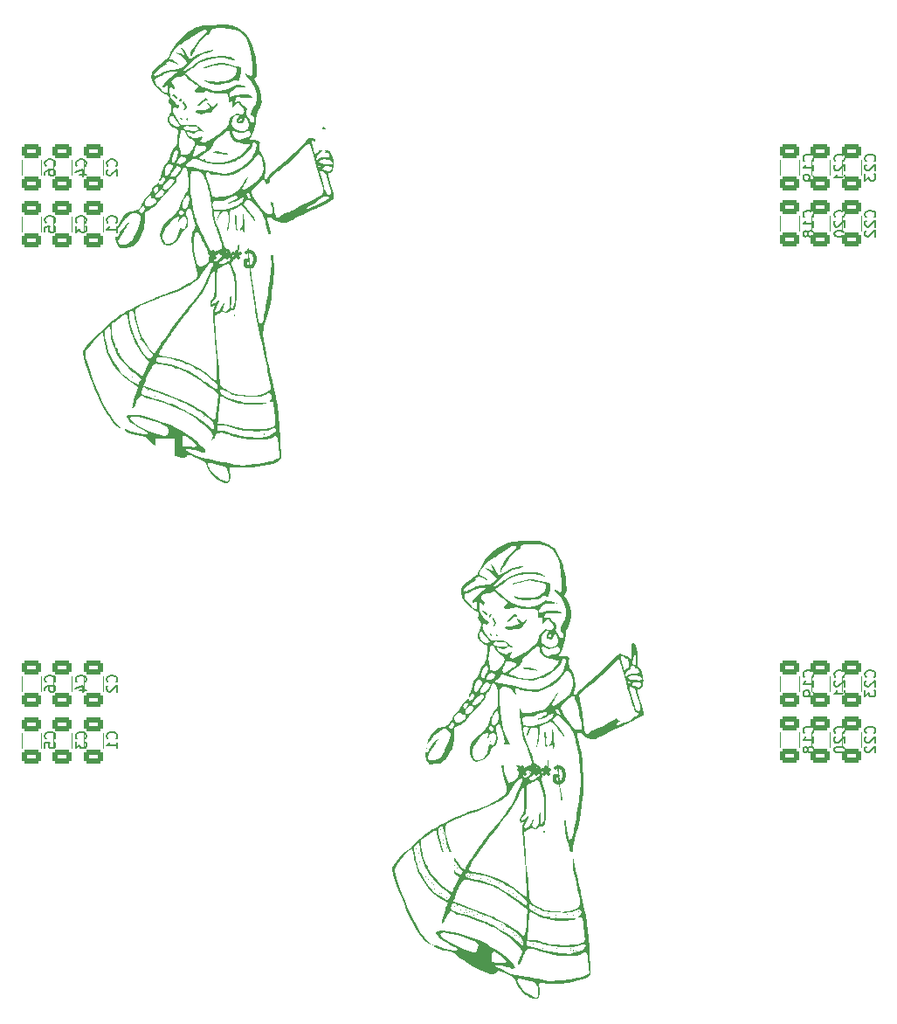
<source format=gbo>
G04 #@! TF.GenerationSoftware,KiCad,Pcbnew,7.0.1*
G04 #@! TF.CreationDate,2023-06-27T15:11:53+02:00*
G04 #@! TF.ProjectId,K_PSU_dual_filter,4b5f5053-555f-4647-9561-6c5f66696c74,rev?*
G04 #@! TF.SameCoordinates,Original*
G04 #@! TF.FileFunction,Legend,Bot*
G04 #@! TF.FilePolarity,Positive*
%FSLAX46Y46*%
G04 Gerber Fmt 4.6, Leading zero omitted, Abs format (unit mm)*
G04 Created by KiCad (PCBNEW 7.0.1) date 2023-06-27 15:11:53*
%MOMM*%
%LPD*%
G01*
G04 APERTURE LIST*
G04 Aperture macros list*
%AMRoundRect*
0 Rectangle with rounded corners*
0 $1 Rounding radius*
0 $2 $3 $4 $5 $6 $7 $8 $9 X,Y pos of 4 corners*
0 Add a 4 corners polygon primitive as box body*
4,1,4,$2,$3,$4,$5,$6,$7,$8,$9,$2,$3,0*
0 Add four circle primitives for the rounded corners*
1,1,$1+$1,$2,$3*
1,1,$1+$1,$4,$5*
1,1,$1+$1,$6,$7*
1,1,$1+$1,$8,$9*
0 Add four rect primitives between the rounded corners*
20,1,$1+$1,$2,$3,$4,$5,0*
20,1,$1+$1,$4,$5,$6,$7,0*
20,1,$1+$1,$6,$7,$8,$9,0*
20,1,$1+$1,$8,$9,$2,$3,0*%
G04 Aperture macros list end*
%ADD10C,0.300000*%
%ADD11C,0.150000*%
%ADD12C,0.120000*%
%ADD13R,2.000000X2.000000*%
%ADD14C,2.000000*%
%ADD15C,6.400000*%
%ADD16C,3.000000*%
%ADD17R,1.950000X1.950000*%
%ADD18C,1.950000*%
%ADD19RoundRect,0.250000X0.650000X-0.412500X0.650000X0.412500X-0.650000X0.412500X-0.650000X-0.412500X0*%
G04 APERTURE END LIST*
D10*
X165321427Y-112265357D02*
X165464285Y-112193928D01*
X165464285Y-112193928D02*
X165678570Y-112193928D01*
X165678570Y-112193928D02*
X165892856Y-112265357D01*
X165892856Y-112265357D02*
X166035713Y-112408214D01*
X166035713Y-112408214D02*
X166107142Y-112551071D01*
X166107142Y-112551071D02*
X166178570Y-112836785D01*
X166178570Y-112836785D02*
X166178570Y-113051071D01*
X166178570Y-113051071D02*
X166107142Y-113336785D01*
X166107142Y-113336785D02*
X166035713Y-113479642D01*
X166035713Y-113479642D02*
X165892856Y-113622500D01*
X165892856Y-113622500D02*
X165678570Y-113693928D01*
X165678570Y-113693928D02*
X165535713Y-113693928D01*
X165535713Y-113693928D02*
X165321427Y-113622500D01*
X165321427Y-113622500D02*
X165249999Y-113551071D01*
X165249999Y-113551071D02*
X165249999Y-113051071D01*
X165249999Y-113051071D02*
X165535713Y-113051071D01*
X164392856Y-112193928D02*
X164392856Y-112551071D01*
X164749999Y-112408214D02*
X164392856Y-112551071D01*
X164392856Y-112551071D02*
X164035713Y-112408214D01*
X164607142Y-112836785D02*
X164392856Y-112551071D01*
X164392856Y-112551071D02*
X164178570Y-112836785D01*
X163249999Y-112193928D02*
X163249999Y-112551071D01*
X163607142Y-112408214D02*
X163249999Y-112551071D01*
X163249999Y-112551071D02*
X162892856Y-112408214D01*
X163464285Y-112836785D02*
X163249999Y-112551071D01*
X163249999Y-112551071D02*
X163035713Y-112836785D01*
X162107142Y-112193928D02*
X162107142Y-112551071D01*
X162464285Y-112408214D02*
X162107142Y-112551071D01*
X162107142Y-112551071D02*
X161749999Y-112408214D01*
X162321428Y-112836785D02*
X162107142Y-112551071D01*
X162107142Y-112551071D02*
X161892856Y-112836785D01*
X135321427Y-62265357D02*
X135464285Y-62193928D01*
X135464285Y-62193928D02*
X135678570Y-62193928D01*
X135678570Y-62193928D02*
X135892856Y-62265357D01*
X135892856Y-62265357D02*
X136035713Y-62408214D01*
X136035713Y-62408214D02*
X136107142Y-62551071D01*
X136107142Y-62551071D02*
X136178570Y-62836785D01*
X136178570Y-62836785D02*
X136178570Y-63051071D01*
X136178570Y-63051071D02*
X136107142Y-63336785D01*
X136107142Y-63336785D02*
X136035713Y-63479642D01*
X136035713Y-63479642D02*
X135892856Y-63622500D01*
X135892856Y-63622500D02*
X135678570Y-63693928D01*
X135678570Y-63693928D02*
X135535713Y-63693928D01*
X135535713Y-63693928D02*
X135321427Y-63622500D01*
X135321427Y-63622500D02*
X135249999Y-63551071D01*
X135249999Y-63551071D02*
X135249999Y-63051071D01*
X135249999Y-63051071D02*
X135535713Y-63051071D01*
X134392856Y-62193928D02*
X134392856Y-62551071D01*
X134749999Y-62408214D02*
X134392856Y-62551071D01*
X134392856Y-62551071D02*
X134035713Y-62408214D01*
X134607142Y-62836785D02*
X134392856Y-62551071D01*
X134392856Y-62551071D02*
X134178570Y-62836785D01*
X133249999Y-62193928D02*
X133249999Y-62551071D01*
X133607142Y-62408214D02*
X133249999Y-62551071D01*
X133249999Y-62551071D02*
X132892856Y-62408214D01*
X133464285Y-62836785D02*
X133249999Y-62551071D01*
X133249999Y-62551071D02*
X133035713Y-62836785D01*
X132107142Y-62193928D02*
X132107142Y-62551071D01*
X132464285Y-62408214D02*
X132107142Y-62551071D01*
X132107142Y-62551071D02*
X131749999Y-62408214D01*
X132321428Y-62836785D02*
X132107142Y-62551071D01*
X132107142Y-62551071D02*
X131892856Y-62836785D01*
D11*
X190217380Y-103419642D02*
X190265000Y-103372023D01*
X190265000Y-103372023D02*
X190312619Y-103229166D01*
X190312619Y-103229166D02*
X190312619Y-103133928D01*
X190312619Y-103133928D02*
X190265000Y-102991071D01*
X190265000Y-102991071D02*
X190169761Y-102895833D01*
X190169761Y-102895833D02*
X190074523Y-102848214D01*
X190074523Y-102848214D02*
X189884047Y-102800595D01*
X189884047Y-102800595D02*
X189741190Y-102800595D01*
X189741190Y-102800595D02*
X189550714Y-102848214D01*
X189550714Y-102848214D02*
X189455476Y-102895833D01*
X189455476Y-102895833D02*
X189360238Y-102991071D01*
X189360238Y-102991071D02*
X189312619Y-103133928D01*
X189312619Y-103133928D02*
X189312619Y-103229166D01*
X189312619Y-103229166D02*
X189360238Y-103372023D01*
X189360238Y-103372023D02*
X189407857Y-103419642D01*
X190312619Y-104372023D02*
X190312619Y-103800595D01*
X190312619Y-104086309D02*
X189312619Y-104086309D01*
X189312619Y-104086309D02*
X189455476Y-103991071D01*
X189455476Y-103991071D02*
X189550714Y-103895833D01*
X189550714Y-103895833D02*
X189598333Y-103800595D01*
X190312619Y-104848214D02*
X190312619Y-105038690D01*
X190312619Y-105038690D02*
X190265000Y-105133928D01*
X190265000Y-105133928D02*
X190217380Y-105181547D01*
X190217380Y-105181547D02*
X190074523Y-105276785D01*
X190074523Y-105276785D02*
X189884047Y-105324404D01*
X189884047Y-105324404D02*
X189503095Y-105324404D01*
X189503095Y-105324404D02*
X189407857Y-105276785D01*
X189407857Y-105276785D02*
X189360238Y-105229166D01*
X189360238Y-105229166D02*
X189312619Y-105133928D01*
X189312619Y-105133928D02*
X189312619Y-104943452D01*
X189312619Y-104943452D02*
X189360238Y-104848214D01*
X189360238Y-104848214D02*
X189407857Y-104800595D01*
X189407857Y-104800595D02*
X189503095Y-104752976D01*
X189503095Y-104752976D02*
X189741190Y-104752976D01*
X189741190Y-104752976D02*
X189836428Y-104800595D01*
X189836428Y-104800595D02*
X189884047Y-104848214D01*
X189884047Y-104848214D02*
X189931666Y-104943452D01*
X189931666Y-104943452D02*
X189931666Y-105133928D01*
X189931666Y-105133928D02*
X189884047Y-105229166D01*
X189884047Y-105229166D02*
X189836428Y-105276785D01*
X189836428Y-105276785D02*
X189741190Y-105324404D01*
X122717380Y-53895833D02*
X122765000Y-53848214D01*
X122765000Y-53848214D02*
X122812619Y-53705357D01*
X122812619Y-53705357D02*
X122812619Y-53610119D01*
X122812619Y-53610119D02*
X122765000Y-53467262D01*
X122765000Y-53467262D02*
X122669761Y-53372024D01*
X122669761Y-53372024D02*
X122574523Y-53324405D01*
X122574523Y-53324405D02*
X122384047Y-53276786D01*
X122384047Y-53276786D02*
X122241190Y-53276786D01*
X122241190Y-53276786D02*
X122050714Y-53324405D01*
X122050714Y-53324405D02*
X121955476Y-53372024D01*
X121955476Y-53372024D02*
X121860238Y-53467262D01*
X121860238Y-53467262D02*
X121812619Y-53610119D01*
X121812619Y-53610119D02*
X121812619Y-53705357D01*
X121812619Y-53705357D02*
X121860238Y-53848214D01*
X121860238Y-53848214D02*
X121907857Y-53895833D01*
X121907857Y-54276786D02*
X121860238Y-54324405D01*
X121860238Y-54324405D02*
X121812619Y-54419643D01*
X121812619Y-54419643D02*
X121812619Y-54657738D01*
X121812619Y-54657738D02*
X121860238Y-54752976D01*
X121860238Y-54752976D02*
X121907857Y-54800595D01*
X121907857Y-54800595D02*
X122003095Y-54848214D01*
X122003095Y-54848214D02*
X122098333Y-54848214D01*
X122098333Y-54848214D02*
X122241190Y-54800595D01*
X122241190Y-54800595D02*
X122812619Y-54229167D01*
X122812619Y-54229167D02*
X122812619Y-54848214D01*
X190217380Y-58857142D02*
X190265000Y-58809523D01*
X190265000Y-58809523D02*
X190312619Y-58666666D01*
X190312619Y-58666666D02*
X190312619Y-58571428D01*
X190312619Y-58571428D02*
X190265000Y-58428571D01*
X190265000Y-58428571D02*
X190169761Y-58333333D01*
X190169761Y-58333333D02*
X190074523Y-58285714D01*
X190074523Y-58285714D02*
X189884047Y-58238095D01*
X189884047Y-58238095D02*
X189741190Y-58238095D01*
X189741190Y-58238095D02*
X189550714Y-58285714D01*
X189550714Y-58285714D02*
X189455476Y-58333333D01*
X189455476Y-58333333D02*
X189360238Y-58428571D01*
X189360238Y-58428571D02*
X189312619Y-58571428D01*
X189312619Y-58571428D02*
X189312619Y-58666666D01*
X189312619Y-58666666D02*
X189360238Y-58809523D01*
X189360238Y-58809523D02*
X189407857Y-58857142D01*
X190312619Y-59809523D02*
X190312619Y-59238095D01*
X190312619Y-59523809D02*
X189312619Y-59523809D01*
X189312619Y-59523809D02*
X189455476Y-59428571D01*
X189455476Y-59428571D02*
X189550714Y-59333333D01*
X189550714Y-59333333D02*
X189598333Y-59238095D01*
X189741190Y-60380952D02*
X189693571Y-60285714D01*
X189693571Y-60285714D02*
X189645952Y-60238095D01*
X189645952Y-60238095D02*
X189550714Y-60190476D01*
X189550714Y-60190476D02*
X189503095Y-60190476D01*
X189503095Y-60190476D02*
X189407857Y-60238095D01*
X189407857Y-60238095D02*
X189360238Y-60285714D01*
X189360238Y-60285714D02*
X189312619Y-60380952D01*
X189312619Y-60380952D02*
X189312619Y-60571428D01*
X189312619Y-60571428D02*
X189360238Y-60666666D01*
X189360238Y-60666666D02*
X189407857Y-60714285D01*
X189407857Y-60714285D02*
X189503095Y-60761904D01*
X189503095Y-60761904D02*
X189550714Y-60761904D01*
X189550714Y-60761904D02*
X189645952Y-60714285D01*
X189645952Y-60714285D02*
X189693571Y-60666666D01*
X189693571Y-60666666D02*
X189741190Y-60571428D01*
X189741190Y-60571428D02*
X189741190Y-60380952D01*
X189741190Y-60380952D02*
X189788809Y-60285714D01*
X189788809Y-60285714D02*
X189836428Y-60238095D01*
X189836428Y-60238095D02*
X189931666Y-60190476D01*
X189931666Y-60190476D02*
X190122142Y-60190476D01*
X190122142Y-60190476D02*
X190217380Y-60238095D01*
X190217380Y-60238095D02*
X190265000Y-60285714D01*
X190265000Y-60285714D02*
X190312619Y-60380952D01*
X190312619Y-60380952D02*
X190312619Y-60571428D01*
X190312619Y-60571428D02*
X190265000Y-60666666D01*
X190265000Y-60666666D02*
X190217380Y-60714285D01*
X190217380Y-60714285D02*
X190122142Y-60761904D01*
X190122142Y-60761904D02*
X189931666Y-60761904D01*
X189931666Y-60761904D02*
X189836428Y-60714285D01*
X189836428Y-60714285D02*
X189788809Y-60666666D01*
X189788809Y-60666666D02*
X189741190Y-60571428D01*
X119717380Y-59395833D02*
X119765000Y-59348214D01*
X119765000Y-59348214D02*
X119812619Y-59205357D01*
X119812619Y-59205357D02*
X119812619Y-59110119D01*
X119812619Y-59110119D02*
X119765000Y-58967262D01*
X119765000Y-58967262D02*
X119669761Y-58872024D01*
X119669761Y-58872024D02*
X119574523Y-58824405D01*
X119574523Y-58824405D02*
X119384047Y-58776786D01*
X119384047Y-58776786D02*
X119241190Y-58776786D01*
X119241190Y-58776786D02*
X119050714Y-58824405D01*
X119050714Y-58824405D02*
X118955476Y-58872024D01*
X118955476Y-58872024D02*
X118860238Y-58967262D01*
X118860238Y-58967262D02*
X118812619Y-59110119D01*
X118812619Y-59110119D02*
X118812619Y-59205357D01*
X118812619Y-59205357D02*
X118860238Y-59348214D01*
X118860238Y-59348214D02*
X118907857Y-59395833D01*
X118812619Y-59729167D02*
X118812619Y-60348214D01*
X118812619Y-60348214D02*
X119193571Y-60014881D01*
X119193571Y-60014881D02*
X119193571Y-60157738D01*
X119193571Y-60157738D02*
X119241190Y-60252976D01*
X119241190Y-60252976D02*
X119288809Y-60300595D01*
X119288809Y-60300595D02*
X119384047Y-60348214D01*
X119384047Y-60348214D02*
X119622142Y-60348214D01*
X119622142Y-60348214D02*
X119717380Y-60300595D01*
X119717380Y-60300595D02*
X119765000Y-60252976D01*
X119765000Y-60252976D02*
X119812619Y-60157738D01*
X119812619Y-60157738D02*
X119812619Y-59872024D01*
X119812619Y-59872024D02*
X119765000Y-59776786D01*
X119765000Y-59776786D02*
X119717380Y-59729167D01*
X196217380Y-103419642D02*
X196265000Y-103372023D01*
X196265000Y-103372023D02*
X196312619Y-103229166D01*
X196312619Y-103229166D02*
X196312619Y-103133928D01*
X196312619Y-103133928D02*
X196265000Y-102991071D01*
X196265000Y-102991071D02*
X196169761Y-102895833D01*
X196169761Y-102895833D02*
X196074523Y-102848214D01*
X196074523Y-102848214D02*
X195884047Y-102800595D01*
X195884047Y-102800595D02*
X195741190Y-102800595D01*
X195741190Y-102800595D02*
X195550714Y-102848214D01*
X195550714Y-102848214D02*
X195455476Y-102895833D01*
X195455476Y-102895833D02*
X195360238Y-102991071D01*
X195360238Y-102991071D02*
X195312619Y-103133928D01*
X195312619Y-103133928D02*
X195312619Y-103229166D01*
X195312619Y-103229166D02*
X195360238Y-103372023D01*
X195360238Y-103372023D02*
X195407857Y-103419642D01*
X195407857Y-103800595D02*
X195360238Y-103848214D01*
X195360238Y-103848214D02*
X195312619Y-103943452D01*
X195312619Y-103943452D02*
X195312619Y-104181547D01*
X195312619Y-104181547D02*
X195360238Y-104276785D01*
X195360238Y-104276785D02*
X195407857Y-104324404D01*
X195407857Y-104324404D02*
X195503095Y-104372023D01*
X195503095Y-104372023D02*
X195598333Y-104372023D01*
X195598333Y-104372023D02*
X195741190Y-104324404D01*
X195741190Y-104324404D02*
X196312619Y-103752976D01*
X196312619Y-103752976D02*
X196312619Y-104372023D01*
X195312619Y-104705357D02*
X195312619Y-105324404D01*
X195312619Y-105324404D02*
X195693571Y-104991071D01*
X195693571Y-104991071D02*
X195693571Y-105133928D01*
X195693571Y-105133928D02*
X195741190Y-105229166D01*
X195741190Y-105229166D02*
X195788809Y-105276785D01*
X195788809Y-105276785D02*
X195884047Y-105324404D01*
X195884047Y-105324404D02*
X196122142Y-105324404D01*
X196122142Y-105324404D02*
X196217380Y-105276785D01*
X196217380Y-105276785D02*
X196265000Y-105229166D01*
X196265000Y-105229166D02*
X196312619Y-105133928D01*
X196312619Y-105133928D02*
X196312619Y-104848214D01*
X196312619Y-104848214D02*
X196265000Y-104752976D01*
X196265000Y-104752976D02*
X196217380Y-104705357D01*
X122717380Y-59395833D02*
X122765000Y-59348214D01*
X122765000Y-59348214D02*
X122812619Y-59205357D01*
X122812619Y-59205357D02*
X122812619Y-59110119D01*
X122812619Y-59110119D02*
X122765000Y-58967262D01*
X122765000Y-58967262D02*
X122669761Y-58872024D01*
X122669761Y-58872024D02*
X122574523Y-58824405D01*
X122574523Y-58824405D02*
X122384047Y-58776786D01*
X122384047Y-58776786D02*
X122241190Y-58776786D01*
X122241190Y-58776786D02*
X122050714Y-58824405D01*
X122050714Y-58824405D02*
X121955476Y-58872024D01*
X121955476Y-58872024D02*
X121860238Y-58967262D01*
X121860238Y-58967262D02*
X121812619Y-59110119D01*
X121812619Y-59110119D02*
X121812619Y-59205357D01*
X121812619Y-59205357D02*
X121860238Y-59348214D01*
X121860238Y-59348214D02*
X121907857Y-59395833D01*
X122812619Y-60348214D02*
X122812619Y-59776786D01*
X122812619Y-60062500D02*
X121812619Y-60062500D01*
X121812619Y-60062500D02*
X121955476Y-59967262D01*
X121955476Y-59967262D02*
X122050714Y-59872024D01*
X122050714Y-59872024D02*
X122098333Y-59776786D01*
X116717380Y-103895833D02*
X116765000Y-103848214D01*
X116765000Y-103848214D02*
X116812619Y-103705357D01*
X116812619Y-103705357D02*
X116812619Y-103610119D01*
X116812619Y-103610119D02*
X116765000Y-103467262D01*
X116765000Y-103467262D02*
X116669761Y-103372024D01*
X116669761Y-103372024D02*
X116574523Y-103324405D01*
X116574523Y-103324405D02*
X116384047Y-103276786D01*
X116384047Y-103276786D02*
X116241190Y-103276786D01*
X116241190Y-103276786D02*
X116050714Y-103324405D01*
X116050714Y-103324405D02*
X115955476Y-103372024D01*
X115955476Y-103372024D02*
X115860238Y-103467262D01*
X115860238Y-103467262D02*
X115812619Y-103610119D01*
X115812619Y-103610119D02*
X115812619Y-103705357D01*
X115812619Y-103705357D02*
X115860238Y-103848214D01*
X115860238Y-103848214D02*
X115907857Y-103895833D01*
X115812619Y-104752976D02*
X115812619Y-104562500D01*
X115812619Y-104562500D02*
X115860238Y-104467262D01*
X115860238Y-104467262D02*
X115907857Y-104419643D01*
X115907857Y-104419643D02*
X116050714Y-104324405D01*
X116050714Y-104324405D02*
X116241190Y-104276786D01*
X116241190Y-104276786D02*
X116622142Y-104276786D01*
X116622142Y-104276786D02*
X116717380Y-104324405D01*
X116717380Y-104324405D02*
X116765000Y-104372024D01*
X116765000Y-104372024D02*
X116812619Y-104467262D01*
X116812619Y-104467262D02*
X116812619Y-104657738D01*
X116812619Y-104657738D02*
X116765000Y-104752976D01*
X116765000Y-104752976D02*
X116717380Y-104800595D01*
X116717380Y-104800595D02*
X116622142Y-104848214D01*
X116622142Y-104848214D02*
X116384047Y-104848214D01*
X116384047Y-104848214D02*
X116288809Y-104800595D01*
X116288809Y-104800595D02*
X116241190Y-104752976D01*
X116241190Y-104752976D02*
X116193571Y-104657738D01*
X116193571Y-104657738D02*
X116193571Y-104467262D01*
X116193571Y-104467262D02*
X116241190Y-104372024D01*
X116241190Y-104372024D02*
X116288809Y-104324405D01*
X116288809Y-104324405D02*
X116384047Y-104276786D01*
X119717380Y-53895833D02*
X119765000Y-53848214D01*
X119765000Y-53848214D02*
X119812619Y-53705357D01*
X119812619Y-53705357D02*
X119812619Y-53610119D01*
X119812619Y-53610119D02*
X119765000Y-53467262D01*
X119765000Y-53467262D02*
X119669761Y-53372024D01*
X119669761Y-53372024D02*
X119574523Y-53324405D01*
X119574523Y-53324405D02*
X119384047Y-53276786D01*
X119384047Y-53276786D02*
X119241190Y-53276786D01*
X119241190Y-53276786D02*
X119050714Y-53324405D01*
X119050714Y-53324405D02*
X118955476Y-53372024D01*
X118955476Y-53372024D02*
X118860238Y-53467262D01*
X118860238Y-53467262D02*
X118812619Y-53610119D01*
X118812619Y-53610119D02*
X118812619Y-53705357D01*
X118812619Y-53705357D02*
X118860238Y-53848214D01*
X118860238Y-53848214D02*
X118907857Y-53895833D01*
X119145952Y-54752976D02*
X119812619Y-54752976D01*
X118765000Y-54514881D02*
X119479285Y-54276786D01*
X119479285Y-54276786D02*
X119479285Y-54895833D01*
X122717380Y-103895833D02*
X122765000Y-103848214D01*
X122765000Y-103848214D02*
X122812619Y-103705357D01*
X122812619Y-103705357D02*
X122812619Y-103610119D01*
X122812619Y-103610119D02*
X122765000Y-103467262D01*
X122765000Y-103467262D02*
X122669761Y-103372024D01*
X122669761Y-103372024D02*
X122574523Y-103324405D01*
X122574523Y-103324405D02*
X122384047Y-103276786D01*
X122384047Y-103276786D02*
X122241190Y-103276786D01*
X122241190Y-103276786D02*
X122050714Y-103324405D01*
X122050714Y-103324405D02*
X121955476Y-103372024D01*
X121955476Y-103372024D02*
X121860238Y-103467262D01*
X121860238Y-103467262D02*
X121812619Y-103610119D01*
X121812619Y-103610119D02*
X121812619Y-103705357D01*
X121812619Y-103705357D02*
X121860238Y-103848214D01*
X121860238Y-103848214D02*
X121907857Y-103895833D01*
X121907857Y-104276786D02*
X121860238Y-104324405D01*
X121860238Y-104324405D02*
X121812619Y-104419643D01*
X121812619Y-104419643D02*
X121812619Y-104657738D01*
X121812619Y-104657738D02*
X121860238Y-104752976D01*
X121860238Y-104752976D02*
X121907857Y-104800595D01*
X121907857Y-104800595D02*
X122003095Y-104848214D01*
X122003095Y-104848214D02*
X122098333Y-104848214D01*
X122098333Y-104848214D02*
X122241190Y-104800595D01*
X122241190Y-104800595D02*
X122812619Y-104229167D01*
X122812619Y-104229167D02*
X122812619Y-104848214D01*
X193217380Y-108857142D02*
X193265000Y-108809523D01*
X193265000Y-108809523D02*
X193312619Y-108666666D01*
X193312619Y-108666666D02*
X193312619Y-108571428D01*
X193312619Y-108571428D02*
X193265000Y-108428571D01*
X193265000Y-108428571D02*
X193169761Y-108333333D01*
X193169761Y-108333333D02*
X193074523Y-108285714D01*
X193074523Y-108285714D02*
X192884047Y-108238095D01*
X192884047Y-108238095D02*
X192741190Y-108238095D01*
X192741190Y-108238095D02*
X192550714Y-108285714D01*
X192550714Y-108285714D02*
X192455476Y-108333333D01*
X192455476Y-108333333D02*
X192360238Y-108428571D01*
X192360238Y-108428571D02*
X192312619Y-108571428D01*
X192312619Y-108571428D02*
X192312619Y-108666666D01*
X192312619Y-108666666D02*
X192360238Y-108809523D01*
X192360238Y-108809523D02*
X192407857Y-108857142D01*
X192407857Y-109238095D02*
X192360238Y-109285714D01*
X192360238Y-109285714D02*
X192312619Y-109380952D01*
X192312619Y-109380952D02*
X192312619Y-109619047D01*
X192312619Y-109619047D02*
X192360238Y-109714285D01*
X192360238Y-109714285D02*
X192407857Y-109761904D01*
X192407857Y-109761904D02*
X192503095Y-109809523D01*
X192503095Y-109809523D02*
X192598333Y-109809523D01*
X192598333Y-109809523D02*
X192741190Y-109761904D01*
X192741190Y-109761904D02*
X193312619Y-109190476D01*
X193312619Y-109190476D02*
X193312619Y-109809523D01*
X192312619Y-110428571D02*
X192312619Y-110523809D01*
X192312619Y-110523809D02*
X192360238Y-110619047D01*
X192360238Y-110619047D02*
X192407857Y-110666666D01*
X192407857Y-110666666D02*
X192503095Y-110714285D01*
X192503095Y-110714285D02*
X192693571Y-110761904D01*
X192693571Y-110761904D02*
X192931666Y-110761904D01*
X192931666Y-110761904D02*
X193122142Y-110714285D01*
X193122142Y-110714285D02*
X193217380Y-110666666D01*
X193217380Y-110666666D02*
X193265000Y-110619047D01*
X193265000Y-110619047D02*
X193312619Y-110523809D01*
X193312619Y-110523809D02*
X193312619Y-110428571D01*
X193312619Y-110428571D02*
X193265000Y-110333333D01*
X193265000Y-110333333D02*
X193217380Y-110285714D01*
X193217380Y-110285714D02*
X193122142Y-110238095D01*
X193122142Y-110238095D02*
X192931666Y-110190476D01*
X192931666Y-110190476D02*
X192693571Y-110190476D01*
X192693571Y-110190476D02*
X192503095Y-110238095D01*
X192503095Y-110238095D02*
X192407857Y-110285714D01*
X192407857Y-110285714D02*
X192360238Y-110333333D01*
X192360238Y-110333333D02*
X192312619Y-110428571D01*
X193217380Y-53419642D02*
X193265000Y-53372023D01*
X193265000Y-53372023D02*
X193312619Y-53229166D01*
X193312619Y-53229166D02*
X193312619Y-53133928D01*
X193312619Y-53133928D02*
X193265000Y-52991071D01*
X193265000Y-52991071D02*
X193169761Y-52895833D01*
X193169761Y-52895833D02*
X193074523Y-52848214D01*
X193074523Y-52848214D02*
X192884047Y-52800595D01*
X192884047Y-52800595D02*
X192741190Y-52800595D01*
X192741190Y-52800595D02*
X192550714Y-52848214D01*
X192550714Y-52848214D02*
X192455476Y-52895833D01*
X192455476Y-52895833D02*
X192360238Y-52991071D01*
X192360238Y-52991071D02*
X192312619Y-53133928D01*
X192312619Y-53133928D02*
X192312619Y-53229166D01*
X192312619Y-53229166D02*
X192360238Y-53372023D01*
X192360238Y-53372023D02*
X192407857Y-53419642D01*
X192407857Y-53800595D02*
X192360238Y-53848214D01*
X192360238Y-53848214D02*
X192312619Y-53943452D01*
X192312619Y-53943452D02*
X192312619Y-54181547D01*
X192312619Y-54181547D02*
X192360238Y-54276785D01*
X192360238Y-54276785D02*
X192407857Y-54324404D01*
X192407857Y-54324404D02*
X192503095Y-54372023D01*
X192503095Y-54372023D02*
X192598333Y-54372023D01*
X192598333Y-54372023D02*
X192741190Y-54324404D01*
X192741190Y-54324404D02*
X193312619Y-53752976D01*
X193312619Y-53752976D02*
X193312619Y-54372023D01*
X193312619Y-55324404D02*
X193312619Y-54752976D01*
X193312619Y-55038690D02*
X192312619Y-55038690D01*
X192312619Y-55038690D02*
X192455476Y-54943452D01*
X192455476Y-54943452D02*
X192550714Y-54848214D01*
X192550714Y-54848214D02*
X192598333Y-54752976D01*
X196217380Y-53419642D02*
X196265000Y-53372023D01*
X196265000Y-53372023D02*
X196312619Y-53229166D01*
X196312619Y-53229166D02*
X196312619Y-53133928D01*
X196312619Y-53133928D02*
X196265000Y-52991071D01*
X196265000Y-52991071D02*
X196169761Y-52895833D01*
X196169761Y-52895833D02*
X196074523Y-52848214D01*
X196074523Y-52848214D02*
X195884047Y-52800595D01*
X195884047Y-52800595D02*
X195741190Y-52800595D01*
X195741190Y-52800595D02*
X195550714Y-52848214D01*
X195550714Y-52848214D02*
X195455476Y-52895833D01*
X195455476Y-52895833D02*
X195360238Y-52991071D01*
X195360238Y-52991071D02*
X195312619Y-53133928D01*
X195312619Y-53133928D02*
X195312619Y-53229166D01*
X195312619Y-53229166D02*
X195360238Y-53372023D01*
X195360238Y-53372023D02*
X195407857Y-53419642D01*
X195407857Y-53800595D02*
X195360238Y-53848214D01*
X195360238Y-53848214D02*
X195312619Y-53943452D01*
X195312619Y-53943452D02*
X195312619Y-54181547D01*
X195312619Y-54181547D02*
X195360238Y-54276785D01*
X195360238Y-54276785D02*
X195407857Y-54324404D01*
X195407857Y-54324404D02*
X195503095Y-54372023D01*
X195503095Y-54372023D02*
X195598333Y-54372023D01*
X195598333Y-54372023D02*
X195741190Y-54324404D01*
X195741190Y-54324404D02*
X196312619Y-53752976D01*
X196312619Y-53752976D02*
X196312619Y-54372023D01*
X195312619Y-54705357D02*
X195312619Y-55324404D01*
X195312619Y-55324404D02*
X195693571Y-54991071D01*
X195693571Y-54991071D02*
X195693571Y-55133928D01*
X195693571Y-55133928D02*
X195741190Y-55229166D01*
X195741190Y-55229166D02*
X195788809Y-55276785D01*
X195788809Y-55276785D02*
X195884047Y-55324404D01*
X195884047Y-55324404D02*
X196122142Y-55324404D01*
X196122142Y-55324404D02*
X196217380Y-55276785D01*
X196217380Y-55276785D02*
X196265000Y-55229166D01*
X196265000Y-55229166D02*
X196312619Y-55133928D01*
X196312619Y-55133928D02*
X196312619Y-54848214D01*
X196312619Y-54848214D02*
X196265000Y-54752976D01*
X196265000Y-54752976D02*
X196217380Y-54705357D01*
X196217380Y-58857142D02*
X196265000Y-58809523D01*
X196265000Y-58809523D02*
X196312619Y-58666666D01*
X196312619Y-58666666D02*
X196312619Y-58571428D01*
X196312619Y-58571428D02*
X196265000Y-58428571D01*
X196265000Y-58428571D02*
X196169761Y-58333333D01*
X196169761Y-58333333D02*
X196074523Y-58285714D01*
X196074523Y-58285714D02*
X195884047Y-58238095D01*
X195884047Y-58238095D02*
X195741190Y-58238095D01*
X195741190Y-58238095D02*
X195550714Y-58285714D01*
X195550714Y-58285714D02*
X195455476Y-58333333D01*
X195455476Y-58333333D02*
X195360238Y-58428571D01*
X195360238Y-58428571D02*
X195312619Y-58571428D01*
X195312619Y-58571428D02*
X195312619Y-58666666D01*
X195312619Y-58666666D02*
X195360238Y-58809523D01*
X195360238Y-58809523D02*
X195407857Y-58857142D01*
X195407857Y-59238095D02*
X195360238Y-59285714D01*
X195360238Y-59285714D02*
X195312619Y-59380952D01*
X195312619Y-59380952D02*
X195312619Y-59619047D01*
X195312619Y-59619047D02*
X195360238Y-59714285D01*
X195360238Y-59714285D02*
X195407857Y-59761904D01*
X195407857Y-59761904D02*
X195503095Y-59809523D01*
X195503095Y-59809523D02*
X195598333Y-59809523D01*
X195598333Y-59809523D02*
X195741190Y-59761904D01*
X195741190Y-59761904D02*
X196312619Y-59190476D01*
X196312619Y-59190476D02*
X196312619Y-59809523D01*
X195407857Y-60190476D02*
X195360238Y-60238095D01*
X195360238Y-60238095D02*
X195312619Y-60333333D01*
X195312619Y-60333333D02*
X195312619Y-60571428D01*
X195312619Y-60571428D02*
X195360238Y-60666666D01*
X195360238Y-60666666D02*
X195407857Y-60714285D01*
X195407857Y-60714285D02*
X195503095Y-60761904D01*
X195503095Y-60761904D02*
X195598333Y-60761904D01*
X195598333Y-60761904D02*
X195741190Y-60714285D01*
X195741190Y-60714285D02*
X196312619Y-60142857D01*
X196312619Y-60142857D02*
X196312619Y-60761904D01*
X119717380Y-109395833D02*
X119765000Y-109348214D01*
X119765000Y-109348214D02*
X119812619Y-109205357D01*
X119812619Y-109205357D02*
X119812619Y-109110119D01*
X119812619Y-109110119D02*
X119765000Y-108967262D01*
X119765000Y-108967262D02*
X119669761Y-108872024D01*
X119669761Y-108872024D02*
X119574523Y-108824405D01*
X119574523Y-108824405D02*
X119384047Y-108776786D01*
X119384047Y-108776786D02*
X119241190Y-108776786D01*
X119241190Y-108776786D02*
X119050714Y-108824405D01*
X119050714Y-108824405D02*
X118955476Y-108872024D01*
X118955476Y-108872024D02*
X118860238Y-108967262D01*
X118860238Y-108967262D02*
X118812619Y-109110119D01*
X118812619Y-109110119D02*
X118812619Y-109205357D01*
X118812619Y-109205357D02*
X118860238Y-109348214D01*
X118860238Y-109348214D02*
X118907857Y-109395833D01*
X118812619Y-109729167D02*
X118812619Y-110348214D01*
X118812619Y-110348214D02*
X119193571Y-110014881D01*
X119193571Y-110014881D02*
X119193571Y-110157738D01*
X119193571Y-110157738D02*
X119241190Y-110252976D01*
X119241190Y-110252976D02*
X119288809Y-110300595D01*
X119288809Y-110300595D02*
X119384047Y-110348214D01*
X119384047Y-110348214D02*
X119622142Y-110348214D01*
X119622142Y-110348214D02*
X119717380Y-110300595D01*
X119717380Y-110300595D02*
X119765000Y-110252976D01*
X119765000Y-110252976D02*
X119812619Y-110157738D01*
X119812619Y-110157738D02*
X119812619Y-109872024D01*
X119812619Y-109872024D02*
X119765000Y-109776786D01*
X119765000Y-109776786D02*
X119717380Y-109729167D01*
X196217380Y-108857142D02*
X196265000Y-108809523D01*
X196265000Y-108809523D02*
X196312619Y-108666666D01*
X196312619Y-108666666D02*
X196312619Y-108571428D01*
X196312619Y-108571428D02*
X196265000Y-108428571D01*
X196265000Y-108428571D02*
X196169761Y-108333333D01*
X196169761Y-108333333D02*
X196074523Y-108285714D01*
X196074523Y-108285714D02*
X195884047Y-108238095D01*
X195884047Y-108238095D02*
X195741190Y-108238095D01*
X195741190Y-108238095D02*
X195550714Y-108285714D01*
X195550714Y-108285714D02*
X195455476Y-108333333D01*
X195455476Y-108333333D02*
X195360238Y-108428571D01*
X195360238Y-108428571D02*
X195312619Y-108571428D01*
X195312619Y-108571428D02*
X195312619Y-108666666D01*
X195312619Y-108666666D02*
X195360238Y-108809523D01*
X195360238Y-108809523D02*
X195407857Y-108857142D01*
X195407857Y-109238095D02*
X195360238Y-109285714D01*
X195360238Y-109285714D02*
X195312619Y-109380952D01*
X195312619Y-109380952D02*
X195312619Y-109619047D01*
X195312619Y-109619047D02*
X195360238Y-109714285D01*
X195360238Y-109714285D02*
X195407857Y-109761904D01*
X195407857Y-109761904D02*
X195503095Y-109809523D01*
X195503095Y-109809523D02*
X195598333Y-109809523D01*
X195598333Y-109809523D02*
X195741190Y-109761904D01*
X195741190Y-109761904D02*
X196312619Y-109190476D01*
X196312619Y-109190476D02*
X196312619Y-109809523D01*
X195407857Y-110190476D02*
X195360238Y-110238095D01*
X195360238Y-110238095D02*
X195312619Y-110333333D01*
X195312619Y-110333333D02*
X195312619Y-110571428D01*
X195312619Y-110571428D02*
X195360238Y-110666666D01*
X195360238Y-110666666D02*
X195407857Y-110714285D01*
X195407857Y-110714285D02*
X195503095Y-110761904D01*
X195503095Y-110761904D02*
X195598333Y-110761904D01*
X195598333Y-110761904D02*
X195741190Y-110714285D01*
X195741190Y-110714285D02*
X196312619Y-110142857D01*
X196312619Y-110142857D02*
X196312619Y-110761904D01*
X116717380Y-109395833D02*
X116765000Y-109348214D01*
X116765000Y-109348214D02*
X116812619Y-109205357D01*
X116812619Y-109205357D02*
X116812619Y-109110119D01*
X116812619Y-109110119D02*
X116765000Y-108967262D01*
X116765000Y-108967262D02*
X116669761Y-108872024D01*
X116669761Y-108872024D02*
X116574523Y-108824405D01*
X116574523Y-108824405D02*
X116384047Y-108776786D01*
X116384047Y-108776786D02*
X116241190Y-108776786D01*
X116241190Y-108776786D02*
X116050714Y-108824405D01*
X116050714Y-108824405D02*
X115955476Y-108872024D01*
X115955476Y-108872024D02*
X115860238Y-108967262D01*
X115860238Y-108967262D02*
X115812619Y-109110119D01*
X115812619Y-109110119D02*
X115812619Y-109205357D01*
X115812619Y-109205357D02*
X115860238Y-109348214D01*
X115860238Y-109348214D02*
X115907857Y-109395833D01*
X115812619Y-110300595D02*
X115812619Y-109824405D01*
X115812619Y-109824405D02*
X116288809Y-109776786D01*
X116288809Y-109776786D02*
X116241190Y-109824405D01*
X116241190Y-109824405D02*
X116193571Y-109919643D01*
X116193571Y-109919643D02*
X116193571Y-110157738D01*
X116193571Y-110157738D02*
X116241190Y-110252976D01*
X116241190Y-110252976D02*
X116288809Y-110300595D01*
X116288809Y-110300595D02*
X116384047Y-110348214D01*
X116384047Y-110348214D02*
X116622142Y-110348214D01*
X116622142Y-110348214D02*
X116717380Y-110300595D01*
X116717380Y-110300595D02*
X116765000Y-110252976D01*
X116765000Y-110252976D02*
X116812619Y-110157738D01*
X116812619Y-110157738D02*
X116812619Y-109919643D01*
X116812619Y-109919643D02*
X116765000Y-109824405D01*
X116765000Y-109824405D02*
X116717380Y-109776786D01*
X190217380Y-53419642D02*
X190265000Y-53372023D01*
X190265000Y-53372023D02*
X190312619Y-53229166D01*
X190312619Y-53229166D02*
X190312619Y-53133928D01*
X190312619Y-53133928D02*
X190265000Y-52991071D01*
X190265000Y-52991071D02*
X190169761Y-52895833D01*
X190169761Y-52895833D02*
X190074523Y-52848214D01*
X190074523Y-52848214D02*
X189884047Y-52800595D01*
X189884047Y-52800595D02*
X189741190Y-52800595D01*
X189741190Y-52800595D02*
X189550714Y-52848214D01*
X189550714Y-52848214D02*
X189455476Y-52895833D01*
X189455476Y-52895833D02*
X189360238Y-52991071D01*
X189360238Y-52991071D02*
X189312619Y-53133928D01*
X189312619Y-53133928D02*
X189312619Y-53229166D01*
X189312619Y-53229166D02*
X189360238Y-53372023D01*
X189360238Y-53372023D02*
X189407857Y-53419642D01*
X190312619Y-54372023D02*
X190312619Y-53800595D01*
X190312619Y-54086309D02*
X189312619Y-54086309D01*
X189312619Y-54086309D02*
X189455476Y-53991071D01*
X189455476Y-53991071D02*
X189550714Y-53895833D01*
X189550714Y-53895833D02*
X189598333Y-53800595D01*
X190312619Y-54848214D02*
X190312619Y-55038690D01*
X190312619Y-55038690D02*
X190265000Y-55133928D01*
X190265000Y-55133928D02*
X190217380Y-55181547D01*
X190217380Y-55181547D02*
X190074523Y-55276785D01*
X190074523Y-55276785D02*
X189884047Y-55324404D01*
X189884047Y-55324404D02*
X189503095Y-55324404D01*
X189503095Y-55324404D02*
X189407857Y-55276785D01*
X189407857Y-55276785D02*
X189360238Y-55229166D01*
X189360238Y-55229166D02*
X189312619Y-55133928D01*
X189312619Y-55133928D02*
X189312619Y-54943452D01*
X189312619Y-54943452D02*
X189360238Y-54848214D01*
X189360238Y-54848214D02*
X189407857Y-54800595D01*
X189407857Y-54800595D02*
X189503095Y-54752976D01*
X189503095Y-54752976D02*
X189741190Y-54752976D01*
X189741190Y-54752976D02*
X189836428Y-54800595D01*
X189836428Y-54800595D02*
X189884047Y-54848214D01*
X189884047Y-54848214D02*
X189931666Y-54943452D01*
X189931666Y-54943452D02*
X189931666Y-55133928D01*
X189931666Y-55133928D02*
X189884047Y-55229166D01*
X189884047Y-55229166D02*
X189836428Y-55276785D01*
X189836428Y-55276785D02*
X189741190Y-55324404D01*
X122717380Y-109395833D02*
X122765000Y-109348214D01*
X122765000Y-109348214D02*
X122812619Y-109205357D01*
X122812619Y-109205357D02*
X122812619Y-109110119D01*
X122812619Y-109110119D02*
X122765000Y-108967262D01*
X122765000Y-108967262D02*
X122669761Y-108872024D01*
X122669761Y-108872024D02*
X122574523Y-108824405D01*
X122574523Y-108824405D02*
X122384047Y-108776786D01*
X122384047Y-108776786D02*
X122241190Y-108776786D01*
X122241190Y-108776786D02*
X122050714Y-108824405D01*
X122050714Y-108824405D02*
X121955476Y-108872024D01*
X121955476Y-108872024D02*
X121860238Y-108967262D01*
X121860238Y-108967262D02*
X121812619Y-109110119D01*
X121812619Y-109110119D02*
X121812619Y-109205357D01*
X121812619Y-109205357D02*
X121860238Y-109348214D01*
X121860238Y-109348214D02*
X121907857Y-109395833D01*
X122812619Y-110348214D02*
X122812619Y-109776786D01*
X122812619Y-110062500D02*
X121812619Y-110062500D01*
X121812619Y-110062500D02*
X121955476Y-109967262D01*
X121955476Y-109967262D02*
X122050714Y-109872024D01*
X122050714Y-109872024D02*
X122098333Y-109776786D01*
X119717380Y-103895833D02*
X119765000Y-103848214D01*
X119765000Y-103848214D02*
X119812619Y-103705357D01*
X119812619Y-103705357D02*
X119812619Y-103610119D01*
X119812619Y-103610119D02*
X119765000Y-103467262D01*
X119765000Y-103467262D02*
X119669761Y-103372024D01*
X119669761Y-103372024D02*
X119574523Y-103324405D01*
X119574523Y-103324405D02*
X119384047Y-103276786D01*
X119384047Y-103276786D02*
X119241190Y-103276786D01*
X119241190Y-103276786D02*
X119050714Y-103324405D01*
X119050714Y-103324405D02*
X118955476Y-103372024D01*
X118955476Y-103372024D02*
X118860238Y-103467262D01*
X118860238Y-103467262D02*
X118812619Y-103610119D01*
X118812619Y-103610119D02*
X118812619Y-103705357D01*
X118812619Y-103705357D02*
X118860238Y-103848214D01*
X118860238Y-103848214D02*
X118907857Y-103895833D01*
X119145952Y-104752976D02*
X119812619Y-104752976D01*
X118765000Y-104514881D02*
X119479285Y-104276786D01*
X119479285Y-104276786D02*
X119479285Y-104895833D01*
X190217380Y-108857142D02*
X190265000Y-108809523D01*
X190265000Y-108809523D02*
X190312619Y-108666666D01*
X190312619Y-108666666D02*
X190312619Y-108571428D01*
X190312619Y-108571428D02*
X190265000Y-108428571D01*
X190265000Y-108428571D02*
X190169761Y-108333333D01*
X190169761Y-108333333D02*
X190074523Y-108285714D01*
X190074523Y-108285714D02*
X189884047Y-108238095D01*
X189884047Y-108238095D02*
X189741190Y-108238095D01*
X189741190Y-108238095D02*
X189550714Y-108285714D01*
X189550714Y-108285714D02*
X189455476Y-108333333D01*
X189455476Y-108333333D02*
X189360238Y-108428571D01*
X189360238Y-108428571D02*
X189312619Y-108571428D01*
X189312619Y-108571428D02*
X189312619Y-108666666D01*
X189312619Y-108666666D02*
X189360238Y-108809523D01*
X189360238Y-108809523D02*
X189407857Y-108857142D01*
X190312619Y-109809523D02*
X190312619Y-109238095D01*
X190312619Y-109523809D02*
X189312619Y-109523809D01*
X189312619Y-109523809D02*
X189455476Y-109428571D01*
X189455476Y-109428571D02*
X189550714Y-109333333D01*
X189550714Y-109333333D02*
X189598333Y-109238095D01*
X189741190Y-110380952D02*
X189693571Y-110285714D01*
X189693571Y-110285714D02*
X189645952Y-110238095D01*
X189645952Y-110238095D02*
X189550714Y-110190476D01*
X189550714Y-110190476D02*
X189503095Y-110190476D01*
X189503095Y-110190476D02*
X189407857Y-110238095D01*
X189407857Y-110238095D02*
X189360238Y-110285714D01*
X189360238Y-110285714D02*
X189312619Y-110380952D01*
X189312619Y-110380952D02*
X189312619Y-110571428D01*
X189312619Y-110571428D02*
X189360238Y-110666666D01*
X189360238Y-110666666D02*
X189407857Y-110714285D01*
X189407857Y-110714285D02*
X189503095Y-110761904D01*
X189503095Y-110761904D02*
X189550714Y-110761904D01*
X189550714Y-110761904D02*
X189645952Y-110714285D01*
X189645952Y-110714285D02*
X189693571Y-110666666D01*
X189693571Y-110666666D02*
X189741190Y-110571428D01*
X189741190Y-110571428D02*
X189741190Y-110380952D01*
X189741190Y-110380952D02*
X189788809Y-110285714D01*
X189788809Y-110285714D02*
X189836428Y-110238095D01*
X189836428Y-110238095D02*
X189931666Y-110190476D01*
X189931666Y-110190476D02*
X190122142Y-110190476D01*
X190122142Y-110190476D02*
X190217380Y-110238095D01*
X190217380Y-110238095D02*
X190265000Y-110285714D01*
X190265000Y-110285714D02*
X190312619Y-110380952D01*
X190312619Y-110380952D02*
X190312619Y-110571428D01*
X190312619Y-110571428D02*
X190265000Y-110666666D01*
X190265000Y-110666666D02*
X190217380Y-110714285D01*
X190217380Y-110714285D02*
X190122142Y-110761904D01*
X190122142Y-110761904D02*
X189931666Y-110761904D01*
X189931666Y-110761904D02*
X189836428Y-110714285D01*
X189836428Y-110714285D02*
X189788809Y-110666666D01*
X189788809Y-110666666D02*
X189741190Y-110571428D01*
X116717380Y-59395833D02*
X116765000Y-59348214D01*
X116765000Y-59348214D02*
X116812619Y-59205357D01*
X116812619Y-59205357D02*
X116812619Y-59110119D01*
X116812619Y-59110119D02*
X116765000Y-58967262D01*
X116765000Y-58967262D02*
X116669761Y-58872024D01*
X116669761Y-58872024D02*
X116574523Y-58824405D01*
X116574523Y-58824405D02*
X116384047Y-58776786D01*
X116384047Y-58776786D02*
X116241190Y-58776786D01*
X116241190Y-58776786D02*
X116050714Y-58824405D01*
X116050714Y-58824405D02*
X115955476Y-58872024D01*
X115955476Y-58872024D02*
X115860238Y-58967262D01*
X115860238Y-58967262D02*
X115812619Y-59110119D01*
X115812619Y-59110119D02*
X115812619Y-59205357D01*
X115812619Y-59205357D02*
X115860238Y-59348214D01*
X115860238Y-59348214D02*
X115907857Y-59395833D01*
X115812619Y-60300595D02*
X115812619Y-59824405D01*
X115812619Y-59824405D02*
X116288809Y-59776786D01*
X116288809Y-59776786D02*
X116241190Y-59824405D01*
X116241190Y-59824405D02*
X116193571Y-59919643D01*
X116193571Y-59919643D02*
X116193571Y-60157738D01*
X116193571Y-60157738D02*
X116241190Y-60252976D01*
X116241190Y-60252976D02*
X116288809Y-60300595D01*
X116288809Y-60300595D02*
X116384047Y-60348214D01*
X116384047Y-60348214D02*
X116622142Y-60348214D01*
X116622142Y-60348214D02*
X116717380Y-60300595D01*
X116717380Y-60300595D02*
X116765000Y-60252976D01*
X116765000Y-60252976D02*
X116812619Y-60157738D01*
X116812619Y-60157738D02*
X116812619Y-59919643D01*
X116812619Y-59919643D02*
X116765000Y-59824405D01*
X116765000Y-59824405D02*
X116717380Y-59776786D01*
X116717380Y-53895833D02*
X116765000Y-53848214D01*
X116765000Y-53848214D02*
X116812619Y-53705357D01*
X116812619Y-53705357D02*
X116812619Y-53610119D01*
X116812619Y-53610119D02*
X116765000Y-53467262D01*
X116765000Y-53467262D02*
X116669761Y-53372024D01*
X116669761Y-53372024D02*
X116574523Y-53324405D01*
X116574523Y-53324405D02*
X116384047Y-53276786D01*
X116384047Y-53276786D02*
X116241190Y-53276786D01*
X116241190Y-53276786D02*
X116050714Y-53324405D01*
X116050714Y-53324405D02*
X115955476Y-53372024D01*
X115955476Y-53372024D02*
X115860238Y-53467262D01*
X115860238Y-53467262D02*
X115812619Y-53610119D01*
X115812619Y-53610119D02*
X115812619Y-53705357D01*
X115812619Y-53705357D02*
X115860238Y-53848214D01*
X115860238Y-53848214D02*
X115907857Y-53895833D01*
X115812619Y-54752976D02*
X115812619Y-54562500D01*
X115812619Y-54562500D02*
X115860238Y-54467262D01*
X115860238Y-54467262D02*
X115907857Y-54419643D01*
X115907857Y-54419643D02*
X116050714Y-54324405D01*
X116050714Y-54324405D02*
X116241190Y-54276786D01*
X116241190Y-54276786D02*
X116622142Y-54276786D01*
X116622142Y-54276786D02*
X116717380Y-54324405D01*
X116717380Y-54324405D02*
X116765000Y-54372024D01*
X116765000Y-54372024D02*
X116812619Y-54467262D01*
X116812619Y-54467262D02*
X116812619Y-54657738D01*
X116812619Y-54657738D02*
X116765000Y-54752976D01*
X116765000Y-54752976D02*
X116717380Y-54800595D01*
X116717380Y-54800595D02*
X116622142Y-54848214D01*
X116622142Y-54848214D02*
X116384047Y-54848214D01*
X116384047Y-54848214D02*
X116288809Y-54800595D01*
X116288809Y-54800595D02*
X116241190Y-54752976D01*
X116241190Y-54752976D02*
X116193571Y-54657738D01*
X116193571Y-54657738D02*
X116193571Y-54467262D01*
X116193571Y-54467262D02*
X116241190Y-54372024D01*
X116241190Y-54372024D02*
X116288809Y-54324405D01*
X116288809Y-54324405D02*
X116384047Y-54276786D01*
X193217380Y-103419642D02*
X193265000Y-103372023D01*
X193265000Y-103372023D02*
X193312619Y-103229166D01*
X193312619Y-103229166D02*
X193312619Y-103133928D01*
X193312619Y-103133928D02*
X193265000Y-102991071D01*
X193265000Y-102991071D02*
X193169761Y-102895833D01*
X193169761Y-102895833D02*
X193074523Y-102848214D01*
X193074523Y-102848214D02*
X192884047Y-102800595D01*
X192884047Y-102800595D02*
X192741190Y-102800595D01*
X192741190Y-102800595D02*
X192550714Y-102848214D01*
X192550714Y-102848214D02*
X192455476Y-102895833D01*
X192455476Y-102895833D02*
X192360238Y-102991071D01*
X192360238Y-102991071D02*
X192312619Y-103133928D01*
X192312619Y-103133928D02*
X192312619Y-103229166D01*
X192312619Y-103229166D02*
X192360238Y-103372023D01*
X192360238Y-103372023D02*
X192407857Y-103419642D01*
X192407857Y-103800595D02*
X192360238Y-103848214D01*
X192360238Y-103848214D02*
X192312619Y-103943452D01*
X192312619Y-103943452D02*
X192312619Y-104181547D01*
X192312619Y-104181547D02*
X192360238Y-104276785D01*
X192360238Y-104276785D02*
X192407857Y-104324404D01*
X192407857Y-104324404D02*
X192503095Y-104372023D01*
X192503095Y-104372023D02*
X192598333Y-104372023D01*
X192598333Y-104372023D02*
X192741190Y-104324404D01*
X192741190Y-104324404D02*
X193312619Y-103752976D01*
X193312619Y-103752976D02*
X193312619Y-104372023D01*
X193312619Y-105324404D02*
X193312619Y-104752976D01*
X193312619Y-105038690D02*
X192312619Y-105038690D01*
X192312619Y-105038690D02*
X192455476Y-104943452D01*
X192455476Y-104943452D02*
X192550714Y-104848214D01*
X192550714Y-104848214D02*
X192598333Y-104752976D01*
X193217380Y-58857142D02*
X193265000Y-58809523D01*
X193265000Y-58809523D02*
X193312619Y-58666666D01*
X193312619Y-58666666D02*
X193312619Y-58571428D01*
X193312619Y-58571428D02*
X193265000Y-58428571D01*
X193265000Y-58428571D02*
X193169761Y-58333333D01*
X193169761Y-58333333D02*
X193074523Y-58285714D01*
X193074523Y-58285714D02*
X192884047Y-58238095D01*
X192884047Y-58238095D02*
X192741190Y-58238095D01*
X192741190Y-58238095D02*
X192550714Y-58285714D01*
X192550714Y-58285714D02*
X192455476Y-58333333D01*
X192455476Y-58333333D02*
X192360238Y-58428571D01*
X192360238Y-58428571D02*
X192312619Y-58571428D01*
X192312619Y-58571428D02*
X192312619Y-58666666D01*
X192312619Y-58666666D02*
X192360238Y-58809523D01*
X192360238Y-58809523D02*
X192407857Y-58857142D01*
X192407857Y-59238095D02*
X192360238Y-59285714D01*
X192360238Y-59285714D02*
X192312619Y-59380952D01*
X192312619Y-59380952D02*
X192312619Y-59619047D01*
X192312619Y-59619047D02*
X192360238Y-59714285D01*
X192360238Y-59714285D02*
X192407857Y-59761904D01*
X192407857Y-59761904D02*
X192503095Y-59809523D01*
X192503095Y-59809523D02*
X192598333Y-59809523D01*
X192598333Y-59809523D02*
X192741190Y-59761904D01*
X192741190Y-59761904D02*
X193312619Y-59190476D01*
X193312619Y-59190476D02*
X193312619Y-59809523D01*
X192312619Y-60428571D02*
X192312619Y-60523809D01*
X192312619Y-60523809D02*
X192360238Y-60619047D01*
X192360238Y-60619047D02*
X192407857Y-60666666D01*
X192407857Y-60666666D02*
X192503095Y-60714285D01*
X192503095Y-60714285D02*
X192693571Y-60761904D01*
X192693571Y-60761904D02*
X192931666Y-60761904D01*
X192931666Y-60761904D02*
X193122142Y-60714285D01*
X193122142Y-60714285D02*
X193217380Y-60666666D01*
X193217380Y-60666666D02*
X193265000Y-60619047D01*
X193265000Y-60619047D02*
X193312619Y-60523809D01*
X193312619Y-60523809D02*
X193312619Y-60428571D01*
X193312619Y-60428571D02*
X193265000Y-60333333D01*
X193265000Y-60333333D02*
X193217380Y-60285714D01*
X193217380Y-60285714D02*
X193122142Y-60238095D01*
X193122142Y-60238095D02*
X192931666Y-60190476D01*
X192931666Y-60190476D02*
X192693571Y-60190476D01*
X192693571Y-60190476D02*
X192503095Y-60238095D01*
X192503095Y-60238095D02*
X192407857Y-60285714D01*
X192407857Y-60285714D02*
X192360238Y-60333333D01*
X192360238Y-60333333D02*
X192312619Y-60428571D01*
G36*
X166809342Y-97398410D02*
G01*
X166819837Y-97639716D01*
X166779588Y-97953560D01*
X166669586Y-98276194D01*
X166476428Y-98672774D01*
X166354910Y-98977382D01*
X166284768Y-99434774D01*
X166260963Y-99701666D01*
X166228732Y-99857623D01*
X166186802Y-100060516D01*
X166077321Y-100434388D01*
X165959521Y-100746955D01*
X165947930Y-100777709D01*
X165814041Y-101044905D01*
X165691068Y-101190400D01*
X165634539Y-101233249D01*
X165615531Y-101320149D01*
X165745573Y-101379922D01*
X166010833Y-101403359D01*
X166127401Y-101408876D01*
X166394737Y-101454418D01*
X166577349Y-101530359D01*
X166665986Y-101613623D01*
X166658915Y-101654667D01*
X166656070Y-101654822D01*
X166605385Y-101734217D01*
X166591150Y-101851224D01*
X166582950Y-101918631D01*
X166587692Y-102148877D01*
X166618538Y-102365764D01*
X166674417Y-102510105D01*
X166799414Y-102689168D01*
X167046082Y-103183084D01*
X167196080Y-103712323D01*
X167238566Y-104228623D01*
X167227914Y-104292519D01*
X167162697Y-104683722D01*
X167152578Y-104714095D01*
X167087042Y-104997053D01*
X167118491Y-105145691D01*
X167194816Y-105186142D01*
X167325097Y-105149162D01*
X167391961Y-105015170D01*
X167409362Y-104978214D01*
X167527882Y-104839718D01*
X167733491Y-104639194D01*
X167996701Y-104406333D01*
X168023293Y-104383790D01*
X168581560Y-103905120D01*
X169057755Y-103483072D01*
X169500929Y-103072217D01*
X169960133Y-102627127D01*
X170484418Y-102102374D01*
X170808949Y-101777017D01*
X171087383Y-101508568D01*
X171102296Y-101495579D01*
X171653261Y-101495579D01*
X171673124Y-101650357D01*
X171734784Y-101913035D01*
X171841422Y-102310833D01*
X171892423Y-102490683D01*
X171951549Y-102680808D01*
X171982199Y-102754085D01*
X172053105Y-102723859D01*
X172212667Y-102645671D01*
X172286036Y-102602398D01*
X172397644Y-102461124D01*
X172433060Y-102220895D01*
X172433512Y-102169842D01*
X172424498Y-102075054D01*
X172720667Y-102075054D01*
X172772987Y-102139198D01*
X172825073Y-102169842D01*
X172924654Y-102228429D01*
X173128641Y-102321371D01*
X173088317Y-101585852D01*
X173079658Y-101449005D01*
X173049599Y-101128697D01*
X173013218Y-100890291D01*
X172976551Y-100777454D01*
X172962365Y-100769124D01*
X172931967Y-100835574D01*
X172934066Y-101016143D01*
X172936982Y-101064826D01*
X172914200Y-101368908D01*
X172841845Y-101671167D01*
X172811833Y-101758118D01*
X172746654Y-101964112D01*
X172720667Y-102075054D01*
X172424498Y-102075054D01*
X172413973Y-101964373D01*
X172368179Y-101857791D01*
X172348693Y-101840911D01*
X172343283Y-101733483D01*
X172340037Y-101686770D01*
X172228031Y-101654667D01*
X172128618Y-101636469D01*
X171958667Y-101527667D01*
X171884864Y-101460466D01*
X171735020Y-101400667D01*
X171726197Y-101400843D01*
X171672013Y-101421481D01*
X171653261Y-101495579D01*
X171102296Y-101495579D01*
X171289520Y-101332512D01*
X171436490Y-101232371D01*
X171549426Y-101191669D01*
X171649459Y-101193928D01*
X171764539Y-101221129D01*
X172036890Y-101323713D01*
X172290902Y-101460978D01*
X172478756Y-101604715D01*
X172552630Y-101726715D01*
X172565475Y-101806521D01*
X172619792Y-101762659D01*
X172630137Y-101736736D01*
X172655296Y-101562953D01*
X172669055Y-101282154D01*
X172668636Y-100941047D01*
X172666909Y-100853893D01*
X172672215Y-100478543D01*
X172704072Y-100244340D01*
X172765143Y-100128888D01*
X172874286Y-100102388D01*
X172993126Y-100207858D01*
X173100442Y-100429173D01*
X173188401Y-100738051D01*
X173249168Y-101106211D01*
X173274908Y-101505374D01*
X173257788Y-101907258D01*
X173246714Y-102021425D01*
X173237739Y-102257783D01*
X173253366Y-102321371D01*
X173268888Y-102384532D01*
X173347219Y-102444042D01*
X173440527Y-102511990D01*
X173582337Y-102728603D01*
X173667466Y-102945833D01*
X173704094Y-103039301D01*
X173789269Y-103398225D01*
X173807488Y-103603513D01*
X173821333Y-103759514D01*
X173812653Y-103964386D01*
X173757600Y-104225254D01*
X173738122Y-104317551D01*
X173593540Y-104540399D01*
X173386472Y-104618000D01*
X173321389Y-104623235D01*
X173271015Y-104655963D01*
X173255304Y-104738534D01*
X173277831Y-104893176D01*
X173342169Y-105142115D01*
X173451891Y-105507579D01*
X173610572Y-106011794D01*
X173650693Y-106140144D01*
X173771528Y-106569640D01*
X173779415Y-106597675D01*
X173837724Y-106904831D01*
X173834507Y-106949231D01*
X173826170Y-107064296D01*
X173824109Y-107068066D01*
X173756757Y-107150246D01*
X173626936Y-107249564D01*
X173411980Y-107379806D01*
X173089223Y-107554757D01*
X172636000Y-107788203D01*
X172616632Y-107798037D01*
X172362602Y-107924823D01*
X172106691Y-108047179D01*
X171810400Y-108182746D01*
X171435225Y-108349165D01*
X170942667Y-108564076D01*
X170799294Y-108627667D01*
X170464574Y-108785977D01*
X170188917Y-108929481D01*
X170021082Y-109033349D01*
X169854076Y-109141864D01*
X169722421Y-109190000D01*
X169599104Y-109229793D01*
X169419399Y-109334483D01*
X169228649Y-109421912D01*
X168916415Y-109453405D01*
X168807947Y-109440131D01*
X168516766Y-109373115D01*
X168249898Y-109274848D01*
X168054901Y-109165111D01*
X167979333Y-109063682D01*
X167909627Y-108966888D01*
X167727685Y-108886685D01*
X167492500Y-108852489D01*
X167472633Y-108853580D01*
X167406665Y-108903716D01*
X167396822Y-109044724D01*
X167444690Y-109298983D01*
X167551857Y-109688872D01*
X167615245Y-109910988D01*
X167815544Y-110783686D01*
X167930732Y-111660936D01*
X167971740Y-112619000D01*
X167973142Y-112738132D01*
X167984124Y-113128326D01*
X168002561Y-113476767D01*
X168010179Y-113557980D01*
X168025346Y-113719667D01*
X168027885Y-113741091D01*
X168032602Y-113973278D01*
X168017057Y-114323157D01*
X167983893Y-114747063D01*
X167935748Y-115201333D01*
X167926116Y-115281448D01*
X167873505Y-115721984D01*
X167827115Y-116115137D01*
X167791665Y-116420666D01*
X167771876Y-116598333D01*
X167756818Y-116737032D01*
X167692158Y-117203686D01*
X167602429Y-117651814D01*
X167474553Y-118139807D01*
X167295458Y-118726060D01*
X167150459Y-119190205D01*
X167046689Y-119561723D01*
X166986432Y-119856391D01*
X166963425Y-120116746D01*
X166971405Y-120385326D01*
X167004107Y-120704667D01*
X167028630Y-120866433D01*
X167089993Y-121201015D01*
X167177146Y-121638580D01*
X167282544Y-122143772D01*
X167398643Y-122681233D01*
X167517901Y-123215607D01*
X167632772Y-123711537D01*
X167735715Y-124133667D01*
X167742101Y-124159546D01*
X167799835Y-124427292D01*
X167867436Y-124783295D01*
X167931577Y-125157859D01*
X167936493Y-125188012D01*
X168011162Y-125583896D01*
X168099737Y-125971836D01*
X168184095Y-126271878D01*
X168227872Y-126414747D01*
X168309357Y-126746511D01*
X168354213Y-127025685D01*
X168365199Y-127147503D01*
X168393981Y-127448303D01*
X168431771Y-127830411D01*
X168473290Y-128240000D01*
X168488542Y-128394803D01*
X168533349Y-128914252D01*
X168535208Y-128935801D01*
X168536947Y-128959667D01*
X168569827Y-129410944D01*
X168577081Y-129510511D01*
X168606594Y-130018000D01*
X168617093Y-130225320D01*
X168645077Y-130698387D01*
X168676578Y-131152546D01*
X168706569Y-131512648D01*
X168731063Y-131830166D01*
X168725336Y-132053402D01*
X168679678Y-132214721D01*
X168586479Y-132368333D01*
X168559466Y-132404487D01*
X168461007Y-132505544D01*
X168324011Y-132591970D01*
X168122880Y-132672821D01*
X167832012Y-132757154D01*
X167425807Y-132854024D01*
X166878667Y-132972487D01*
X166462529Y-133048502D01*
X165805303Y-133129058D01*
X165153079Y-133167594D01*
X164558158Y-133161576D01*
X164072837Y-133108469D01*
X164042825Y-133103029D01*
X163829146Y-133088412D01*
X163720426Y-133156107D01*
X163701625Y-133331478D01*
X163757699Y-133639893D01*
X163779299Y-133742574D01*
X163810171Y-134137403D01*
X163810577Y-134142598D01*
X163734408Y-134428478D01*
X163552967Y-134590122D01*
X163447178Y-134623661D01*
X163190527Y-134624609D01*
X162885858Y-134513991D01*
X162502601Y-134282863D01*
X162461300Y-134254324D01*
X162023579Y-133875550D01*
X161688457Y-133413035D01*
X161426407Y-132826832D01*
X161420037Y-132809450D01*
X161604821Y-132809450D01*
X161646332Y-132950454D01*
X161767143Y-133195748D01*
X161820099Y-133292777D01*
X162087782Y-133672785D01*
X162434578Y-133987857D01*
X162905009Y-134280433D01*
X162957532Y-134308739D01*
X163202650Y-134434829D01*
X163354781Y-134489829D01*
X163460688Y-134484187D01*
X163567135Y-134428349D01*
X163619619Y-134349966D01*
X163651582Y-134137403D01*
X163637151Y-133852938D01*
X163580088Y-133548753D01*
X163484153Y-133277031D01*
X163402800Y-133142479D01*
X163246329Y-133026215D01*
X162982933Y-132956130D01*
X162893069Y-132938741D01*
X162541838Y-132855703D01*
X162205507Y-132758654D01*
X162132827Y-132736290D01*
X161852849Y-132681100D01*
X161677445Y-132702092D01*
X161635139Y-132731611D01*
X161604821Y-132809450D01*
X161420037Y-132809450D01*
X161418650Y-132805665D01*
X161342409Y-132658934D01*
X161216575Y-132537339D01*
X161004544Y-132413453D01*
X160669715Y-132259852D01*
X160278583Y-132091288D01*
X160000220Y-131979757D01*
X159817301Y-131925123D01*
X159699643Y-131921656D01*
X159617061Y-131963627D01*
X159539373Y-132045307D01*
X159469927Y-132113995D01*
X159292999Y-132202579D01*
X159058266Y-132211103D01*
X158745226Y-132135701D01*
X158333377Y-131972506D01*
X157802215Y-131717650D01*
X157300413Y-131457971D01*
X156777097Y-131165927D01*
X156375443Y-130910420D01*
X156097145Y-130695333D01*
X159124572Y-130695333D01*
X159131667Y-131076333D01*
X159746659Y-131118667D01*
X160013629Y-131135379D01*
X160285618Y-131142073D01*
X160441383Y-131122671D01*
X160512030Y-131071823D01*
X160528667Y-130984178D01*
X160491558Y-130917312D01*
X160346423Y-130768723D01*
X160127401Y-130579696D01*
X159873146Y-130380234D01*
X159622314Y-130200341D01*
X159413560Y-130070021D01*
X159285539Y-130019278D01*
X159254760Y-130023241D01*
X159173960Y-130111428D01*
X159132031Y-130329299D01*
X159124572Y-130695333D01*
X156097145Y-130695333D01*
X156074829Y-130678086D01*
X155854630Y-130455559D01*
X155756135Y-130353633D01*
X155499706Y-130185855D01*
X155143525Y-130064377D01*
X154653331Y-129975508D01*
X154634975Y-129972921D01*
X154357163Y-129913658D01*
X154080244Y-129824180D01*
X153830715Y-129718824D01*
X153635072Y-129611926D01*
X153519814Y-129517820D01*
X153511436Y-129450844D01*
X153636437Y-129425333D01*
X153787870Y-129456393D01*
X153996270Y-129541938D01*
X154208799Y-129632410D01*
X154590146Y-129751110D01*
X155019438Y-129850821D01*
X155427500Y-129913579D01*
X155632057Y-129926006D01*
X155755230Y-129897777D01*
X155787333Y-129812201D01*
X155764777Y-129731447D01*
X155639167Y-129623485D01*
X155517478Y-129578712D01*
X155167842Y-129421937D01*
X154808015Y-129227859D01*
X154470890Y-129017901D01*
X154189362Y-128813483D01*
X153996323Y-128636027D01*
X153924667Y-128506954D01*
X153904588Y-128448788D01*
X153812738Y-128341895D01*
X154112538Y-128341895D01*
X154174807Y-128518966D01*
X154377272Y-128732245D01*
X154700036Y-128969863D01*
X155123203Y-129219955D01*
X155626875Y-129470653D01*
X156191156Y-129710091D01*
X156796150Y-129926400D01*
X157099409Y-130021861D01*
X157339690Y-130081353D01*
X157491986Y-130083634D01*
X157595024Y-130028187D01*
X157687533Y-129914494D01*
X157783713Y-129739164D01*
X157817239Y-129459876D01*
X157689968Y-129219797D01*
X157406898Y-129034604D01*
X156965142Y-128855125D01*
X156349244Y-128631178D01*
X155770000Y-128449665D01*
X155247157Y-128314827D01*
X154800459Y-128230908D01*
X154449653Y-128202152D01*
X154214483Y-128232801D01*
X154114694Y-128327100D01*
X154112538Y-128341895D01*
X153812738Y-128341895D01*
X153798599Y-128325440D01*
X153718982Y-128237207D01*
X153736385Y-128147515D01*
X153900970Y-128079157D01*
X154223764Y-128024325D01*
X154457503Y-128014888D01*
X154899326Y-128053166D01*
X155412459Y-128143893D01*
X155947730Y-128276061D01*
X156455968Y-128438665D01*
X156888000Y-128620697D01*
X156888156Y-128620775D01*
X157124661Y-128710884D01*
X157396000Y-128779513D01*
X157421617Y-128784598D01*
X157720852Y-128882740D01*
X158118297Y-129061040D01*
X158580606Y-129299922D01*
X158862824Y-129459876D01*
X159074433Y-129579811D01*
X159566432Y-129881131D01*
X160023257Y-130184307D01*
X160411561Y-130469763D01*
X160698000Y-130717924D01*
X160719116Y-130738923D01*
X160960866Y-130984178D01*
X161035235Y-131059625D01*
X161242005Y-131287330D01*
X161354190Y-131442219D01*
X161386556Y-131544470D01*
X161353870Y-131614263D01*
X161293164Y-131663691D01*
X161096334Y-131701600D01*
X160843188Y-131590270D01*
X160829142Y-131582124D01*
X160672475Y-131527683D01*
X160433122Y-131474903D01*
X160152557Y-131428947D01*
X159872255Y-131394976D01*
X159633690Y-131378151D01*
X159478336Y-131383635D01*
X159447667Y-131416589D01*
X159451949Y-131420994D01*
X159604635Y-131531403D01*
X159864955Y-131680501D01*
X160186237Y-131844413D01*
X160521809Y-131999264D01*
X160825000Y-132121178D01*
X161086929Y-132200553D01*
X161502161Y-132302255D01*
X162007603Y-132409496D01*
X162562283Y-132513638D01*
X163125231Y-132606045D01*
X163263326Y-132627895D01*
X163654033Y-132698971D01*
X164000845Y-132774224D01*
X164241752Y-132840627D01*
X164287878Y-132855382D01*
X164605238Y-132918969D01*
X164904855Y-132930270D01*
X165561152Y-132872515D01*
X166105642Y-132820196D01*
X166519065Y-132774210D01*
X166820860Y-132732152D01*
X167030468Y-132691614D01*
X167167330Y-132650190D01*
X167376060Y-132588026D01*
X167548330Y-132573216D01*
X167640868Y-132564500D01*
X167858913Y-132500527D01*
X168124365Y-132393243D01*
X168565729Y-132191982D01*
X168527844Y-131676491D01*
X168496793Y-131301949D01*
X168448970Y-130849308D01*
X168398302Y-130485554D01*
X168349805Y-130250833D01*
X168258608Y-130130693D01*
X168088727Y-130118567D01*
X167889123Y-130234683D01*
X167879243Y-130243229D01*
X167645646Y-130354258D01*
X167279630Y-130427159D01*
X166811748Y-130462036D01*
X166272553Y-130458992D01*
X165692598Y-130418129D01*
X165102435Y-130339552D01*
X164532619Y-130223362D01*
X164238918Y-130147265D01*
X163880444Y-130043173D01*
X163600204Y-129948822D01*
X163441670Y-129877975D01*
X163194866Y-129793934D01*
X162843158Y-129780228D01*
X162647903Y-129796100D01*
X162485559Y-129842553D01*
X162389810Y-129958132D01*
X162301452Y-130187333D01*
X162261242Y-130301567D01*
X162076770Y-130774817D01*
X161914821Y-131095969D01*
X161769449Y-131277200D01*
X161668440Y-131338382D01*
X161631176Y-131282308D01*
X161686044Y-131084778D01*
X161833006Y-130746105D01*
X161873246Y-130660759D01*
X162010798Y-130352817D01*
X162077702Y-130123210D01*
X162063880Y-129932589D01*
X161959251Y-129741603D01*
X161753736Y-129510902D01*
X161437256Y-129201137D01*
X161399405Y-129164883D01*
X160961109Y-128778918D01*
X160501407Y-128426032D01*
X160084167Y-128155580D01*
X159946348Y-128075804D01*
X159680713Y-127912048D01*
X159496762Y-127784336D01*
X159428000Y-127715154D01*
X159410500Y-127681962D01*
X159292129Y-127647333D01*
X159199146Y-127628241D01*
X158982797Y-127548299D01*
X158720629Y-127427236D01*
X158635977Y-127386961D01*
X158347874Y-127266432D01*
X157972165Y-127123732D01*
X157543968Y-126970648D01*
X157098401Y-126818966D01*
X156670581Y-126680474D01*
X156295626Y-126566957D01*
X156008655Y-126490204D01*
X155844785Y-126462000D01*
X155732801Y-126443855D01*
X155540000Y-126345014D01*
X155429102Y-126262539D01*
X155237575Y-126174142D01*
X155086591Y-126161666D01*
X155025333Y-126235569D01*
X155015413Y-126290440D01*
X154914854Y-126401611D01*
X154884644Y-126422258D01*
X154784690Y-126566822D01*
X154690040Y-126790446D01*
X154665087Y-126859634D01*
X154543481Y-127109694D01*
X154413170Y-127283977D01*
X154305295Y-127373408D01*
X154275324Y-127347726D01*
X154307369Y-127179367D01*
X154321640Y-127116640D01*
X154420333Y-126707150D01*
X154526189Y-126301510D01*
X154627939Y-125940015D01*
X154658279Y-125842699D01*
X155160100Y-125842699D01*
X155211402Y-126001416D01*
X155215599Y-126005092D01*
X155351398Y-126075175D01*
X155607059Y-126174650D01*
X155941915Y-126290073D01*
X156315302Y-126408003D01*
X156686552Y-126514997D01*
X157015000Y-126597611D01*
X157214777Y-126654551D01*
X157353667Y-126716640D01*
X157449888Y-126765567D01*
X157642550Y-126840565D01*
X157862739Y-126914957D01*
X158048818Y-126968121D01*
X158139147Y-126979435D01*
X158166496Y-126983825D01*
X158306582Y-127041728D01*
X158520147Y-127146290D01*
X158612166Y-127193773D01*
X158883973Y-127333939D01*
X159098620Y-127444509D01*
X159268443Y-127508411D01*
X159373787Y-127503991D01*
X159395919Y-127490895D01*
X159428000Y-127552876D01*
X159430108Y-127566591D01*
X159520538Y-127672243D01*
X159703167Y-127782093D01*
X159908845Y-127880133D01*
X160536322Y-128225159D01*
X161101565Y-128603222D01*
X161552761Y-128980746D01*
X161587102Y-129013787D01*
X161820355Y-129222298D01*
X162013356Y-129369474D01*
X162127245Y-129425246D01*
X162192379Y-129381939D01*
X162202964Y-129298333D01*
X162519054Y-129298333D01*
X162519404Y-129346651D01*
X162543363Y-129486143D01*
X162639789Y-129546402D01*
X162857106Y-129565730D01*
X163102990Y-129601241D01*
X163437717Y-129684423D01*
X163782795Y-129796688D01*
X163817585Y-129809277D01*
X164252913Y-129934815D01*
X164796176Y-130047089D01*
X165391462Y-130134364D01*
X165852140Y-130187365D01*
X166265064Y-130230599D01*
X166553713Y-130253461D01*
X166741743Y-130257156D01*
X166852810Y-130242892D01*
X166910568Y-130211876D01*
X166955673Y-130182889D01*
X167113225Y-130139554D01*
X167497281Y-130074309D01*
X167814129Y-129950270D01*
X168062824Y-129751903D01*
X168213381Y-129561093D01*
X168251412Y-129410944D01*
X168154856Y-129341639D01*
X167934552Y-129359754D01*
X167601339Y-129471867D01*
X167344913Y-129545923D01*
X166904171Y-129603059D01*
X166372767Y-129621291D01*
X165791523Y-129603290D01*
X165201258Y-129551724D01*
X164642793Y-129469262D01*
X164156950Y-129358572D01*
X163784548Y-129222325D01*
X163644121Y-129171568D01*
X163350917Y-129108093D01*
X163026948Y-129071976D01*
X162519562Y-129044333D01*
X162519189Y-129230788D01*
X162519054Y-129298333D01*
X162202964Y-129298333D01*
X162211515Y-129230788D01*
X162170566Y-129017344D01*
X162130650Y-128917333D01*
X162568915Y-128917333D01*
X162985165Y-128917333D01*
X163079288Y-128920203D01*
X163451270Y-128966415D01*
X163795611Y-129051166D01*
X163921322Y-129092827D01*
X164171916Y-129170094D01*
X164338348Y-129213605D01*
X164365399Y-129219153D01*
X164564822Y-129266928D01*
X164814945Y-129333300D01*
X164860837Y-129344080D01*
X165127139Y-129378102D01*
X165504023Y-129400995D01*
X165945257Y-129412593D01*
X166404605Y-129412728D01*
X166835835Y-129401236D01*
X167192711Y-129377948D01*
X167429000Y-129342700D01*
X167510968Y-129321058D01*
X167865761Y-129203444D01*
X168076196Y-129074010D01*
X168138426Y-128959667D01*
X168233333Y-128959667D01*
X168275667Y-129002000D01*
X168318000Y-128959667D01*
X168275667Y-128917333D01*
X168233333Y-128959667D01*
X168138426Y-128959667D01*
X168163143Y-128914252D01*
X168147469Y-128705667D01*
X168137585Y-128638245D01*
X168115022Y-128426573D01*
X168085773Y-128113945D01*
X168053683Y-127739962D01*
X168029370Y-127464325D01*
X167996212Y-127143324D01*
X167966861Y-126917397D01*
X167945665Y-126823443D01*
X167895842Y-126798060D01*
X167726758Y-126753045D01*
X167523415Y-126722478D01*
X167516141Y-126720532D01*
X167540873Y-126660059D01*
X167667730Y-126543552D01*
X167802377Y-126400391D01*
X167830626Y-126209855D01*
X167704059Y-125977861D01*
X167627203Y-125935327D01*
X167473866Y-125964809D01*
X167215253Y-126082054D01*
X167109081Y-126134272D01*
X166936595Y-126204513D01*
X166755992Y-126247290D01*
X166527013Y-126267543D01*
X166209397Y-126270210D01*
X165762884Y-126260231D01*
X165351064Y-126244776D01*
X164948704Y-126221981D01*
X164624221Y-126195590D01*
X164423333Y-126168727D01*
X164404611Y-126164828D01*
X164162654Y-126120383D01*
X163982865Y-126096713D01*
X163911489Y-126085359D01*
X163877672Y-126048106D01*
X163878558Y-126047115D01*
X163835459Y-125985973D01*
X163685305Y-125885313D01*
X163475953Y-125769805D01*
X163255258Y-125664116D01*
X163071076Y-125592916D01*
X162971263Y-125580872D01*
X162941300Y-125591183D01*
X162918402Y-125526376D01*
X162920162Y-125487819D01*
X162842622Y-125388290D01*
X162789122Y-125393155D01*
X162772644Y-125504707D01*
X162786262Y-125587725D01*
X162808189Y-125799703D01*
X162856159Y-125903155D01*
X162941432Y-125979469D01*
X163035657Y-126063794D01*
X163311668Y-126235191D01*
X163645413Y-126400422D01*
X163998113Y-126542564D01*
X164330989Y-126644692D01*
X164605264Y-126689881D01*
X164782158Y-126661209D01*
X164818116Y-126645181D01*
X164817902Y-126694046D01*
X164803838Y-126721374D01*
X164807861Y-126772021D01*
X164879030Y-126807556D01*
X165037770Y-126830079D01*
X165304507Y-126841688D01*
X165699664Y-126844481D01*
X166243667Y-126840559D01*
X166277142Y-126840210D01*
X166747650Y-126836643D01*
X167067000Y-126838484D01*
X167252301Y-126847459D01*
X167320662Y-126865290D01*
X167289192Y-126893703D01*
X167175000Y-126934422D01*
X167052815Y-126963128D01*
X166746865Y-127004689D01*
X166359991Y-127034283D01*
X165947333Y-127046860D01*
X165475192Y-127036093D01*
X164628936Y-126935529D01*
X163903665Y-126731214D01*
X163307186Y-126424984D01*
X163094324Y-126287571D01*
X162916340Y-126185483D01*
X162836951Y-126157494D01*
X162818708Y-126247908D01*
X162790629Y-126473207D01*
X162756579Y-126799337D01*
X162720389Y-127192276D01*
X162688287Y-127561850D01*
X162651952Y-127978607D01*
X162621413Y-128327256D01*
X162601067Y-128557500D01*
X162568915Y-128917333D01*
X162130650Y-128917333D01*
X162079975Y-128790363D01*
X161950186Y-128598604D01*
X161861342Y-128510331D01*
X161632961Y-128316129D01*
X161357254Y-128108167D01*
X161069997Y-127910523D01*
X160806961Y-127747276D01*
X160603922Y-127642502D01*
X160496653Y-127620281D01*
X160459743Y-127637655D01*
X160462296Y-127607334D01*
X160472754Y-127592355D01*
X160443882Y-127491321D01*
X160270046Y-127352007D01*
X159946904Y-127171938D01*
X159470114Y-126948638D01*
X158835333Y-126679631D01*
X158540724Y-126557999D01*
X158278577Y-126447800D01*
X158115667Y-126377007D01*
X158070436Y-126357506D01*
X157866080Y-126276145D01*
X157569004Y-126162661D01*
X157226667Y-126035296D01*
X157110869Y-125992734D01*
X156743621Y-125857337D01*
X156416037Y-125736009D01*
X156187787Y-125650833D01*
X156014659Y-125587236D01*
X155854867Y-125539805D01*
X155805299Y-125554134D01*
X155837752Y-125628415D01*
X155858415Y-125676300D01*
X155799034Y-125664898D01*
X155761579Y-125632872D01*
X155743034Y-125533848D01*
X155711892Y-125470664D01*
X155565091Y-125408578D01*
X155411464Y-125377742D01*
X155328820Y-125378379D01*
X155219232Y-125595596D01*
X155160100Y-125842699D01*
X154658279Y-125842699D01*
X154714315Y-125662963D01*
X154774045Y-125510649D01*
X154820035Y-125422279D01*
X154856000Y-125329798D01*
X154846564Y-125318296D01*
X154734071Y-125237340D01*
X154623244Y-125166469D01*
X155382254Y-125166469D01*
X155455676Y-125228630D01*
X155463031Y-125231216D01*
X155988432Y-125419860D01*
X156582950Y-125639604D01*
X157208480Y-125875788D01*
X157826920Y-126113753D01*
X158400166Y-126338840D01*
X158890117Y-126536389D01*
X159258667Y-126691740D01*
X159621665Y-126862416D01*
X160135726Y-127133404D01*
X160660909Y-127437338D01*
X161155691Y-127748918D01*
X161578552Y-128042843D01*
X161887966Y-128293813D01*
X161906691Y-128310816D01*
X162078314Y-128440742D01*
X162202203Y-128494000D01*
X162238873Y-128482726D01*
X162330531Y-128337560D01*
X162409174Y-128026923D01*
X162474287Y-127553315D01*
X162525359Y-126919234D01*
X162583156Y-125979469D01*
X162000411Y-125514984D01*
X161723707Y-125302471D01*
X161303925Y-124998870D01*
X160849953Y-124686303D01*
X160403818Y-124392920D01*
X160007547Y-124146869D01*
X159703167Y-123976302D01*
X159438533Y-123841769D01*
X159179180Y-123708606D01*
X159165241Y-123701479D01*
X158977465Y-123621398D01*
X158861680Y-123599237D01*
X158783223Y-123589308D01*
X158584267Y-123531778D01*
X158321277Y-123438472D01*
X158305515Y-123432540D01*
X157973682Y-123329713D01*
X157563613Y-123231200D01*
X157160332Y-123157573D01*
X156813106Y-123111819D01*
X156581714Y-123097767D01*
X156441442Y-123118138D01*
X156354213Y-123173692D01*
X156288487Y-123258266D01*
X156161783Y-123452178D01*
X156012932Y-123697943D01*
X155870370Y-123946992D01*
X155762531Y-124150757D01*
X155717850Y-124260667D01*
X155689420Y-124359066D01*
X155623952Y-124541345D01*
X155614171Y-124571581D01*
X155561786Y-124733511D01*
X155533333Y-124884245D01*
X155522956Y-124941125D01*
X155434509Y-125087624D01*
X155382254Y-125166469D01*
X154623244Y-125166469D01*
X154521319Y-125101291D01*
X154242167Y-124932085D01*
X153647464Y-124519025D01*
X152972566Y-123876639D01*
X152398756Y-123119569D01*
X151946038Y-122271000D01*
X151892286Y-122117405D01*
X151810883Y-121834876D01*
X151718895Y-121482634D01*
X151627594Y-121107227D01*
X151548252Y-120755202D01*
X151492142Y-120473110D01*
X151470536Y-120307497D01*
X151469954Y-120279621D01*
X151448901Y-120186793D01*
X151592021Y-120186793D01*
X151644038Y-120539702D01*
X151758426Y-121022167D01*
X151793053Y-121155070D01*
X151857837Y-121403167D01*
X151896168Y-121554420D01*
X151956120Y-121803762D01*
X151996327Y-121928376D01*
X152125393Y-122218157D01*
X152312922Y-122577262D01*
X152535681Y-122962163D01*
X152770437Y-123329333D01*
X152937384Y-123571162D01*
X153174791Y-123884953D01*
X153401548Y-124128468D01*
X153664211Y-124349262D01*
X154009333Y-124594894D01*
X154186677Y-124715136D01*
X154489194Y-124912971D01*
X154689163Y-125025516D01*
X154810653Y-125062063D01*
X154877735Y-125031905D01*
X154914478Y-124944334D01*
X154954970Y-124839195D01*
X155025333Y-124768667D01*
X155068710Y-124741458D01*
X155131688Y-124610209D01*
X155136618Y-124571581D01*
X155089018Y-124454781D01*
X154933731Y-124307540D01*
X154648925Y-124107109D01*
X154367379Y-123900429D01*
X153911981Y-123496804D01*
X153444725Y-123011063D01*
X153006123Y-122483252D01*
X152818077Y-122189193D01*
X152593093Y-121714399D01*
X152397453Y-121172884D01*
X152251156Y-120621533D01*
X152174204Y-120117229D01*
X152121514Y-119433963D01*
X151858924Y-119600116D01*
X151830441Y-119618793D01*
X151683197Y-119754999D01*
X151604398Y-119934779D01*
X151592021Y-120186793D01*
X151448901Y-120186793D01*
X151434157Y-120121780D01*
X151337811Y-120090404D01*
X151173513Y-120189711D01*
X150933864Y-120423922D01*
X150611464Y-120797253D01*
X150506785Y-120924072D01*
X150240171Y-121246145D01*
X149992567Y-121544239D01*
X149860558Y-121711986D01*
X149771297Y-121867944D01*
X149730074Y-122036739D01*
X149738096Y-122247897D01*
X149796570Y-122530945D01*
X149906704Y-122915408D01*
X150069705Y-123430813D01*
X150263421Y-124009644D01*
X150622681Y-124978988D01*
X151006418Y-125898483D01*
X151404778Y-126748813D01*
X151807909Y-127510660D01*
X152205956Y-128164708D01*
X152589066Y-128691638D01*
X152947384Y-129072134D01*
X153021191Y-129138452D01*
X153161632Y-129283889D01*
X153168787Y-129332631D01*
X153048685Y-129282183D01*
X152807359Y-129130050D01*
X152680999Y-129027337D01*
X152412414Y-128734623D01*
X152109674Y-128331004D01*
X151791027Y-127846499D01*
X151474719Y-127311127D01*
X151179000Y-126754907D01*
X150922117Y-126207858D01*
X150722318Y-125700000D01*
X150702036Y-125641837D01*
X150544233Y-125214220D01*
X150369967Y-124774572D01*
X150213395Y-124409509D01*
X150161847Y-124293751D01*
X149979317Y-123841104D01*
X149811532Y-123364106D01*
X149668911Y-122898742D01*
X149561873Y-122481001D01*
X149500836Y-122146869D01*
X149496219Y-121932333D01*
X149515429Y-121868710D01*
X149642405Y-121634732D01*
X149855320Y-121335958D01*
X150123969Y-121006483D01*
X150418148Y-120680399D01*
X150707655Y-120391803D01*
X150962285Y-120174789D01*
X151151833Y-120063451D01*
X151230953Y-120026466D01*
X151300000Y-119941323D01*
X151338851Y-119857478D01*
X151502743Y-119672204D01*
X151781508Y-119413928D01*
X151943614Y-119277660D01*
X152259155Y-119277660D01*
X152263458Y-119516662D01*
X152291586Y-119836388D01*
X152337442Y-120190761D01*
X152394931Y-120533705D01*
X152457957Y-120819143D01*
X152520422Y-121001000D01*
X152523493Y-121006893D01*
X152615662Y-121226970D01*
X152654145Y-121403167D01*
X152666393Y-121481361D01*
X152733628Y-121551333D01*
X152767256Y-121566547D01*
X152849939Y-121684801D01*
X152914131Y-121854460D01*
X152925441Y-121995833D01*
X152923997Y-122012305D01*
X152993333Y-122059333D01*
X153018076Y-122063384D01*
X153078000Y-122151776D01*
X153098679Y-122226862D01*
X153234075Y-122446329D01*
X153495416Y-122777557D01*
X153882333Y-123220054D01*
X154126712Y-123468045D01*
X154471728Y-123774424D01*
X154795172Y-124022110D01*
X155284678Y-124355272D01*
X155368017Y-124116203D01*
X155434706Y-123950012D01*
X155559665Y-123672893D01*
X155706287Y-123370400D01*
X155961216Y-122863667D01*
X155753004Y-122677533D01*
X156580135Y-122677533D01*
X156612371Y-122768344D01*
X156724131Y-122863667D01*
X156731909Y-122870301D01*
X156963444Y-122949641D01*
X157335629Y-123019323D01*
X157544058Y-123052613D01*
X157960746Y-123133961D01*
X158322079Y-123233676D01*
X158708333Y-123372408D01*
X158762135Y-123393281D01*
X159137483Y-123538187D01*
X159384439Y-123631730D01*
X159529043Y-123683607D01*
X159597333Y-123703516D01*
X159597697Y-123703586D01*
X159695588Y-123751577D01*
X159877551Y-123857309D01*
X160086731Y-123985854D01*
X160266277Y-124102282D01*
X160359333Y-124171666D01*
X160362428Y-124174803D01*
X160469976Y-124245665D01*
X160655667Y-124345468D01*
X160882217Y-124481013D01*
X161120468Y-124662833D01*
X161135632Y-124676397D01*
X161293659Y-124801806D01*
X161392340Y-124853333D01*
X161392800Y-124853343D01*
X161486014Y-124904379D01*
X161669173Y-125035833D01*
X161903083Y-125219596D01*
X161932208Y-125243169D01*
X162223204Y-125453882D01*
X162417815Y-125535940D01*
X162526737Y-125490986D01*
X162560667Y-125320664D01*
X162498542Y-125172046D01*
X162328963Y-124959560D01*
X162080142Y-124707061D01*
X161780294Y-124437577D01*
X161457636Y-124174138D01*
X161140381Y-123939773D01*
X160856747Y-123757510D01*
X160634948Y-123650378D01*
X160503200Y-123641406D01*
X160471673Y-123655797D01*
X160470190Y-123609454D01*
X160445592Y-123560811D01*
X160313957Y-123458925D01*
X160116111Y-123338278D01*
X159901971Y-123226548D01*
X159721457Y-123151412D01*
X159624488Y-123140549D01*
X159616635Y-123142341D01*
X159507157Y-123107315D01*
X159321280Y-123018169D01*
X159288575Y-123000992D01*
X159088854Y-122902116D01*
X158962333Y-122849155D01*
X158885695Y-122826758D01*
X158680707Y-122765616D01*
X158412000Y-122684756D01*
X158197772Y-122629070D01*
X157847104Y-122559652D01*
X157469645Y-122502357D01*
X157113440Y-122463237D01*
X156826535Y-122448341D01*
X156656975Y-122463721D01*
X156600327Y-122520397D01*
X156580135Y-122677533D01*
X155753004Y-122677533D01*
X155677088Y-122609667D01*
X155517437Y-122450508D01*
X155202125Y-122061504D01*
X154886461Y-121591073D01*
X154603793Y-121090861D01*
X154387473Y-120612515D01*
X154300039Y-120379640D01*
X154191323Y-120068395D01*
X154097962Y-119761794D01*
X154008241Y-119417082D01*
X153910445Y-118991505D01*
X153792859Y-118442306D01*
X153766118Y-118348629D01*
X153690602Y-118295560D01*
X153523231Y-118341770D01*
X153353567Y-118417597D01*
X153249057Y-118487463D01*
X153237343Y-118501610D01*
X153109134Y-118619320D01*
X152912619Y-118773715D01*
X152697536Y-118928694D01*
X152513626Y-119048157D01*
X152410628Y-119096000D01*
X152392628Y-119097572D01*
X152278539Y-119172783D01*
X152259155Y-119277660D01*
X151943614Y-119277660D01*
X152160708Y-119095168D01*
X152625907Y-118728441D01*
X153162667Y-118326265D01*
X153224534Y-118284727D01*
X153380221Y-118193259D01*
X153958739Y-118193259D01*
X153973242Y-118521572D01*
X153988098Y-118606681D01*
X154028121Y-118852095D01*
X154050241Y-119012752D01*
X154051563Y-119023889D01*
X154091807Y-119196321D01*
X154184794Y-119504130D01*
X154332945Y-119954971D01*
X154538683Y-120556500D01*
X154623962Y-120778853D01*
X154717059Y-120969866D01*
X154781656Y-121043333D01*
X154816032Y-121057928D01*
X154856000Y-121171291D01*
X154886753Y-121271649D01*
X154999054Y-121482833D01*
X155165878Y-121746920D01*
X155357703Y-122020166D01*
X155545004Y-122258829D01*
X155698257Y-122419167D01*
X155866301Y-122532437D01*
X156049680Y-122546256D01*
X156226278Y-122406266D01*
X156257727Y-122368429D01*
X156309951Y-122266696D01*
X156266285Y-122163605D01*
X156251368Y-122148288D01*
X156907707Y-122148288D01*
X157065775Y-122266696D01*
X157066895Y-122267535D01*
X157388194Y-122338960D01*
X157937697Y-122426025D01*
X158856286Y-122669382D01*
X159810994Y-123044177D01*
X160825000Y-123558635D01*
X161005929Y-123661379D01*
X161198860Y-123775891D01*
X161290667Y-123837333D01*
X161294451Y-123840953D01*
X161389453Y-123923909D01*
X161573993Y-124081068D01*
X161812171Y-124281833D01*
X162024419Y-124453794D01*
X162276227Y-124628547D01*
X162426199Y-124682949D01*
X162481251Y-124620500D01*
X162487498Y-124450675D01*
X162486562Y-124121514D01*
X162477471Y-123696683D01*
X162461595Y-123216532D01*
X162440307Y-122721411D01*
X162414979Y-122251673D01*
X162386982Y-121847667D01*
X162358576Y-121492744D01*
X162320726Y-121011871D01*
X162286814Y-120572794D01*
X162261783Y-120239000D01*
X162237738Y-119926634D01*
X162206506Y-119555706D01*
X162179232Y-119265333D01*
X162148162Y-118962059D01*
X162106774Y-118532845D01*
X162083873Y-118228180D01*
X162079399Y-118019954D01*
X162093294Y-117880053D01*
X162125499Y-117780366D01*
X162175956Y-117692780D01*
X162206457Y-117645484D01*
X162293981Y-117481794D01*
X162269379Y-117434130D01*
X162130082Y-117491214D01*
X162081027Y-117516309D01*
X161948925Y-117550502D01*
X161885855Y-117466904D01*
X161864978Y-117240093D01*
X161866532Y-117228741D01*
X161968000Y-117228741D01*
X161978075Y-117276714D01*
X162073016Y-117316415D01*
X162235643Y-117256058D01*
X162425970Y-117106333D01*
X162451600Y-117081030D01*
X162598966Y-116948622D01*
X162683287Y-116894667D01*
X162717843Y-116931102D01*
X162701097Y-117063912D01*
X162629483Y-117239347D01*
X162521747Y-117398895D01*
X162428940Y-117519473D01*
X162422496Y-117572000D01*
X162422503Y-117572000D01*
X162423806Y-117631882D01*
X162346351Y-117775826D01*
X162343595Y-117780050D01*
X162265272Y-117948107D01*
X162310140Y-118039813D01*
X162423348Y-118063501D01*
X162615061Y-117981297D01*
X162813550Y-117787310D01*
X162985335Y-117507914D01*
X163022568Y-117431019D01*
X163139342Y-117229653D01*
X163202619Y-117184246D01*
X163202286Y-117291851D01*
X163128230Y-117549524D01*
X163108422Y-117607772D01*
X163056253Y-117800467D01*
X163073800Y-117906482D01*
X163166109Y-117983663D01*
X163261454Y-118042700D01*
X163341098Y-118060864D01*
X163423360Y-117994406D01*
X163561959Y-117821293D01*
X163586407Y-117789613D01*
X163692119Y-117608841D01*
X163735077Y-117399391D01*
X163731292Y-117092342D01*
X163725129Y-116837218D01*
X163752107Y-116649677D01*
X163822201Y-116573075D01*
X163878736Y-116578335D01*
X163906727Y-116663926D01*
X163906528Y-116859549D01*
X163880868Y-117194089D01*
X163870793Y-117307748D01*
X163850851Y-117590362D01*
X163854950Y-117740006D01*
X163886398Y-117783818D01*
X163948502Y-117748939D01*
X164076590Y-117596109D01*
X164171258Y-117353905D01*
X164225974Y-117008973D01*
X164244009Y-116540014D01*
X164228639Y-115925726D01*
X164192223Y-115355417D01*
X164114157Y-114729765D01*
X163992675Y-114182114D01*
X163818680Y-113662250D01*
X163785861Y-113589702D01*
X163651625Y-113422464D01*
X163505551Y-113373853D01*
X163387248Y-113462231D01*
X163329052Y-113528107D01*
X163159493Y-113592667D01*
X163065059Y-113610684D01*
X162900107Y-113718734D01*
X162829835Y-113782591D01*
X162730000Y-113804333D01*
X162652102Y-113785579D01*
X162568661Y-113876926D01*
X162512620Y-114112097D01*
X162482343Y-114499097D01*
X162476194Y-115045927D01*
X162479407Y-115420317D01*
X162481498Y-115866866D01*
X162476880Y-116188687D01*
X162461795Y-116412695D01*
X162432484Y-116565806D01*
X162385189Y-116674935D01*
X162316150Y-116766997D01*
X162221608Y-116868908D01*
X162156465Y-116941413D01*
X162021662Y-117116741D01*
X161968000Y-117228741D01*
X161866532Y-117228741D01*
X161891681Y-117044997D01*
X162060894Y-116759168D01*
X162076535Y-116742365D01*
X162152300Y-116648086D01*
X162205547Y-116537659D01*
X162241195Y-116380448D01*
X162264164Y-116145819D01*
X162279375Y-115803138D01*
X162291746Y-115321771D01*
X162295297Y-115136508D01*
X162298392Y-114728065D01*
X162294220Y-114399393D01*
X162283397Y-114180319D01*
X162266537Y-114100667D01*
X162241622Y-114106336D01*
X162116877Y-114202391D01*
X161970781Y-114372221D01*
X161849367Y-114557048D01*
X161798667Y-114698094D01*
X161797695Y-114721533D01*
X161733105Y-114962880D01*
X161578274Y-115303512D01*
X161348498Y-115715704D01*
X161059072Y-116171728D01*
X160725292Y-116643857D01*
X160493552Y-116949956D01*
X160267535Y-117238454D01*
X160090346Y-117453878D01*
X159987502Y-117564390D01*
X159910972Y-117647473D01*
X159851333Y-117789826D01*
X159841753Y-117841964D01*
X159743218Y-117969959D01*
X159676121Y-118028382D01*
X159523203Y-118196127D01*
X159343239Y-118418667D01*
X159218652Y-118578915D01*
X159075456Y-118756075D01*
X158998345Y-118842000D01*
X158961121Y-118885583D01*
X158850859Y-119042500D01*
X158707086Y-119264510D01*
X158705611Y-119266862D01*
X158529391Y-119530596D01*
X158297393Y-119855663D01*
X158059429Y-120172250D01*
X158011952Y-120233942D01*
X157827873Y-120484157D01*
X157698720Y-120677573D01*
X157650000Y-120776539D01*
X157623202Y-120843562D01*
X157509241Y-120969466D01*
X157474209Y-121003542D01*
X157340907Y-121185963D01*
X157210314Y-121424333D01*
X157173078Y-121502387D01*
X157051826Y-121738392D01*
X156956599Y-121899658D01*
X156910161Y-121980740D01*
X156907707Y-122148288D01*
X156251368Y-122148288D01*
X156110940Y-122004099D01*
X155940428Y-121815149D01*
X155724681Y-121537141D01*
X155515448Y-121235469D01*
X155485869Y-121190416D01*
X155316096Y-120952544D01*
X155180129Y-120795037D01*
X155105119Y-120750017D01*
X155071056Y-120758476D01*
X154975769Y-120692966D01*
X154954408Y-120644154D01*
X155012252Y-120654248D01*
X155048265Y-120676196D01*
X155088531Y-120689509D01*
X155095726Y-120648530D01*
X155064408Y-120526780D01*
X154989138Y-120297780D01*
X154864474Y-119935050D01*
X154849515Y-119891033D01*
X154716460Y-119450542D01*
X154596567Y-118977435D01*
X154514191Y-118566833D01*
X154466494Y-118293536D01*
X154408101Y-118060642D01*
X154385034Y-118018452D01*
X154602100Y-118018452D01*
X154615304Y-118230861D01*
X154674123Y-118631768D01*
X154769070Y-119095474D01*
X154888057Y-119565009D01*
X155018997Y-119983400D01*
X155051481Y-120068572D01*
X155204606Y-120399115D01*
X155409043Y-120774839D01*
X155639967Y-121156130D01*
X155872556Y-121503377D01*
X156081986Y-121776967D01*
X156243432Y-121937287D01*
X156371783Y-122017589D01*
X156506841Y-122049711D01*
X156550785Y-121953500D01*
X156569602Y-121898574D01*
X156667810Y-121720565D01*
X156830993Y-121462702D01*
X157037619Y-121160077D01*
X157052262Y-121139334D01*
X157508951Y-120492530D01*
X157879303Y-119968573D01*
X158174260Y-119552368D01*
X158404764Y-119228821D01*
X158581756Y-118982837D01*
X158716177Y-118799321D01*
X158818971Y-118663180D01*
X158901078Y-118559317D01*
X158973441Y-118472639D01*
X159047000Y-118388052D01*
X159175026Y-118238452D01*
X159394155Y-117976607D01*
X159661236Y-117654014D01*
X159945153Y-117308547D01*
X160214793Y-116978083D01*
X160439041Y-116700498D01*
X160586782Y-116513667D01*
X160771602Y-116259635D01*
X161079068Y-115776930D01*
X161339233Y-115294500D01*
X161517377Y-114873538D01*
X161594389Y-114666370D01*
X161738376Y-114320447D01*
X161893027Y-113982334D01*
X161953433Y-113855690D01*
X162082014Y-113555369D01*
X162126404Y-113373024D01*
X162091335Y-113293676D01*
X162730000Y-113293676D01*
X162767680Y-113373024D01*
X162768324Y-113374381D01*
X162910497Y-113419468D01*
X163105825Y-113399949D01*
X163298748Y-113323417D01*
X163433704Y-113197471D01*
X163476336Y-113146074D01*
X163572277Y-113124287D01*
X163633599Y-113124504D01*
X163752129Y-113034948D01*
X163758142Y-113027643D01*
X163817875Y-112911223D01*
X163740556Y-112826927D01*
X163673128Y-112798222D01*
X163593774Y-112824392D01*
X163554552Y-112857903D01*
X163415896Y-112857438D01*
X163315716Y-112854380D01*
X163144789Y-112934663D01*
X163068770Y-112998456D01*
X162878167Y-113107913D01*
X162799338Y-113157771D01*
X162730000Y-113293676D01*
X162091335Y-113293676D01*
X162088902Y-113288171D01*
X161971807Y-113280323D01*
X161809264Y-113349202D01*
X161572031Y-113560625D01*
X161326649Y-113884322D01*
X161097142Y-114292495D01*
X160857578Y-114688342D01*
X160546809Y-114986290D01*
X160488162Y-115025328D01*
X160231605Y-115204959D01*
X160020667Y-115364560D01*
X160016936Y-115367574D01*
X159841671Y-115487360D01*
X159714585Y-115538117D01*
X159593153Y-115582239D01*
X159418252Y-115693780D01*
X159372485Y-115725087D01*
X159132439Y-115852839D01*
X158773640Y-116013284D01*
X158328748Y-116193042D01*
X157830426Y-116378732D01*
X157311333Y-116556972D01*
X157024938Y-116653545D01*
X156757699Y-116748875D01*
X156591667Y-116814291D01*
X156547113Y-116834029D01*
X156345281Y-116920601D01*
X156052514Y-117044145D01*
X155715719Y-117184819D01*
X155389498Y-117322756D01*
X155042540Y-117482318D01*
X154814113Y-117613858D01*
X154680425Y-117735187D01*
X154617684Y-117864115D01*
X154602100Y-118018452D01*
X154385034Y-118018452D01*
X154343843Y-117943113D01*
X154262084Y-117910667D01*
X154245305Y-117910979D01*
X154050548Y-117987357D01*
X153958739Y-118193259D01*
X153380221Y-118193259D01*
X153446109Y-118154549D01*
X153761003Y-117982961D01*
X154138881Y-117785109D01*
X154549406Y-117576140D01*
X154962242Y-117371200D01*
X155347052Y-117185436D01*
X155673500Y-117033995D01*
X155911249Y-116932023D01*
X156029964Y-116894667D01*
X156131457Y-116865191D01*
X156341971Y-116773282D01*
X156605185Y-116640667D01*
X156839461Y-116524824D01*
X157082674Y-116425047D01*
X157236381Y-116386666D01*
X157238665Y-116386658D01*
X157470835Y-116344544D01*
X157813146Y-116231412D01*
X158231197Y-116063444D01*
X158690587Y-115856822D01*
X159156913Y-115627729D01*
X159595775Y-115392347D01*
X159972771Y-115166857D01*
X160253500Y-114967442D01*
X160316682Y-114914568D01*
X160494074Y-114735716D01*
X160587436Y-114553298D01*
X160601014Y-114329329D01*
X160539054Y-114025831D01*
X160405800Y-113604820D01*
X160215869Y-112914639D01*
X160071143Y-112018300D01*
X160046209Y-111560667D01*
X160246598Y-111560667D01*
X160250542Y-111686966D01*
X160286176Y-112064277D01*
X160351098Y-112471702D01*
X160436123Y-112869516D01*
X160532065Y-113217993D01*
X160629741Y-113477407D01*
X160719965Y-113608033D01*
X160821660Y-113655702D01*
X160978913Y-113648736D01*
X161206000Y-113545321D01*
X161353048Y-113448104D01*
X161535121Y-113279163D01*
X161653539Y-113113646D01*
X161665639Y-113027039D01*
X162174071Y-113027039D01*
X162239912Y-113159880D01*
X162390039Y-113175126D01*
X162588946Y-113061565D01*
X162657419Y-113007869D01*
X162910964Y-112846123D01*
X163192761Y-112702018D01*
X163256139Y-112672714D01*
X163509748Y-112515479D01*
X163638526Y-112365389D01*
X163639833Y-112246082D01*
X163511028Y-112181196D01*
X163249471Y-112194370D01*
X163224066Y-112199497D01*
X162996211Y-112271449D01*
X162732809Y-112385428D01*
X162482479Y-112516321D01*
X162293843Y-112639017D01*
X162235555Y-112705539D01*
X162215522Y-112728402D01*
X162208988Y-112774940D01*
X162181223Y-112932801D01*
X162174071Y-113027039D01*
X161665639Y-113027039D01*
X161669832Y-112997031D01*
X161660238Y-112969767D01*
X161712619Y-112873853D01*
X161734139Y-112855992D01*
X161791589Y-112705539D01*
X161782536Y-112507520D01*
X161707796Y-112350329D01*
X161705118Y-112347459D01*
X161631512Y-112229863D01*
X161505307Y-111993542D01*
X161343492Y-111671371D01*
X161163058Y-111296229D01*
X161140176Y-111247813D01*
X160929349Y-110820640D01*
X160766187Y-110532946D01*
X160639746Y-110367377D01*
X160539085Y-110306576D01*
X160481466Y-110308236D01*
X160371321Y-110404728D01*
X160296955Y-110639227D01*
X160256128Y-111021339D01*
X160246598Y-111560667D01*
X160046209Y-111560667D01*
X160020667Y-111091878D01*
X160022217Y-110935490D01*
X160046283Y-110601779D01*
X160110504Y-110343449D01*
X160228977Y-110092889D01*
X160437287Y-109719770D01*
X160200982Y-108888165D01*
X160196994Y-108874150D01*
X160069481Y-108456633D01*
X159962135Y-108187175D01*
X159862529Y-108048230D01*
X159758233Y-108022252D01*
X159636820Y-108091696D01*
X159629268Y-108098454D01*
X159550030Y-108252621D01*
X159524991Y-108412216D01*
X159515541Y-108472449D01*
X159529933Y-108682915D01*
X159597333Y-108809000D01*
X159633242Y-108877617D01*
X159668400Y-109076866D01*
X159682000Y-109350160D01*
X159680244Y-109423939D01*
X159675578Y-109620047D01*
X159636256Y-109804216D01*
X159534715Y-109946486D01*
X159341642Y-110112512D01*
X159217682Y-110220441D01*
X159081518Y-110371108D01*
X159048250Y-110462022D01*
X159050158Y-110465664D01*
X159025580Y-110582810D01*
X158914919Y-110777380D01*
X158748169Y-111007716D01*
X158555326Y-111232156D01*
X158366387Y-111409040D01*
X158155673Y-111524934D01*
X157879635Y-111604978D01*
X157616486Y-111628093D01*
X157433864Y-111581752D01*
X157409916Y-111560511D01*
X157295549Y-111418711D01*
X157158698Y-111212006D01*
X157115082Y-111134563D01*
X156982428Y-110709643D01*
X156988568Y-110594885D01*
X157236400Y-110594885D01*
X157243238Y-110913946D01*
X157355841Y-111226204D01*
X157441547Y-111363324D01*
X157580954Y-111454367D01*
X157814910Y-111476000D01*
X157832846Y-111475765D01*
X158156205Y-111386508D01*
X158439898Y-111148312D01*
X158668650Y-110778979D01*
X158827185Y-110296310D01*
X158885460Y-110049614D01*
X158937806Y-109897784D01*
X158988501Y-109866067D01*
X159052904Y-109929506D01*
X159170724Y-110028937D01*
X159315390Y-109986253D01*
X159400005Y-109907930D01*
X159503154Y-109692884D01*
X159548622Y-109423939D01*
X159535670Y-109154096D01*
X159463563Y-108936357D01*
X159331562Y-108823723D01*
X159243888Y-108823549D01*
X159059295Y-108912619D01*
X158901919Y-109072333D01*
X158835333Y-109248298D01*
X158828641Y-109291966D01*
X158752762Y-109359333D01*
X158713762Y-109310462D01*
X158755131Y-109135924D01*
X158802267Y-108971283D01*
X158799312Y-108871756D01*
X158748396Y-108851526D01*
X158582809Y-108875666D01*
X158384407Y-108960547D01*
X158221726Y-109081305D01*
X157926352Y-109408936D01*
X157570369Y-109861176D01*
X157342914Y-110250227D01*
X157236400Y-110594885D01*
X156988568Y-110594885D01*
X157006116Y-110266874D01*
X157179340Y-109825174D01*
X157495291Y-109403465D01*
X157947163Y-109020667D01*
X157982518Y-108995951D01*
X158452096Y-108579863D01*
X158539586Y-108447923D01*
X158850562Y-108447923D01*
X158851273Y-108452697D01*
X158939155Y-108620871D01*
X159094053Y-108659697D01*
X159259180Y-108554382D01*
X159275698Y-108533868D01*
X159324355Y-108412216D01*
X159236792Y-108285173D01*
X159184721Y-108241608D01*
X159014740Y-108193632D01*
X158885027Y-108270126D01*
X158850562Y-108447923D01*
X158539586Y-108447923D01*
X158774086Y-108094283D01*
X158858841Y-107835333D01*
X159127333Y-107835333D01*
X159162081Y-107987362D01*
X159301000Y-108067022D01*
X159354079Y-108068592D01*
X159549262Y-107983369D01*
X159697032Y-107779144D01*
X159784268Y-107494096D01*
X159797851Y-107166403D01*
X159724660Y-106834242D01*
X159685706Y-106768896D01*
X159584681Y-106753343D01*
X159463149Y-106854815D01*
X159338878Y-107043530D01*
X159229639Y-107289709D01*
X159153201Y-107563570D01*
X159127333Y-107835333D01*
X158858841Y-107835333D01*
X158962594Y-107518338D01*
X158963791Y-107512529D01*
X159044608Y-107297613D01*
X159159450Y-107161079D01*
X159229860Y-107111331D01*
X159230595Y-107075908D01*
X159228507Y-107075641D01*
X159232743Y-107006917D01*
X159302134Y-106852579D01*
X159407859Y-106664202D01*
X159521094Y-106493361D01*
X159613014Y-106391632D01*
X159625676Y-106380046D01*
X159683516Y-106225872D01*
X159716742Y-105952542D01*
X159727265Y-105600998D01*
X159724353Y-105490757D01*
X159892342Y-105490757D01*
X159911772Y-105967955D01*
X159951091Y-106465566D01*
X160009507Y-106946333D01*
X160042551Y-107166403D01*
X160076656Y-107393543D01*
X160170654Y-107979419D01*
X160248462Y-108406631D01*
X160311204Y-108681163D01*
X160360007Y-108809000D01*
X160414821Y-108911613D01*
X160486460Y-109105333D01*
X160526313Y-109214890D01*
X160631736Y-109470283D01*
X160782962Y-109819569D01*
X160964783Y-110228928D01*
X161161994Y-110664539D01*
X161359387Y-111092582D01*
X161541755Y-111479236D01*
X161693890Y-111790681D01*
X161797116Y-111981606D01*
X161923664Y-112178129D01*
X162010650Y-112268739D01*
X162045231Y-112272805D01*
X162213433Y-112236729D01*
X162438890Y-112147431D01*
X162522016Y-112109503D01*
X162740242Y-112022847D01*
X162878167Y-111986873D01*
X162949398Y-111926564D01*
X162984000Y-111761215D01*
X162978339Y-111698082D01*
X162926298Y-111457966D01*
X162831148Y-111121489D01*
X162706790Y-110731156D01*
X162567124Y-110329470D01*
X162426052Y-109958936D01*
X162297475Y-109662059D01*
X162278430Y-109618635D01*
X162191816Y-109345997D01*
X162110334Y-108985715D01*
X162049436Y-108603726D01*
X162035865Y-108493791D01*
X162022157Y-108385862D01*
X162171865Y-108385862D01*
X162177360Y-108614286D01*
X162253192Y-108964737D01*
X162394833Y-109421089D01*
X162597751Y-109967218D01*
X162857418Y-110587000D01*
X162883580Y-110649888D01*
X162981715Y-110924573D01*
X163071237Y-111222000D01*
X163101094Y-111333299D01*
X163163835Y-111566140D01*
X163201966Y-111706158D01*
X163206979Y-111718530D01*
X163252247Y-111761215D01*
X163316404Y-111821711D01*
X163510855Y-111926400D01*
X163628525Y-111983962D01*
X163753634Y-112094494D01*
X163834124Y-112246082D01*
X163851009Y-112277881D01*
X163951953Y-112580548D01*
X164034526Y-112890699D01*
X164036840Y-112911223D01*
X164055545Y-113077164D01*
X164014081Y-113150528D01*
X164013845Y-113150607D01*
X163934791Y-113226959D01*
X163928815Y-113392375D01*
X163998787Y-113666611D01*
X164147577Y-114069419D01*
X164211709Y-114233895D01*
X164279486Y-114433880D01*
X164326139Y-114631975D01*
X164355612Y-114862425D01*
X164371852Y-115159472D01*
X164378803Y-115557361D01*
X164380410Y-116090333D01*
X164380407Y-116155714D01*
X164377400Y-116540014D01*
X164375802Y-116744239D01*
X164359146Y-117186012D01*
X164325143Y-117501521D01*
X164268494Y-117711254D01*
X164183902Y-117835697D01*
X164066069Y-117895339D01*
X163909697Y-117910667D01*
X163723606Y-117942560D01*
X163607285Y-118037667D01*
X163592368Y-118065700D01*
X163454194Y-118149196D01*
X163261914Y-118154163D01*
X163097208Y-118074674D01*
X163064350Y-118052834D01*
X162921733Y-118068056D01*
X162687460Y-118201674D01*
X162592628Y-118264193D01*
X162406901Y-118374850D01*
X162304158Y-118418667D01*
X162298993Y-118419607D01*
X162266536Y-118507221D01*
X162268497Y-118693833D01*
X162302764Y-119042493D01*
X162360918Y-119717360D01*
X162405040Y-120382723D01*
X162441484Y-121128000D01*
X162465566Y-121558210D01*
X162497960Y-121949626D01*
X162534376Y-122258047D01*
X162570572Y-122440333D01*
X162578639Y-122469282D01*
X162613356Y-122681301D01*
X162647890Y-123013411D01*
X162678632Y-123426053D01*
X162701968Y-123879667D01*
X162724332Y-124384377D01*
X162730002Y-124450675D01*
X162756122Y-124756058D01*
X162814118Y-125024863D01*
X162915228Y-125224027D01*
X163010900Y-125320664D01*
X163076357Y-125386782D01*
X163314411Y-125546361D01*
X163646295Y-125735996D01*
X163833296Y-125836929D01*
X164079517Y-125946988D01*
X164334716Y-126021658D01*
X164652288Y-126075263D01*
X165085628Y-126122129D01*
X165383140Y-126149439D01*
X165706905Y-126176722D01*
X165935399Y-126193015D01*
X166032000Y-126195481D01*
X166089015Y-126185718D01*
X166276322Y-126160218D01*
X166540000Y-126127528D01*
X166944911Y-126038143D01*
X167298661Y-125884315D01*
X167561620Y-125688362D01*
X167694525Y-125472557D01*
X167700031Y-125437655D01*
X167692087Y-125224507D01*
X167645819Y-124917670D01*
X167568753Y-124571090D01*
X167551023Y-124501490D01*
X167462968Y-124128900D01*
X167391970Y-123786575D01*
X167352017Y-123541000D01*
X167327808Y-123375932D01*
X167263344Y-123044631D01*
X167183231Y-122706719D01*
X167176952Y-122682537D01*
X167108307Y-122392741D01*
X167020998Y-121991862D01*
X166925583Y-121529616D01*
X166832619Y-121055719D01*
X166824713Y-121014370D01*
X166728388Y-120530838D01*
X166627617Y-120056085D01*
X166533893Y-119642734D01*
X166458706Y-119343410D01*
X166435968Y-119256773D01*
X166350852Y-118872777D01*
X166268399Y-118423381D01*
X166203697Y-117988743D01*
X166153706Y-117607591D01*
X166084988Y-117103992D01*
X166008974Y-116562018D01*
X165934854Y-116048000D01*
X165897039Y-115780528D01*
X165840424Y-115357883D01*
X165776883Y-114865551D01*
X165710014Y-114333232D01*
X165643411Y-113790626D01*
X165580670Y-113267435D01*
X165525389Y-112793359D01*
X165481161Y-112398100D01*
X165451585Y-112111358D01*
X165440255Y-111962833D01*
X165442390Y-111947990D01*
X165524000Y-111899333D01*
X165546301Y-111912084D01*
X165590882Y-112039401D01*
X165608559Y-112259167D01*
X165613084Y-112433683D01*
X165628779Y-112662870D01*
X165657919Y-112961587D01*
X165702774Y-113349429D01*
X165765616Y-113845993D01*
X165848714Y-114470874D01*
X165954338Y-115243667D01*
X166009315Y-115641601D01*
X166098989Y-116284788D01*
X166172000Y-116797215D01*
X166232105Y-117203208D01*
X166283061Y-117527092D01*
X166328625Y-117793190D01*
X166372555Y-118025829D01*
X166418608Y-118249333D01*
X166476635Y-118528197D01*
X166530255Y-118799675D01*
X166560061Y-118968028D01*
X166593574Y-119086964D01*
X166686658Y-119165983D01*
X166805084Y-119127664D01*
X166922410Y-118995180D01*
X167012196Y-118791702D01*
X167048000Y-118540404D01*
X167058275Y-118416063D01*
X167102722Y-118149419D01*
X167170387Y-117845888D01*
X167238285Y-117538671D01*
X167314032Y-117124876D01*
X167373818Y-116725333D01*
X167377547Y-116696257D01*
X167423279Y-116351679D01*
X167485022Y-115900803D01*
X167555148Y-115398810D01*
X167626028Y-114900882D01*
X167640849Y-114795340D01*
X167697793Y-114331942D01*
X167738243Y-113904966D01*
X167758604Y-113557980D01*
X167755281Y-113334549D01*
X167749031Y-113274298D01*
X167724463Y-112933004D01*
X167715727Y-112619000D01*
X167711842Y-112438925D01*
X167683363Y-112033115D01*
X167633545Y-111566318D01*
X167569729Y-111096067D01*
X167499255Y-110679895D01*
X167429464Y-110375333D01*
X167381245Y-110198845D01*
X167293863Y-109841775D01*
X167216442Y-109486333D01*
X167165620Y-109269035D01*
X167060104Y-108918858D01*
X166949345Y-108639667D01*
X166864253Y-108489641D01*
X166627331Y-108161690D01*
X166329624Y-107816895D01*
X166019776Y-107509658D01*
X165746433Y-107294384D01*
X165728193Y-107282866D01*
X165561984Y-107192743D01*
X165443284Y-107198796D01*
X165286105Y-107302552D01*
X165282770Y-107305049D01*
X165123630Y-107442009D01*
X165042054Y-107545505D01*
X165079845Y-107641567D01*
X165207823Y-107821003D01*
X165398069Y-108043509D01*
X165486645Y-108143303D01*
X165706034Y-108415717D01*
X165907398Y-108696386D01*
X166068196Y-108950680D01*
X166165889Y-109143969D01*
X166177933Y-109241622D01*
X166173651Y-109244190D01*
X166100475Y-109193142D01*
X165988574Y-109044475D01*
X165974069Y-109022074D01*
X165796864Y-108769548D01*
X165581720Y-108489856D01*
X165356318Y-108215691D01*
X165148340Y-107979750D01*
X164985468Y-107814726D01*
X164895383Y-107753314D01*
X164824203Y-107771593D01*
X164630948Y-107848363D01*
X164381000Y-107964207D01*
X164205625Y-108046306D01*
X163982464Y-108137460D01*
X163851833Y-108173226D01*
X163793808Y-108227946D01*
X163757486Y-108419070D01*
X163746000Y-108762499D01*
X163744326Y-108886387D01*
X163722017Y-109259600D01*
X163678988Y-109616361D01*
X163621943Y-109918476D01*
X163557586Y-110127754D01*
X163492621Y-110206000D01*
X163473626Y-110153262D01*
X163488065Y-109976787D01*
X163538955Y-109719167D01*
X163630042Y-109247711D01*
X163651304Y-108821318D01*
X163584862Y-108491889D01*
X163536228Y-108392573D01*
X163424936Y-108320764D01*
X163214583Y-108325056D01*
X163132580Y-108337004D01*
X162975952Y-108394806D01*
X162856104Y-108526296D01*
X162726363Y-108774432D01*
X162646859Y-108935793D01*
X162540666Y-109113071D01*
X162495612Y-109137173D01*
X162521863Y-109011691D01*
X162629584Y-108740218D01*
X162797317Y-108361030D01*
X162543296Y-108310226D01*
X162344395Y-108287641D01*
X162216239Y-108304560D01*
X162171865Y-108385862D01*
X162022157Y-108385862D01*
X161991042Y-108140877D01*
X161951902Y-107846716D01*
X161925665Y-107666000D01*
X161922113Y-107641412D01*
X162049367Y-107641412D01*
X162135238Y-107956821D01*
X162146546Y-107985745D01*
X162205385Y-108089492D01*
X162303617Y-108145525D01*
X162484529Y-108167968D01*
X162791405Y-108170945D01*
X163104464Y-108152844D01*
X163593642Y-108065489D01*
X164058876Y-107918742D01*
X164471181Y-107726982D01*
X164801572Y-107504586D01*
X165021062Y-107265933D01*
X165100667Y-107025403D01*
X165092685Y-107010184D01*
X164992828Y-107009109D01*
X164829239Y-107057114D01*
X164666376Y-107131758D01*
X164568697Y-107210601D01*
X164546828Y-107236418D01*
X164391379Y-107331044D01*
X164161235Y-107414181D01*
X164092636Y-107432918D01*
X163854842Y-107501731D01*
X163698371Y-107552748D01*
X163637816Y-107563477D01*
X163576667Y-107505725D01*
X163603850Y-107453470D01*
X163735633Y-107412000D01*
X163828204Y-107395738D01*
X163995782Y-107290083D01*
X164083951Y-107217385D01*
X164280450Y-107141916D01*
X164410009Y-107089366D01*
X164490868Y-106977972D01*
X164477079Y-106868649D01*
X164355215Y-106819333D01*
X164226821Y-106836998D01*
X163951777Y-106918201D01*
X163629207Y-107045635D01*
X163318977Y-107197454D01*
X163116350Y-107267399D01*
X162853310Y-107284242D01*
X162610916Y-107275041D01*
X162327833Y-107299201D01*
X162234920Y-107321927D01*
X162080920Y-107435499D01*
X162049367Y-107641412D01*
X161922113Y-107641412D01*
X161906903Y-107536134D01*
X161872621Y-107261774D01*
X161837463Y-106948273D01*
X161806999Y-106722676D01*
X161751345Y-106447451D01*
X161692811Y-106271741D01*
X161635785Y-106134603D01*
X161578839Y-105894130D01*
X161571287Y-105845136D01*
X161509109Y-105608680D01*
X161413248Y-105342995D01*
X161310747Y-105098545D01*
X161175370Y-104806859D01*
X161052256Y-104623055D01*
X160980755Y-104569835D01*
X161405064Y-104569835D01*
X161405374Y-104681500D01*
X161446307Y-104815175D01*
X161522680Y-105075374D01*
X161623218Y-105423458D01*
X161736929Y-105821624D01*
X161739244Y-105829770D01*
X161853083Y-106217332D01*
X161955827Y-106544016D01*
X162036284Y-106775671D01*
X162083256Y-106878145D01*
X162192669Y-106921799D01*
X162441291Y-106936227D01*
X162777262Y-106913290D01*
X163159315Y-106859087D01*
X163546188Y-106779714D01*
X163896616Y-106681271D01*
X163994406Y-106641320D01*
X165340080Y-106641320D01*
X165376455Y-106810257D01*
X165503704Y-106967500D01*
X165583449Y-107020832D01*
X165595227Y-107025403D01*
X165719394Y-107073590D01*
X165778000Y-107043634D01*
X165777624Y-107039905D01*
X165747388Y-106933980D01*
X165683544Y-106742978D01*
X165584711Y-106554151D01*
X165450711Y-106500580D01*
X165401413Y-106520889D01*
X165340080Y-106641320D01*
X163994406Y-106641320D01*
X164169333Y-106569856D01*
X164172781Y-106568030D01*
X164409832Y-106393401D01*
X165817549Y-106393401D01*
X165826516Y-106503070D01*
X165947415Y-106787158D01*
X166090910Y-107043634D01*
X166151914Y-107152669D01*
X166404724Y-107538012D01*
X166672907Y-107889246D01*
X166825999Y-108072730D01*
X166992460Y-108274122D01*
X167090333Y-108394928D01*
X167255095Y-108500848D01*
X167500943Y-108556795D01*
X167739874Y-108541850D01*
X167776350Y-108528295D01*
X167836863Y-108457316D01*
X167853759Y-108301934D01*
X167834533Y-108020901D01*
X167806419Y-107818933D01*
X167743978Y-107560889D01*
X167671827Y-107405333D01*
X167635095Y-107342400D01*
X167577444Y-107110330D01*
X167556000Y-106788685D01*
X167507850Y-106323296D01*
X167344333Y-105888000D01*
X167262982Y-105717433D01*
X167169195Y-105485245D01*
X167132667Y-105340481D01*
X167124322Y-105272122D01*
X167056070Y-105220494D01*
X166910299Y-105281504D01*
X166676506Y-105460793D01*
X166344187Y-105764003D01*
X166255629Y-105848966D01*
X166012340Y-106094568D01*
X165872902Y-106266640D01*
X165817549Y-106393401D01*
X164409832Y-106393401D01*
X164447411Y-106365718D01*
X164740681Y-106061126D01*
X165007070Y-105707688D01*
X165201058Y-105358833D01*
X165271116Y-105209618D01*
X165376950Y-105027688D01*
X165449760Y-104956667D01*
X165459679Y-104956904D01*
X165524000Y-104983154D01*
X165514687Y-105022137D01*
X165445161Y-105184160D01*
X165331860Y-105410063D01*
X165203768Y-105645580D01*
X165089870Y-105836444D01*
X165019149Y-105928387D01*
X164935255Y-106038535D01*
X164964630Y-106166758D01*
X165101963Y-106226667D01*
X165132067Y-106223126D01*
X165317911Y-106145634D01*
X165580068Y-105987741D01*
X165880380Y-105777350D01*
X166180690Y-105542364D01*
X166442840Y-105310688D01*
X166537895Y-105208150D01*
X167577809Y-105208150D01*
X167595676Y-105276605D01*
X167637999Y-105416476D01*
X167707068Y-105715709D01*
X167782467Y-106098226D01*
X167855781Y-106515456D01*
X167918597Y-106918831D01*
X167962501Y-107259779D01*
X167979077Y-107489731D01*
X167987335Y-107689000D01*
X168021354Y-108043395D01*
X168058585Y-108301934D01*
X168072692Y-108399898D01*
X168092360Y-108505681D01*
X168172672Y-108792429D01*
X168278360Y-108924546D01*
X168426946Y-108913581D01*
X168635952Y-108771079D01*
X168640737Y-108767165D01*
X168820287Y-108656039D01*
X169098973Y-108519328D01*
X169418566Y-108385705D01*
X169462898Y-108368625D01*
X169746849Y-108252115D01*
X169957118Y-108153899D01*
X170050960Y-108093713D01*
X170074149Y-108074494D01*
X170188716Y-108006093D01*
X171196667Y-108006093D01*
X171214455Y-108061152D01*
X171321170Y-108075024D01*
X171536380Y-107996077D01*
X171874000Y-107820499D01*
X172079276Y-107711514D01*
X172440736Y-107537371D01*
X172758923Y-107402697D01*
X172995786Y-107301543D01*
X173238011Y-107164087D01*
X173378003Y-107039673D01*
X173386787Y-106949231D01*
X173286423Y-106905526D01*
X173095493Y-106858134D01*
X173027306Y-106848501D01*
X172865489Y-106867087D01*
X172680910Y-106964400D01*
X172426128Y-107161976D01*
X172226782Y-107317401D01*
X171896366Y-107544926D01*
X171600628Y-107718150D01*
X171444349Y-107803861D01*
X171266073Y-107924413D01*
X171196667Y-108006093D01*
X170188716Y-108006093D01*
X170222374Y-107985998D01*
X170482235Y-107845107D01*
X170826051Y-107666621D01*
X171226144Y-107465341D01*
X171243446Y-107456761D01*
X171792024Y-107181778D01*
X172204048Y-106961923D01*
X172495118Y-106779389D01*
X172680831Y-106616372D01*
X172776787Y-106455064D01*
X172798584Y-106277659D01*
X172761821Y-106066351D01*
X172682096Y-105803333D01*
X172666061Y-105752713D01*
X172592613Y-105508915D01*
X172485328Y-105142629D01*
X172352916Y-104683964D01*
X172288130Y-104457197D01*
X172478979Y-104457197D01*
X172506004Y-104642009D01*
X172574689Y-104895721D01*
X172665900Y-105193734D01*
X172779012Y-105583154D01*
X172885327Y-105966211D01*
X172900570Y-106021532D01*
X172981908Y-106277659D01*
X172996519Y-106323669D01*
X173090028Y-106552949D01*
X173162806Y-106663414D01*
X173310847Y-106735933D01*
X173461213Y-106722919D01*
X173527087Y-106569640D01*
X173507096Y-106280752D01*
X173399864Y-105860906D01*
X173293649Y-105511667D01*
X173192621Y-105162565D01*
X173121370Y-104897987D01*
X173087310Y-104778819D01*
X172973392Y-104565068D01*
X172789457Y-104442090D01*
X172784345Y-104439990D01*
X172598847Y-104387072D01*
X172489620Y-104397491D01*
X172478979Y-104457197D01*
X172288130Y-104457197D01*
X172206410Y-104171158D01*
X172723131Y-104171158D01*
X172772106Y-104256648D01*
X172956459Y-104303459D01*
X173074134Y-104330767D01*
X173198263Y-104390040D01*
X173204565Y-104396088D01*
X173349867Y-104442320D01*
X173494966Y-104371285D01*
X173591516Y-104225254D01*
X173591170Y-104046500D01*
X173495732Y-103974670D01*
X173296875Y-103939488D01*
X173248160Y-103940667D01*
X173062351Y-103945164D01*
X172858055Y-103989755D01*
X172749883Y-104071318D01*
X172723131Y-104171158D01*
X172206410Y-104171158D01*
X172204088Y-104163029D01*
X172141156Y-103940667D01*
X172297333Y-103940667D01*
X172311662Y-103979616D01*
X172424333Y-104025333D01*
X172482757Y-104015781D01*
X172551333Y-103940667D01*
X172537005Y-103901717D01*
X172424333Y-103856000D01*
X172365910Y-103865552D01*
X172297333Y-103940667D01*
X172141156Y-103940667D01*
X172047553Y-103609931D01*
X172012963Y-103487558D01*
X172356225Y-103487558D01*
X172413286Y-103587015D01*
X172636000Y-103673255D01*
X172703796Y-103686845D01*
X172920468Y-103717110D01*
X173195697Y-103746287D01*
X173450273Y-103759266D01*
X173608227Y-103732031D01*
X173678984Y-103653802D01*
X173689460Y-103603513D01*
X173623777Y-103467141D01*
X173445326Y-103358635D01*
X173195935Y-103287076D01*
X172917436Y-103261545D01*
X172651659Y-103291125D01*
X172440434Y-103384898D01*
X172356225Y-103487558D01*
X172012963Y-103487558D01*
X171976806Y-103359641D01*
X171955155Y-103283912D01*
X172084279Y-103283912D01*
X172126619Y-103389480D01*
X172168118Y-103399975D01*
X172212667Y-103321247D01*
X172236054Y-103263261D01*
X172394918Y-103173868D01*
X172681627Y-103115127D01*
X173069917Y-103094000D01*
X173216290Y-103088501D01*
X173358756Y-103045845D01*
X173396704Y-102945833D01*
X173372429Y-102783904D01*
X173255535Y-102628048D01*
X173063161Y-102609531D01*
X173030526Y-102617676D01*
X172933988Y-102622118D01*
X172971989Y-102546893D01*
X173014885Y-102458843D01*
X172927570Y-102384221D01*
X172788801Y-102341372D01*
X172671240Y-102367543D01*
X172620722Y-102519029D01*
X172568661Y-102643229D01*
X172382000Y-102756036D01*
X172246533Y-102816992D01*
X172167183Y-102971275D01*
X172156847Y-103069837D01*
X172102302Y-103236418D01*
X172084279Y-103283912D01*
X171955155Y-103283912D01*
X171832925Y-102856378D01*
X171706287Y-102421055D01*
X171603934Y-102077470D01*
X171532909Y-101849419D01*
X171500256Y-101760700D01*
X171475071Y-101744630D01*
X171349200Y-101769055D01*
X171146034Y-101911446D01*
X170857870Y-102177930D01*
X170477000Y-102574637D01*
X170319216Y-102744018D01*
X170062683Y-103012234D01*
X169824493Y-103246894D01*
X169574138Y-103475363D01*
X169281110Y-103725008D01*
X168914900Y-104023192D01*
X168445000Y-104397282D01*
X168387713Y-104442656D01*
X168041454Y-104718838D01*
X167806648Y-104913482D01*
X167663981Y-105046585D01*
X167594139Y-105138142D01*
X167577809Y-105208150D01*
X166537895Y-105208150D01*
X166628674Y-105110224D01*
X166832503Y-104786250D01*
X166987537Y-104292519D01*
X166982786Y-103755224D01*
X166819084Y-103165844D01*
X166678201Y-102908370D01*
X166516498Y-102812948D01*
X166331941Y-102884503D01*
X166120474Y-103122786D01*
X166055054Y-103212595D01*
X165821266Y-103504716D01*
X165592482Y-103758375D01*
X165577654Y-103773205D01*
X165295714Y-104016287D01*
X164947977Y-104264781D01*
X164582429Y-104489093D01*
X164247053Y-104659627D01*
X163989837Y-104746790D01*
X163980125Y-104748535D01*
X163762545Y-104804170D01*
X163622462Y-104868300D01*
X163608823Y-104875626D01*
X163457113Y-104889156D01*
X163192309Y-104870563D01*
X162857668Y-104822440D01*
X162776757Y-104808822D01*
X162447780Y-104763873D01*
X162182365Y-104743347D01*
X162031751Y-104751638D01*
X161942242Y-104759605D01*
X161831525Y-104666171D01*
X161748556Y-104580687D01*
X161568067Y-104533333D01*
X161532004Y-104533954D01*
X161405064Y-104569835D01*
X160980755Y-104569835D01*
X160909423Y-104516741D01*
X160714884Y-104457522D01*
X160436653Y-104415005D01*
X160348552Y-104403836D01*
X160143681Y-104394431D01*
X160032327Y-104440689D01*
X159958798Y-104559442D01*
X159916313Y-104746611D01*
X159893592Y-105071224D01*
X159892342Y-105490757D01*
X159724353Y-105490757D01*
X159716995Y-105212182D01*
X159687843Y-104827035D01*
X159641720Y-104486498D01*
X159580537Y-104231514D01*
X159506204Y-104103024D01*
X159353605Y-104047188D01*
X159197814Y-104076585D01*
X159148129Y-104165050D01*
X159130861Y-104195797D01*
X159124048Y-104248232D01*
X159060523Y-104430313D01*
X158957008Y-104635331D01*
X158846522Y-104802742D01*
X158762083Y-104872000D01*
X158685396Y-104929590D01*
X158597998Y-105084682D01*
X158539865Y-105262375D01*
X158541297Y-105315333D01*
X158543230Y-105386844D01*
X158543145Y-105411806D01*
X158468547Y-105543183D01*
X158307681Y-105748119D01*
X158084902Y-105994333D01*
X157767048Y-106326231D01*
X157611151Y-106490160D01*
X157445431Y-106664419D01*
X157207380Y-106919340D01*
X157033558Y-107112628D01*
X156928077Y-107238035D01*
X156904629Y-107265913D01*
X156801257Y-107400826D01*
X156704104Y-107539000D01*
X156690310Y-107558704D01*
X156392935Y-107866188D01*
X156055058Y-108088756D01*
X155981808Y-108137008D01*
X155491000Y-108396350D01*
X155481690Y-108991866D01*
X155470278Y-109309169D01*
X155444876Y-109657698D01*
X155412057Y-109917858D01*
X155393928Y-110003250D01*
X155275340Y-110369947D01*
X155101607Y-110753737D01*
X154903017Y-111093749D01*
X154709858Y-111329111D01*
X154521286Y-111500221D01*
X154335905Y-111670014D01*
X154284613Y-111708357D01*
X154024689Y-111808676D01*
X153639516Y-111871384D01*
X153602034Y-111874858D01*
X153321414Y-111894324D01*
X153150348Y-111878816D01*
X153035746Y-111814761D01*
X152924517Y-111688586D01*
X152904159Y-111661853D01*
X152803996Y-111491013D01*
X152787817Y-111381382D01*
X152798329Y-111357692D01*
X152754311Y-111306667D01*
X152733309Y-111293932D01*
X152691075Y-111166622D01*
X152673972Y-110946833D01*
X152675558Y-110843444D01*
X152689000Y-110699164D01*
X152711794Y-110688077D01*
X152730853Y-110721551D01*
X152832490Y-110752624D01*
X152942076Y-110684959D01*
X152993333Y-110550857D01*
X152993360Y-110548862D01*
X153045632Y-110412560D01*
X153177829Y-110210694D01*
X153360241Y-109977168D01*
X153563159Y-109745884D01*
X153756872Y-109550747D01*
X153911673Y-109425661D01*
X153997851Y-109404528D01*
X153999274Y-109406097D01*
X153975783Y-109492298D01*
X153851787Y-109620621D01*
X153840142Y-109630166D01*
X153729622Y-109738595D01*
X153724787Y-109783963D01*
X153747511Y-109790299D01*
X153712865Y-109847463D01*
X153709480Y-109850067D01*
X153613134Y-109970090D01*
X153501687Y-110163667D01*
X153466367Y-110230931D01*
X153315376Y-110485957D01*
X153141989Y-110747870D01*
X153025013Y-110931288D01*
X152917205Y-111210018D01*
X152951351Y-111405200D01*
X153127534Y-111512575D01*
X153303321Y-111535465D01*
X153529700Y-111515940D01*
X153565005Y-111505406D01*
X153790897Y-111418236D01*
X154017972Y-111306233D01*
X154193146Y-111197917D01*
X154263333Y-111121805D01*
X154287447Y-111054556D01*
X154378233Y-110875100D01*
X154513357Y-110636077D01*
X154580841Y-110515501D01*
X154752331Y-110158697D01*
X154908413Y-109770550D01*
X155033324Y-109396411D01*
X155111304Y-109081633D01*
X155126591Y-108871566D01*
X155071960Y-108743950D01*
X154890798Y-108580451D01*
X154646702Y-108479065D01*
X154403226Y-108474663D01*
X154357343Y-108489865D01*
X154149767Y-108603896D01*
X153931603Y-108772793D01*
X153859941Y-108836012D01*
X153689338Y-108968078D01*
X153586480Y-109020667D01*
X153539435Y-109043793D01*
X153463984Y-109168833D01*
X153428305Y-109242193D01*
X153299578Y-109433851D01*
X153122187Y-109655667D01*
X152829150Y-109994333D01*
X152968774Y-109613333D01*
X152982120Y-109578279D01*
X153120308Y-109289460D01*
X153304782Y-108983945D01*
X153505553Y-108704028D01*
X153692637Y-108492000D01*
X153836047Y-108390153D01*
X153881701Y-108378703D01*
X154085934Y-108339525D01*
X154348000Y-108298744D01*
X154459795Y-108276854D01*
X154943712Y-108276854D01*
X154976438Y-108332182D01*
X155107110Y-108426453D01*
X155168188Y-108454626D01*
X155289311Y-108447920D01*
X155409461Y-108308110D01*
X155436991Y-108264328D01*
X155499646Y-108088756D01*
X155445678Y-107914415D01*
X155345988Y-107728142D01*
X155146372Y-107972238D01*
X155116450Y-108009468D01*
X154994663Y-108177390D01*
X154943712Y-108276854D01*
X154459795Y-108276854D01*
X154527143Y-108263667D01*
X154830120Y-108126771D01*
X155067694Y-107879165D01*
X155273465Y-107491543D01*
X155289260Y-107457468D01*
X155505570Y-107457468D01*
X155528412Y-107656804D01*
X155563234Y-107715435D01*
X155706835Y-107841860D01*
X155907404Y-107844783D01*
X156197891Y-107727694D01*
X156425216Y-107581570D01*
X156585407Y-107401565D01*
X156627256Y-107238035D01*
X156544948Y-107119214D01*
X156332670Y-107073333D01*
X156199326Y-107048643D01*
X156126000Y-106946333D01*
X156113792Y-106854468D01*
X156073385Y-106840500D01*
X156552378Y-106840500D01*
X156557002Y-106882072D01*
X156649958Y-106975845D01*
X156824536Y-106988068D01*
X157030989Y-106922914D01*
X157219571Y-106784553D01*
X157289214Y-106699672D01*
X157375897Y-106490160D01*
X157328130Y-106325657D01*
X157150269Y-106240368D01*
X156979515Y-106276002D01*
X156779507Y-106420829D01*
X156619861Y-106626326D01*
X156552378Y-106840500D01*
X156073385Y-106840500D01*
X156040739Y-106829215D01*
X155867310Y-106906510D01*
X155740916Y-107002543D01*
X155586163Y-107217776D01*
X155505570Y-107457468D01*
X155289260Y-107457468D01*
X155303968Y-107425737D01*
X155517402Y-107089948D01*
X155776248Y-106818062D01*
X156018428Y-106570488D01*
X156170558Y-106281854D01*
X156339172Y-106281854D01*
X156404353Y-106428061D01*
X156466280Y-106505237D01*
X156543530Y-106524409D01*
X156658134Y-106416110D01*
X156758522Y-106259714D01*
X156800325Y-106088840D01*
X157224040Y-106088840D01*
X157304409Y-106142000D01*
X157341550Y-106145186D01*
X157497879Y-106186409D01*
X157547638Y-106186096D01*
X157708284Y-106102432D01*
X157914559Y-105934854D01*
X158127504Y-105717170D01*
X158308163Y-105483191D01*
X158325497Y-105456651D01*
X158399419Y-105315333D01*
X158356820Y-105238485D01*
X158174278Y-105171594D01*
X158119424Y-105158969D01*
X157986828Y-105176730D01*
X157827696Y-105282413D01*
X157602778Y-105498468D01*
X157400544Y-105727975D01*
X157259403Y-105943675D01*
X157226879Y-106077186D01*
X157224040Y-106088840D01*
X156800325Y-106088840D01*
X156803176Y-106077186D01*
X156772339Y-105940822D01*
X156665283Y-105902958D01*
X156554938Y-105957547D01*
X156411502Y-106104950D01*
X156397661Y-106126303D01*
X156339172Y-106281854D01*
X156170558Y-106281854D01*
X156202006Y-106222188D01*
X156227723Y-106144227D01*
X156312402Y-105961166D01*
X156387442Y-105888000D01*
X156399303Y-105886353D01*
X156520686Y-105812861D01*
X156680376Y-105663970D01*
X156739758Y-105602467D01*
X156852768Y-105518792D01*
X156888000Y-105570245D01*
X156902806Y-105662918D01*
X156996255Y-105740153D01*
X157144942Y-105694427D01*
X157312816Y-105529221D01*
X157328058Y-105508292D01*
X157443163Y-105293584D01*
X157426447Y-105143638D01*
X157345585Y-105050599D01*
X157218967Y-105041401D01*
X157100757Y-105199104D01*
X157033938Y-105312591D01*
X156952590Y-105380000D01*
X156894490Y-105329756D01*
X156908371Y-105184489D01*
X156999959Y-104996672D01*
X157054967Y-104887251D01*
X157126205Y-104688620D01*
X157455439Y-104688620D01*
X157496261Y-104880473D01*
X157590109Y-104913170D01*
X157643247Y-104867933D01*
X157988667Y-104867933D01*
X157993447Y-104891880D01*
X158090723Y-104949129D01*
X158265562Y-104950176D01*
X158454650Y-104901230D01*
X158594671Y-104808500D01*
X158596440Y-104806385D01*
X158720161Y-104641826D01*
X158853829Y-104441806D01*
X158960860Y-104263741D01*
X159004667Y-104165050D01*
X158943042Y-104099633D01*
X158793139Y-103990876D01*
X158741039Y-103957283D01*
X158639550Y-103911895D01*
X158553343Y-103941413D01*
X158532230Y-103966642D01*
X158447009Y-104068479D01*
X158285139Y-104315738D01*
X158143365Y-104548241D01*
X158031522Y-104755128D01*
X157988667Y-104867933D01*
X157643247Y-104867933D01*
X157738633Y-104786730D01*
X157943480Y-104501171D01*
X157999173Y-104413359D01*
X158159500Y-104140230D01*
X158227665Y-103966642D01*
X158217191Y-103902540D01*
X159428000Y-103902540D01*
X159478330Y-103923573D01*
X159654958Y-103967445D01*
X159914833Y-104020564D01*
X160047260Y-104046119D01*
X160441802Y-104125551D01*
X160923445Y-104225561D01*
X161437991Y-104334702D01*
X161931242Y-104441530D01*
X162349000Y-104534600D01*
X162667678Y-104599519D01*
X163188478Y-104653620D01*
X163650185Y-104610661D01*
X164110280Y-104462190D01*
X164626240Y-104199756D01*
X164811470Y-104084626D01*
X165224295Y-103775544D01*
X165611428Y-103424182D01*
X165908506Y-103086424D01*
X165933593Y-103049488D01*
X166045895Y-102835200D01*
X166164228Y-102553189D01*
X166268652Y-102258496D01*
X166339226Y-102006161D01*
X166356010Y-101851224D01*
X166298788Y-101751838D01*
X166136969Y-101669945D01*
X166038235Y-101668037D01*
X165990396Y-101708416D01*
X165943810Y-101747737D01*
X165937263Y-101955833D01*
X165931611Y-101989641D01*
X165838047Y-102141043D01*
X165655907Y-102354439D01*
X165417901Y-102598745D01*
X165156740Y-102842873D01*
X164905134Y-103055738D01*
X164695796Y-103206253D01*
X164561434Y-103263333D01*
X164483204Y-103282723D01*
X164338667Y-103390333D01*
X164264528Y-103457380D01*
X164111375Y-103517333D01*
X164041805Y-103526108D01*
X163832926Y-103575828D01*
X163569112Y-103654830D01*
X163520077Y-103670020D01*
X162999744Y-103755269D01*
X162378495Y-103743693D01*
X161688715Y-103637951D01*
X160962788Y-103440704D01*
X160741392Y-103368013D01*
X160439478Y-103270455D01*
X160226051Y-103203522D01*
X160137194Y-103178667D01*
X160100819Y-103205049D01*
X160092869Y-103210815D01*
X159963290Y-103331759D01*
X159790849Y-103503421D01*
X159616710Y-103683783D01*
X159482038Y-103830828D01*
X159428000Y-103902540D01*
X158217191Y-103902540D01*
X158210829Y-103863607D01*
X158116153Y-103802137D01*
X158060128Y-103764097D01*
X158047739Y-103656628D01*
X158056580Y-103626087D01*
X158581333Y-103626087D01*
X158589808Y-103649109D01*
X158700251Y-103699279D01*
X158881887Y-103712326D01*
X159062265Y-103680110D01*
X159211046Y-103590044D01*
X159378212Y-103417617D01*
X159451387Y-103304382D01*
X159465564Y-103205049D01*
X159371089Y-103115204D01*
X159365200Y-103110987D01*
X160782667Y-103110987D01*
X160805877Y-103157734D01*
X160937069Y-103238708D01*
X161117378Y-103290527D01*
X161269500Y-103285483D01*
X161315353Y-103276781D01*
X161375333Y-103333236D01*
X161410185Y-103396919D01*
X161549838Y-103476641D01*
X161558893Y-103479355D01*
X161739208Y-103515224D01*
X162025449Y-103555773D01*
X162359952Y-103592740D01*
X162471273Y-103602856D01*
X162782354Y-103618639D01*
X163042767Y-103598588D01*
X163321685Y-103533377D01*
X163688281Y-103413682D01*
X163817517Y-103367685D01*
X164111210Y-103252568D01*
X164321384Y-103154767D01*
X164409222Y-103091622D01*
X164416867Y-103074323D01*
X164513926Y-103009333D01*
X164650322Y-102968666D01*
X164867028Y-102822659D01*
X165106045Y-102603900D01*
X165336185Y-102347742D01*
X165526263Y-102089540D01*
X165645094Y-101864647D01*
X165661490Y-101708416D01*
X165637004Y-101664468D01*
X165615351Y-101718167D01*
X165593245Y-101769385D01*
X165448558Y-101818187D01*
X165193737Y-101795092D01*
X164857312Y-101700756D01*
X164757302Y-101667292D01*
X164578730Y-101619746D01*
X164508000Y-101620876D01*
X164505072Y-101625661D01*
X164418705Y-101600863D01*
X164249881Y-101511765D01*
X164013912Y-101311222D01*
X163819898Y-101003288D01*
X163746000Y-100677050D01*
X163743536Y-100648022D01*
X163969521Y-100648022D01*
X164029631Y-100845004D01*
X164152547Y-101056965D01*
X164316212Y-101231843D01*
X164405817Y-101297256D01*
X164631653Y-101396021D01*
X164790264Y-101344181D01*
X164836514Y-101314397D01*
X164994875Y-101269335D01*
X165202749Y-101239115D01*
X165487162Y-101166070D01*
X165649719Y-101059840D01*
X165721408Y-100904882D01*
X165726894Y-100746955D01*
X165644830Y-100556953D01*
X165567754Y-100493452D01*
X165457337Y-100487795D01*
X165278033Y-100578120D01*
X164986536Y-100692501D01*
X164621305Y-100707479D01*
X164297078Y-100589035D01*
X164132504Y-100510682D01*
X164008780Y-100506240D01*
X163994278Y-100518083D01*
X163969521Y-100648022D01*
X163743536Y-100648022D01*
X163741540Y-100624504D01*
X163667429Y-100478645D01*
X163545105Y-100424278D01*
X163430739Y-100494016D01*
X163384989Y-100549532D01*
X163218686Y-100711607D01*
X162976262Y-100925927D01*
X162695160Y-101159869D01*
X162412824Y-101380813D01*
X162390518Y-101398388D01*
X162209714Y-101601249D01*
X162124781Y-101784191D01*
X162108761Y-101818697D01*
X162084896Y-101903532D01*
X161961083Y-102109712D01*
X161927417Y-102165775D01*
X161631341Y-102451946D01*
X161184833Y-102774286D01*
X161016632Y-102891264D01*
X160847973Y-103028360D01*
X160782667Y-103110987D01*
X159365200Y-103110987D01*
X159357866Y-103105736D01*
X159108248Y-103006610D01*
X158890150Y-103071802D01*
X158717981Y-103297295D01*
X158695623Y-103344960D01*
X158614246Y-103530225D01*
X158581333Y-103626087D01*
X158056580Y-103626087D01*
X158060504Y-103612534D01*
X157975963Y-103664765D01*
X157892878Y-103715998D01*
X157797142Y-103720919D01*
X157746061Y-103710444D01*
X157655107Y-103805680D01*
X157563929Y-103996623D01*
X157491244Y-104240786D01*
X157455774Y-104495683D01*
X157455439Y-104688620D01*
X157126205Y-104688620D01*
X157144249Y-104638309D01*
X157225446Y-104341590D01*
X157229807Y-104323115D01*
X157382780Y-103893003D01*
X157622811Y-103561258D01*
X157701789Y-103471882D01*
X157776270Y-103360037D01*
X158121671Y-103360037D01*
X158168580Y-103487748D01*
X158250633Y-103569874D01*
X158337727Y-103579351D01*
X158433287Y-103468454D01*
X158564462Y-103218735D01*
X158675824Y-102954716D01*
X158745541Y-102606500D01*
X158679637Y-102351165D01*
X158668346Y-102335806D01*
X158568149Y-102316555D01*
X158443147Y-102432322D01*
X158312326Y-102658815D01*
X158194670Y-102971742D01*
X158147073Y-103147181D01*
X158121671Y-103360037D01*
X157776270Y-103360037D01*
X157859023Y-103235769D01*
X157934291Y-103031575D01*
X157988662Y-102791564D01*
X158145284Y-102464843D01*
X158418487Y-102078000D01*
X158454300Y-102031432D01*
X158559305Y-101866084D01*
X158623235Y-101683105D01*
X158623974Y-101677931D01*
X158828582Y-101677931D01*
X158835156Y-101981488D01*
X158863688Y-102214556D01*
X158914231Y-102328434D01*
X158968501Y-102412141D01*
X158985183Y-102592037D01*
X158983739Y-102606500D01*
X158982517Y-102618748D01*
X158995478Y-102738244D01*
X159090966Y-102796180D01*
X159312384Y-102823223D01*
X159400846Y-102828408D01*
X159596753Y-102812500D01*
X159606022Y-102807085D01*
X160174480Y-102807085D01*
X160207724Y-102949366D01*
X160340856Y-102988008D01*
X160542847Y-102924847D01*
X160782667Y-102761722D01*
X160871569Y-102688868D01*
X161056007Y-102558134D01*
X161171711Y-102504774D01*
X161237594Y-102486824D01*
X161373668Y-102379207D01*
X161470527Y-102231371D01*
X161476884Y-102109712D01*
X161421499Y-102071009D01*
X161232529Y-102008896D01*
X160969888Y-101960128D01*
X160522110Y-101901964D01*
X160363142Y-102265149D01*
X160320483Y-102366286D01*
X160226569Y-102617903D01*
X160175921Y-102797667D01*
X160174480Y-102807085D01*
X159606022Y-102807085D01*
X159748606Y-102723782D01*
X159926217Y-102528766D01*
X160011171Y-102419937D01*
X160139486Y-102225521D01*
X160190000Y-102101042D01*
X160196306Y-102060360D01*
X160274667Y-101993333D01*
X160341416Y-101936750D01*
X160356400Y-101784191D01*
X160316099Y-101599979D01*
X160226286Y-101449047D01*
X160132399Y-101369858D01*
X160018911Y-101316000D01*
X159936070Y-101278691D01*
X159780932Y-101141202D01*
X159614928Y-100951307D01*
X159482576Y-100761232D01*
X159428392Y-100623205D01*
X159396683Y-100530563D01*
X159259424Y-100427240D01*
X159087412Y-100408608D01*
X158966975Y-100455769D01*
X158958499Y-100547796D01*
X158962475Y-100556712D01*
X158961304Y-100692315D01*
X158915754Y-100901779D01*
X158881102Y-101054145D01*
X158843915Y-101352583D01*
X158828582Y-101677931D01*
X158623974Y-101677931D01*
X158659101Y-101431931D01*
X158679912Y-101062000D01*
X158689731Y-100777326D01*
X158688800Y-100535342D01*
X158666022Y-100400929D01*
X158614274Y-100339484D01*
X158526431Y-100316404D01*
X158454993Y-100295038D01*
X158321489Y-100222209D01*
X159264409Y-100222209D01*
X159343333Y-100330346D01*
X159499544Y-100413476D01*
X159768977Y-100480325D01*
X160078367Y-100516402D01*
X160361057Y-100514203D01*
X160550393Y-100466225D01*
X160647649Y-100367681D01*
X160614751Y-100217981D01*
X160563945Y-100147631D01*
X160431284Y-100090847D01*
X160192185Y-100099191D01*
X160136581Y-100104273D01*
X159880522Y-100098934D01*
X159695023Y-100052969D01*
X159564198Y-100013601D01*
X159376196Y-100086439D01*
X159319498Y-100130858D01*
X159264409Y-100222209D01*
X158321489Y-100222209D01*
X158250560Y-100183516D01*
X158026246Y-100015342D01*
X157903125Y-99894398D01*
X157732915Y-99599231D01*
X157731854Y-99408559D01*
X157904957Y-99408559D01*
X157983188Y-99651113D01*
X158151487Y-99883179D01*
X158363886Y-100049142D01*
X158659487Y-100130667D01*
X158725716Y-100126734D01*
X158887871Y-100060642D01*
X158922266Y-99944015D01*
X158809499Y-99817374D01*
X158752599Y-99766115D01*
X158613612Y-99609435D01*
X158446383Y-99402831D01*
X158292789Y-99198635D01*
X158194710Y-99049174D01*
X158167251Y-99045023D01*
X158043118Y-99079399D01*
X157923100Y-99202294D01*
X157904957Y-99408559D01*
X157731854Y-99408559D01*
X157731205Y-99291996D01*
X157898355Y-98975612D01*
X157919365Y-98947307D01*
X158042937Y-98669408D01*
X158079603Y-98353558D01*
X158029636Y-98061016D01*
X157893312Y-97853037D01*
X157813395Y-97782750D01*
X157761178Y-97671379D01*
X157829194Y-97521673D01*
X157841594Y-97500773D01*
X157888178Y-97284589D01*
X157778170Y-97106112D01*
X157522480Y-96984447D01*
X157418779Y-96941027D01*
X157173706Y-96775545D01*
X156893408Y-96532944D01*
X156618474Y-96252865D01*
X156389490Y-95974946D01*
X156247047Y-95738827D01*
X156233469Y-95705676D01*
X156205877Y-95584357D01*
X156468610Y-95584357D01*
X156505369Y-95797195D01*
X156618030Y-96014252D01*
X156799406Y-96191616D01*
X156808610Y-96197856D01*
X157007527Y-96365429D01*
X157143042Y-96534280D01*
X157153222Y-96552595D01*
X157305243Y-96737491D01*
X157480855Y-96845555D01*
X157625613Y-96842063D01*
X157644830Y-96821249D01*
X157674849Y-96726890D01*
X157909008Y-96726890D01*
X157940330Y-96996279D01*
X158005979Y-97226849D01*
X158096860Y-97380814D01*
X158264547Y-97592263D01*
X158459148Y-97797419D01*
X158638717Y-97952569D01*
X158761309Y-98014000D01*
X158795992Y-98029210D01*
X158835333Y-98143657D01*
X158772301Y-98281172D01*
X158622249Y-98331396D01*
X158454102Y-98267808D01*
X158416350Y-98239231D01*
X158327017Y-98229454D01*
X158253706Y-98364169D01*
X158231715Y-98443580D01*
X158236550Y-98611000D01*
X158313072Y-98823015D01*
X158473329Y-99108282D01*
X158729369Y-99495455D01*
X159020716Y-99919000D01*
X159767819Y-99919000D01*
X160052265Y-99920759D01*
X160317408Y-99933688D01*
X160368880Y-99944015D01*
X160487445Y-99967803D01*
X160604900Y-100033019D01*
X160712295Y-100139254D01*
X160721601Y-100149518D01*
X160900510Y-100314315D01*
X160986666Y-100367681D01*
X161057833Y-100411763D01*
X161137158Y-100453073D01*
X161206000Y-100549247D01*
X161161606Y-100591705D01*
X160985317Y-100550572D01*
X160900140Y-100523867D01*
X160713690Y-100527521D01*
X160487807Y-100637756D01*
X160476863Y-100644505D01*
X160285093Y-100746598D01*
X160143201Y-100756713D01*
X159967658Y-100681943D01*
X159928165Y-100661561D01*
X159723401Y-100571685D01*
X159623608Y-100574446D01*
X159597333Y-100668720D01*
X159603760Y-100698888D01*
X159697585Y-100840777D01*
X159867655Y-101007387D01*
X159878323Y-101016110D01*
X160201160Y-101190567D01*
X160535332Y-101222464D01*
X160837373Y-101107322D01*
X160898772Y-101067799D01*
X161035740Y-101025425D01*
X161065178Y-101104838D01*
X160975455Y-101290597D01*
X160917721Y-101384764D01*
X160886603Y-101499445D01*
X160958695Y-101575929D01*
X161134663Y-101644598D01*
X161350999Y-101611719D01*
X161630846Y-101455792D01*
X161670669Y-101429512D01*
X161965290Y-101254925D01*
X162264333Y-101101843D01*
X162313813Y-101077516D01*
X162600523Y-100889222D01*
X162841998Y-100665717D01*
X162906486Y-100593180D01*
X163062478Y-100444028D01*
X163163559Y-100384667D01*
X163188457Y-100381508D01*
X163334152Y-100285282D01*
X163487483Y-100096272D01*
X163609524Y-99870752D01*
X163614882Y-99849479D01*
X163915333Y-99849479D01*
X163959515Y-100063950D01*
X164129915Y-100266757D01*
X164448484Y-100448167D01*
X164500414Y-100470174D01*
X164870717Y-100555939D01*
X165192447Y-100508232D01*
X165433188Y-100330915D01*
X165481354Y-100267090D01*
X165585411Y-100067993D01*
X165592091Y-99857623D01*
X165508055Y-99568117D01*
X165424227Y-99383066D01*
X165306447Y-99255043D01*
X165202141Y-99279865D01*
X165189266Y-99311766D01*
X165128502Y-99462324D01*
X165051850Y-99673036D01*
X164893806Y-99778743D01*
X164634811Y-99757184D01*
X164576495Y-99737115D01*
X164442562Y-99602564D01*
X164440839Y-99545055D01*
X164595360Y-99545055D01*
X164599796Y-99569507D01*
X164680055Y-99598376D01*
X164801318Y-99560143D01*
X164885631Y-99473915D01*
X164887954Y-99467729D01*
X164902385Y-99311766D01*
X164830102Y-99258974D01*
X164714231Y-99342433D01*
X164643020Y-99445869D01*
X164595360Y-99545055D01*
X164440839Y-99545055D01*
X164436615Y-99404097D01*
X164563926Y-99184314D01*
X164573960Y-99173036D01*
X164658176Y-99025749D01*
X164595850Y-98956966D01*
X164395026Y-98976581D01*
X164262934Y-99047715D01*
X164089868Y-99256638D01*
X163963978Y-99542131D01*
X163915333Y-99849479D01*
X163614882Y-99849479D01*
X163661351Y-99665000D01*
X163663363Y-99616136D01*
X163712799Y-99394061D01*
X163850669Y-99195495D01*
X164108695Y-98971242D01*
X164203831Y-98903474D01*
X164391396Y-98833446D01*
X164614742Y-98866998D01*
X164714913Y-98892040D01*
X164896096Y-98889286D01*
X165049413Y-98780217D01*
X165075521Y-98753327D01*
X165161035Y-98616148D01*
X165115600Y-98497660D01*
X165069768Y-98426982D01*
X165061710Y-98335179D01*
X165062839Y-98333918D01*
X165028452Y-98261012D01*
X164891642Y-98150517D01*
X164742390Y-98017201D01*
X164677333Y-97885048D01*
X164674952Y-97845653D01*
X164612506Y-97766487D01*
X164469146Y-97830256D01*
X164249974Y-98035167D01*
X163994334Y-98310333D01*
X164005745Y-98014000D01*
X164011801Y-97795251D01*
X164001183Y-97647716D01*
X163959851Y-97616512D01*
X163876709Y-97672255D01*
X163724154Y-97734886D01*
X163626165Y-97660475D01*
X163623385Y-97476340D01*
X163634272Y-97304841D01*
X163587380Y-97068510D01*
X163576368Y-97039976D01*
X163529196Y-96948351D01*
X163453049Y-96892647D01*
X163312844Y-96864533D01*
X163073494Y-96855676D01*
X162699915Y-96857743D01*
X162396157Y-96857389D01*
X162074563Y-96840819D01*
X161867077Y-96801517D01*
X161741398Y-96735361D01*
X161684162Y-96696127D01*
X161510796Y-96642331D01*
X161357010Y-96658230D01*
X161290667Y-96742716D01*
X161267900Y-96777245D01*
X161144098Y-96792171D01*
X160968081Y-96794001D01*
X160733735Y-96830155D01*
X160671785Y-96842711D01*
X160487981Y-96840175D01*
X160374843Y-96737371D01*
X160337667Y-96660464D01*
X160360072Y-96548603D01*
X160510038Y-96413517D01*
X160740333Y-96241941D01*
X160486333Y-96032505D01*
X160465273Y-96015343D01*
X160232362Y-95843469D01*
X160020667Y-95712034D01*
X159858840Y-95606442D01*
X159701281Y-95456995D01*
X159616925Y-95352388D01*
X159452137Y-95171565D01*
X159378841Y-95103736D01*
X159287441Y-95083327D01*
X159277894Y-95093000D01*
X159177207Y-95195015D01*
X159149636Y-95226472D01*
X158986813Y-95321229D01*
X158736145Y-95323983D01*
X158623027Y-95320045D01*
X158378229Y-95378427D01*
X158193272Y-95506511D01*
X158092678Y-95671601D01*
X158100969Y-95840996D01*
X158242667Y-95982000D01*
X158343797Y-96073343D01*
X158412000Y-96281312D01*
X158396430Y-96440714D01*
X158328649Y-96475544D01*
X158187460Y-96362222D01*
X158095907Y-96295628D01*
X157981841Y-96282552D01*
X157955490Y-96312186D01*
X157913549Y-96478815D01*
X157909008Y-96726890D01*
X157674849Y-96726890D01*
X157693282Y-96668949D01*
X157712325Y-96437511D01*
X157711355Y-96308645D01*
X157694249Y-96163308D01*
X157631869Y-96138429D01*
X157494154Y-96201488D01*
X157333449Y-96270732D01*
X157243969Y-96281524D01*
X157233529Y-96268180D01*
X157244682Y-96132493D01*
X157379176Y-95920341D01*
X157622682Y-95648045D01*
X157960872Y-95331926D01*
X158251890Y-95093000D01*
X158750667Y-95093000D01*
X158793000Y-95135333D01*
X158835333Y-95093000D01*
X158793000Y-95050667D01*
X158750667Y-95093000D01*
X158251890Y-95093000D01*
X158355017Y-95008333D01*
X159004667Y-95008333D01*
X159047000Y-95050667D01*
X159089333Y-95008333D01*
X159047000Y-94966000D01*
X159004667Y-95008333D01*
X158355017Y-95008333D01*
X158379415Y-94988302D01*
X158462785Y-94923667D01*
X158835333Y-94923667D01*
X158877667Y-94966000D01*
X158920000Y-94923667D01*
X158877667Y-94881333D01*
X158835333Y-94923667D01*
X158462785Y-94923667D01*
X158623667Y-94798938D01*
X158219086Y-94797802D01*
X158052750Y-94806158D01*
X157699230Y-94887520D01*
X157287752Y-95070304D01*
X157280707Y-95073959D01*
X157004529Y-95210472D01*
X156782154Y-95308324D01*
X156661143Y-95346550D01*
X156651529Y-95346987D01*
X156514935Y-95419650D01*
X156468610Y-95584357D01*
X156205877Y-95584357D01*
X156139257Y-95291431D01*
X156163157Y-95049007D01*
X156380000Y-95049007D01*
X156394761Y-95117301D01*
X156508705Y-95185402D01*
X156706548Y-95153446D01*
X156953781Y-95022999D01*
X157143667Y-94900734D01*
X157614576Y-94682450D01*
X158115667Y-94581966D01*
X158236320Y-94570121D01*
X158648316Y-94514623D01*
X158948615Y-94437792D01*
X159183687Y-94324321D01*
X159400001Y-94158903D01*
X159518978Y-94045934D01*
X159622233Y-93919491D01*
X159618500Y-93868858D01*
X159579270Y-93862389D01*
X159533834Y-93799917D01*
X159520814Y-93758370D01*
X159416653Y-93628221D01*
X159246345Y-93458019D01*
X159053231Y-93287387D01*
X158880649Y-93155951D01*
X158771939Y-93103333D01*
X158709094Y-93083071D01*
X158581333Y-92976333D01*
X158526225Y-92890279D01*
X158570967Y-92849333D01*
X158600512Y-92853998D01*
X158666000Y-92943058D01*
X158682202Y-92983440D01*
X158787596Y-92990122D01*
X158797314Y-92987134D01*
X158948945Y-93013061D01*
X159136466Y-93122235D01*
X159363740Y-93301008D01*
X159302387Y-93096337D01*
X159237519Y-92927134D01*
X159116086Y-92693820D01*
X159038856Y-92550144D01*
X159021520Y-92465591D01*
X159037203Y-92454338D01*
X159140237Y-92496114D01*
X159284433Y-92693302D01*
X159465103Y-93039833D01*
X159548064Y-93204480D01*
X159708716Y-93444892D01*
X159841661Y-93526667D01*
X159852743Y-93525928D01*
X160008552Y-93473963D01*
X160252984Y-93356217D01*
X160538233Y-93195424D01*
X160686548Y-93110934D01*
X161151904Y-92898600D01*
X161585604Y-92772090D01*
X161832884Y-92726303D01*
X162021826Y-92694009D01*
X162110773Y-92688332D01*
X162136887Y-92707862D01*
X162137333Y-92751194D01*
X162099538Y-92782696D01*
X161942965Y-92844803D01*
X161716690Y-92913508D01*
X161477361Y-92973582D01*
X161281624Y-93009796D01*
X161186128Y-93006920D01*
X161182672Y-93006177D01*
X161089176Y-93051681D01*
X160898373Y-93168568D01*
X160646369Y-93334899D01*
X160453151Y-93475618D01*
X160166250Y-93709936D01*
X159876616Y-93969291D01*
X159611074Y-94227314D01*
X159396453Y-94457638D01*
X159259579Y-94633893D01*
X159227280Y-94729711D01*
X159270710Y-94737628D01*
X159429519Y-94673001D01*
X159675067Y-94528889D01*
X159980008Y-94321880D01*
X160317000Y-94068566D01*
X160378445Y-94021004D01*
X160911781Y-93680670D01*
X161486144Y-93450500D01*
X162138225Y-93319252D01*
X162904716Y-93275682D01*
X163241706Y-93280168D01*
X163548089Y-93308156D01*
X163796486Y-93371103D01*
X164047716Y-93479875D01*
X164241787Y-93587812D01*
X164321120Y-93665366D01*
X164255367Y-93690455D01*
X164053875Y-93660390D01*
X163725989Y-93572481D01*
X163207479Y-93462895D01*
X162518040Y-93449247D01*
X161751818Y-93570497D01*
X161209312Y-93734516D01*
X160750603Y-93972511D01*
X160340960Y-94309833D01*
X160227626Y-94404447D01*
X160116976Y-94458000D01*
X160084069Y-94467761D01*
X159939513Y-94552817D01*
X159743349Y-94696888D01*
X159614936Y-94798938D01*
X159457985Y-94923667D01*
X159442747Y-94935777D01*
X159522552Y-95008333D01*
X159808591Y-95268388D01*
X159848224Y-95304262D01*
X160207179Y-95615832D01*
X160551870Y-95893634D01*
X160854853Y-96117290D01*
X161088683Y-96266427D01*
X161225916Y-96320667D01*
X161292539Y-96331023D01*
X161496325Y-96394269D01*
X161750025Y-96495932D01*
X162144653Y-96611710D01*
X162665140Y-96646662D01*
X163202174Y-96582935D01*
X163699934Y-96427822D01*
X164102600Y-96188614D01*
X164228079Y-96096312D01*
X164407316Y-96038718D01*
X164647721Y-96069535D01*
X164702054Y-96081565D01*
X164904680Y-96122038D01*
X165010788Y-96135989D01*
X165196945Y-96152948D01*
X165270000Y-96243280D01*
X165266963Y-96256760D01*
X165164762Y-96307016D01*
X164952500Y-96316112D01*
X164633662Y-96306290D01*
X164394027Y-96336801D01*
X164198041Y-96428070D01*
X163981568Y-96598769D01*
X163824668Y-96748535D01*
X163718337Y-96911202D01*
X163716276Y-97062811D01*
X163749957Y-97181905D01*
X163777042Y-97251957D01*
X163815684Y-97239130D01*
X163974321Y-97181551D01*
X164211667Y-97093378D01*
X164452256Y-97024771D01*
X164815747Y-96975951D01*
X165184885Y-96974368D01*
X165516803Y-97016783D01*
X165768632Y-97099960D01*
X165897504Y-97220663D01*
X165904020Y-97245926D01*
X165875600Y-97291537D01*
X165760761Y-97312431D01*
X165532148Y-97311205D01*
X165162404Y-97290456D01*
X164380737Y-97238896D01*
X164290076Y-97479084D01*
X164199415Y-97719273D01*
X164523041Y-97688410D01*
X164725935Y-97679605D01*
X164824256Y-97720606D01*
X164846667Y-97834160D01*
X164879800Y-97954658D01*
X165047481Y-98061175D01*
X165103782Y-98079035D01*
X165306407Y-98229389D01*
X165399678Y-98451291D01*
X165369392Y-98616148D01*
X165356056Y-98688738D01*
X165321947Y-98760356D01*
X165313179Y-98902556D01*
X165426440Y-99059155D01*
X165555959Y-99229546D01*
X165685598Y-99474500D01*
X165712645Y-99534594D01*
X165840439Y-99677011D01*
X165980711Y-99696356D01*
X166086122Y-99580144D01*
X166107928Y-99482984D01*
X166088996Y-99276789D01*
X166009735Y-99103063D01*
X165893964Y-99030000D01*
X165826144Y-99014931D01*
X165791979Y-98923624D01*
X165818075Y-98712500D01*
X165825734Y-98674416D01*
X165898545Y-98433756D01*
X165986621Y-98268000D01*
X166234434Y-97873922D01*
X166355595Y-97398410D01*
X166332443Y-96885448D01*
X166168676Y-96354776D01*
X165867994Y-95826132D01*
X165434095Y-95319257D01*
X165326340Y-95204883D01*
X165207077Y-95028512D01*
X165207669Y-94935562D01*
X165320291Y-94944634D01*
X165537118Y-95074332D01*
X165604432Y-95121617D01*
X165762457Y-95198091D01*
X165865046Y-95168176D01*
X165919474Y-95016651D01*
X165933013Y-94728296D01*
X165912937Y-94287890D01*
X165907283Y-94204318D01*
X165824614Y-93305274D01*
X165705715Y-92559687D01*
X165540614Y-91954688D01*
X165319339Y-91477408D01*
X165031917Y-91114978D01*
X164668375Y-90854529D01*
X164218741Y-90683192D01*
X163673042Y-90588097D01*
X163021306Y-90556376D01*
X162557346Y-90562379D01*
X162227822Y-90592176D01*
X162021043Y-90652675D01*
X161913912Y-90750709D01*
X161883333Y-90893113D01*
X161877174Y-90924549D01*
X161773612Y-91059925D01*
X161582729Y-91194712D01*
X161558086Y-91208296D01*
X161160216Y-91511018D01*
X160782461Y-91948126D01*
X160453331Y-92486995D01*
X160326589Y-92724939D01*
X160177886Y-92980938D01*
X160067373Y-93145667D01*
X160048819Y-93168609D01*
X159969436Y-93251597D01*
X159944402Y-93208839D01*
X159954692Y-93018934D01*
X159955887Y-93005566D01*
X160014813Y-92762340D01*
X160117879Y-92583055D01*
X160186961Y-92501453D01*
X160336472Y-92289360D01*
X160495922Y-92032455D01*
X160496372Y-92031680D01*
X160659110Y-91789704D01*
X160864567Y-91535120D01*
X161077681Y-91305685D01*
X161263388Y-91139159D01*
X161386625Y-91073298D01*
X161426399Y-91039965D01*
X161484532Y-90902000D01*
X161496427Y-90841582D01*
X161459084Y-90754143D01*
X161294158Y-90732667D01*
X161062633Y-90784727D01*
X160832939Y-90910882D01*
X160791417Y-90942526D01*
X160546303Y-91109920D01*
X160279742Y-91270715D01*
X160053797Y-91405747D01*
X159747192Y-91602594D01*
X159437512Y-91812166D01*
X159400810Y-91837675D01*
X159147894Y-92007500D01*
X158953609Y-92128063D01*
X158857458Y-92174675D01*
X158840299Y-92177312D01*
X158699255Y-92259757D01*
X158529689Y-92415398D01*
X158387187Y-92587236D01*
X158327333Y-92718272D01*
X158319761Y-92780215D01*
X158263833Y-92849868D01*
X158242691Y-92857299D01*
X158146691Y-92962759D01*
X158035052Y-93144893D01*
X157942561Y-93341703D01*
X157904000Y-93491195D01*
X157937610Y-93562182D01*
X158076762Y-93611333D01*
X158121429Y-93616079D01*
X158308748Y-93686084D01*
X158515159Y-93809510D01*
X158682015Y-93947282D01*
X158750667Y-94060326D01*
X158697770Y-94080387D01*
X158560167Y-94016086D01*
X158524216Y-93993367D01*
X158166775Y-93817327D01*
X157860424Y-93755795D01*
X157635286Y-93815310D01*
X157634922Y-93815565D01*
X157532446Y-93914012D01*
X157580561Y-93969933D01*
X157599972Y-93990910D01*
X157535367Y-94072163D01*
X157353667Y-94185715D01*
X157105588Y-94339230D01*
X156845674Y-94536404D01*
X156612535Y-94743095D01*
X156444526Y-94925298D01*
X156380000Y-95049007D01*
X156163157Y-95049007D01*
X156177702Y-94901476D01*
X156339230Y-94572276D01*
X156614267Y-94340296D01*
X156737418Y-94263526D01*
X156973534Y-94085410D01*
X157219588Y-93873196D01*
X157393157Y-93718237D01*
X157564096Y-93579945D01*
X157653393Y-93526667D01*
X157658942Y-93524914D01*
X157730294Y-93434102D01*
X157846116Y-93232934D01*
X157984217Y-92959457D01*
X157989139Y-92949179D01*
X158463329Y-92141090D01*
X159048310Y-91457617D01*
X159738588Y-90904103D01*
X160528667Y-90485889D01*
X160657958Y-90435301D01*
X160865073Y-90371957D01*
X161103140Y-90326178D01*
X161406753Y-90293468D01*
X161810508Y-90269330D01*
X162349000Y-90249267D01*
X162461510Y-90245762D01*
X162953914Y-90233045D01*
X163318136Y-90231388D01*
X163588517Y-90243376D01*
X163799401Y-90271594D01*
X163985131Y-90318625D01*
X164180052Y-90387054D01*
X164387568Y-90473592D01*
X164661773Y-90611215D01*
X164846275Y-90732327D01*
X165009564Y-90854640D01*
X165174223Y-90942525D01*
X165186579Y-90948636D01*
X165289411Y-91065217D01*
X165431963Y-91291375D01*
X165593993Y-91586743D01*
X165755255Y-91910954D01*
X165895506Y-92223640D01*
X165994503Y-92484434D01*
X166032000Y-92652969D01*
X166032118Y-92660389D01*
X166072898Y-92857614D01*
X166164848Y-93089617D01*
X166175559Y-93112792D01*
X166248548Y-93375301D01*
X166307092Y-93779295D01*
X166347527Y-94300503D01*
X166352933Y-94404609D01*
X166369288Y-94787963D01*
X166369346Y-95042481D01*
X166349704Y-95201044D01*
X166306962Y-95296530D01*
X166237716Y-95361821D01*
X166215379Y-95378623D01*
X166127356Y-95491329D01*
X166178624Y-95624444D01*
X166280642Y-95776536D01*
X166542212Y-96235484D01*
X166703837Y-96670699D01*
X166790719Y-97144776D01*
X166803735Y-97269501D01*
X166809342Y-97398410D01*
G37*
G36*
X153416667Y-129383000D02*
G01*
X153374333Y-129425333D01*
X153332000Y-129383000D01*
X153374333Y-129340667D01*
X153416667Y-129383000D01*
G37*
G36*
X152824000Y-110333000D02*
G01*
X152781667Y-110375333D01*
X152739333Y-110333000D01*
X152781667Y-110290667D01*
X152824000Y-110333000D01*
G37*
G36*
X167302000Y-129975667D02*
G01*
X167259667Y-130018000D01*
X167217333Y-129975667D01*
X167259667Y-129933333D01*
X167302000Y-129975667D01*
G37*
G36*
X167082455Y-129832445D02*
G01*
X167086718Y-129939183D01*
X167071324Y-129963041D01*
X167010025Y-130009762D01*
X166991556Y-129894724D01*
X167000467Y-129840984D01*
X167063492Y-129815908D01*
X167082455Y-129832445D01*
G37*
G36*
X166794000Y-129891000D02*
G01*
X166751667Y-129933333D01*
X166709333Y-129891000D01*
X166751667Y-129848667D01*
X166794000Y-129891000D01*
G37*
G36*
X166794000Y-129721667D02*
G01*
X166751667Y-129764000D01*
X166709333Y-129721667D01*
X166751667Y-129679333D01*
X166794000Y-129721667D01*
G37*
G36*
X165439333Y-129721667D02*
G01*
X165397000Y-129764000D01*
X165354667Y-129721667D01*
X165397000Y-129679333D01*
X165439333Y-129721667D01*
G37*
G36*
X164084667Y-129721667D02*
G01*
X164042333Y-129764000D01*
X164000000Y-129721667D01*
X164042333Y-129679333D01*
X164084667Y-129721667D01*
G37*
G36*
X163153333Y-129298333D02*
G01*
X163111000Y-129340667D01*
X163068667Y-129298333D01*
X163111000Y-129256000D01*
X163153333Y-129298333D01*
G37*
G36*
X165354667Y-126758333D02*
G01*
X165312333Y-126800667D01*
X165270000Y-126758333D01*
X165312333Y-126716000D01*
X165354667Y-126758333D01*
G37*
G36*
X167048000Y-126504333D02*
G01*
X167005667Y-126546667D01*
X166963333Y-126504333D01*
X167005667Y-126462000D01*
X167048000Y-126504333D01*
G37*
G36*
X165354667Y-126504333D02*
G01*
X165312333Y-126546667D01*
X165270000Y-126504333D01*
X165312333Y-126462000D01*
X165354667Y-126504333D01*
G37*
G36*
X166455333Y-126419667D02*
G01*
X166413000Y-126462000D01*
X166370667Y-126419667D01*
X166413000Y-126377333D01*
X166455333Y-126419667D01*
G37*
G36*
X164592667Y-126335000D02*
G01*
X164550333Y-126377333D01*
X164508000Y-126335000D01*
X164550333Y-126292667D01*
X164592667Y-126335000D01*
G37*
G36*
X167556000Y-126165667D02*
G01*
X167513667Y-126208000D01*
X167471333Y-126165667D01*
X167513667Y-126123333D01*
X167556000Y-126165667D01*
G37*
G36*
X163322667Y-125996333D02*
G01*
X163280333Y-126038667D01*
X163238000Y-125996333D01*
X163280333Y-125954000D01*
X163322667Y-125996333D01*
G37*
G36*
X162052667Y-129129000D02*
G01*
X162010333Y-129171333D01*
X161968000Y-129129000D01*
X162010333Y-129086667D01*
X162052667Y-129129000D01*
G37*
G36*
X162052667Y-128790333D02*
G01*
X162010333Y-128832667D01*
X161968000Y-128790333D01*
X162010333Y-128748000D01*
X162052667Y-128790333D01*
G37*
G36*
X161798667Y-128621000D02*
G01*
X161756333Y-128663333D01*
X161714000Y-128621000D01*
X161756333Y-128578667D01*
X161798667Y-128621000D01*
G37*
G36*
X161544667Y-128451667D02*
G01*
X161502333Y-128494000D01*
X161460000Y-128451667D01*
X161502333Y-128409333D01*
X161544667Y-128451667D01*
G37*
G36*
X161375333Y-128451667D02*
G01*
X161333000Y-128494000D01*
X161290667Y-128451667D01*
X161333000Y-128409333D01*
X161375333Y-128451667D01*
G37*
G36*
X161256418Y-128142251D02*
G01*
X161230283Y-128179863D01*
X161158670Y-128240000D01*
X161146834Y-128239176D01*
X161128188Y-128190165D01*
X161219082Y-128104915D01*
X161266398Y-128084314D01*
X161256418Y-128142251D01*
G37*
G36*
X160274667Y-127859000D02*
G01*
X160232333Y-127901333D01*
X160190000Y-127859000D01*
X160232333Y-127816667D01*
X160274667Y-127859000D01*
G37*
G36*
X160105333Y-127435667D02*
G01*
X160063000Y-127478000D01*
X160020667Y-127435667D01*
X160063000Y-127393333D01*
X160105333Y-127435667D01*
G37*
G36*
X158242667Y-126589000D02*
G01*
X158200333Y-126631333D01*
X158158000Y-126589000D01*
X158200333Y-126546667D01*
X158242667Y-126589000D01*
G37*
G36*
X157396000Y-126504333D02*
G01*
X157353667Y-126546667D01*
X157311333Y-126504333D01*
X157353667Y-126462000D01*
X157396000Y-126504333D01*
G37*
G36*
X157734667Y-126419667D02*
G01*
X157692333Y-126462000D01*
X157650000Y-126419667D01*
X157692333Y-126377333D01*
X157734667Y-126419667D01*
G37*
G36*
X156718667Y-126250333D02*
G01*
X156676333Y-126292667D01*
X156634000Y-126250333D01*
X156676333Y-126208000D01*
X156718667Y-126250333D01*
G37*
G36*
X156427226Y-126127143D02*
G01*
X156507000Y-126208000D01*
X156522770Y-126237976D01*
X156516994Y-126292667D01*
X156502108Y-126288857D01*
X156422333Y-126208000D01*
X156406563Y-126178023D01*
X156412340Y-126123333D01*
X156427226Y-126127143D01*
G37*
G36*
X157226667Y-126165667D02*
G01*
X157184333Y-126208000D01*
X157142000Y-126165667D01*
X157184333Y-126123333D01*
X157226667Y-126165667D01*
G37*
G36*
X156972667Y-126165667D02*
G01*
X156930333Y-126208000D01*
X156888000Y-126165667D01*
X156930333Y-126123333D01*
X156972667Y-126165667D01*
G37*
G36*
X156634000Y-125996333D02*
G01*
X156591667Y-126038667D01*
X156549333Y-125996333D01*
X156591667Y-125954000D01*
X156634000Y-125996333D01*
G37*
G36*
X156126000Y-125996333D02*
G01*
X156083667Y-126038667D01*
X156041333Y-125996333D01*
X156083667Y-125954000D01*
X156126000Y-125996333D01*
G37*
G36*
X155533333Y-125657667D02*
G01*
X155491000Y-125700000D01*
X155448667Y-125657667D01*
X155491000Y-125615333D01*
X155533333Y-125657667D01*
G37*
G36*
X164254000Y-118371336D02*
G01*
X164252344Y-118414084D01*
X164212350Y-118499591D01*
X164130616Y-118424517D01*
X164119111Y-118393988D01*
X164167952Y-118292520D01*
X164212344Y-118284134D01*
X164254000Y-118371336D01*
G37*
G36*
X164592552Y-111476978D02*
G01*
X164634197Y-111564710D01*
X164635744Y-111751167D01*
X164624944Y-111884325D01*
X164609279Y-112186712D01*
X164600013Y-112513167D01*
X164592609Y-112724364D01*
X164574242Y-112923212D01*
X164550333Y-113000000D01*
X164540885Y-112980740D01*
X164524015Y-112833753D01*
X164512354Y-112573580D01*
X164508000Y-112238000D01*
X164509975Y-112067840D01*
X164525036Y-111764219D01*
X164551689Y-111554350D01*
X164586065Y-111476000D01*
X164592552Y-111476978D01*
G37*
G36*
X165017131Y-108521852D02*
G01*
X165064917Y-108648255D01*
X165110418Y-108893521D01*
X165148846Y-109219843D01*
X165175414Y-109589412D01*
X165185333Y-109964420D01*
X165180160Y-110105518D01*
X165149579Y-110299317D01*
X165100667Y-110375333D01*
X165043434Y-110315831D01*
X165016000Y-110150544D01*
X165011355Y-110014305D01*
X164969249Y-109979634D01*
X164846667Y-110079000D01*
X164749546Y-110159963D01*
X164687191Y-110178069D01*
X164722580Y-110069391D01*
X164855921Y-109828330D01*
X164891120Y-109766443D01*
X164975827Y-109563140D01*
X165001936Y-109337956D01*
X164980491Y-109019157D01*
X164964137Y-108787176D01*
X164970171Y-108588907D01*
X165001509Y-108512667D01*
X165017131Y-108521852D01*
G37*
G36*
X164319455Y-108676438D02*
G01*
X164369573Y-108805323D01*
X164404197Y-109023219D01*
X164417003Y-109293022D01*
X164401665Y-109577627D01*
X164392697Y-109686093D01*
X164397363Y-109896167D01*
X164433583Y-110000668D01*
X164446714Y-110010144D01*
X164508000Y-110133385D01*
X164498008Y-110166723D01*
X164402167Y-110184716D01*
X164380275Y-110170484D01*
X164316848Y-110032642D01*
X164287123Y-109803762D01*
X164286365Y-109779145D01*
X164264050Y-109449005D01*
X164226308Y-109133601D01*
X164219350Y-109082959D01*
X164213408Y-108846438D01*
X164249976Y-108687858D01*
X164260169Y-108673669D01*
X164319455Y-108676438D01*
G37*
G36*
X161544667Y-124726333D02*
G01*
X161502333Y-124768667D01*
X161460000Y-124726333D01*
X161502333Y-124684000D01*
X161544667Y-124726333D01*
G37*
G36*
X161206000Y-124387667D02*
G01*
X161163667Y-124430000D01*
X161121333Y-124387667D01*
X161163667Y-124345333D01*
X161206000Y-124387667D01*
G37*
G36*
X160782667Y-124133667D02*
G01*
X160740333Y-124176000D01*
X160698000Y-124133667D01*
X160740333Y-124091333D01*
X160782667Y-124133667D01*
G37*
G36*
X159851333Y-123371667D02*
G01*
X159809000Y-123414000D01*
X159766667Y-123371667D01*
X159809000Y-123329333D01*
X159851333Y-123371667D01*
G37*
G36*
X159004667Y-123202333D02*
G01*
X158962333Y-123244667D01*
X158920000Y-123202333D01*
X158962333Y-123160000D01*
X159004667Y-123202333D01*
G37*
G36*
X158750667Y-123033000D02*
G01*
X158708333Y-123075333D01*
X158666000Y-123033000D01*
X158708333Y-122990667D01*
X158750667Y-123033000D01*
G37*
G36*
X158073333Y-122948333D02*
G01*
X158031000Y-122990667D01*
X157988667Y-122948333D01*
X158031000Y-122906000D01*
X158073333Y-122948333D01*
G37*
G36*
X156972667Y-122779000D02*
G01*
X156930333Y-122821333D01*
X156888000Y-122779000D01*
X156930333Y-122736667D01*
X156972667Y-122779000D01*
G37*
G36*
X156803333Y-122694333D02*
G01*
X156761000Y-122736667D01*
X156718667Y-122694333D01*
X156761000Y-122652000D01*
X156803333Y-122694333D01*
G37*
G36*
X157311333Y-122609667D02*
G01*
X157269000Y-122652000D01*
X157226667Y-122609667D01*
X157269000Y-122567333D01*
X157311333Y-122609667D01*
G37*
G36*
X157057333Y-122609667D02*
G01*
X157015000Y-122652000D01*
X156972667Y-122609667D01*
X157015000Y-122567333D01*
X157057333Y-122609667D01*
G37*
G36*
X154771333Y-124811000D02*
G01*
X154729000Y-124853333D01*
X154686667Y-124811000D01*
X154729000Y-124768667D01*
X154771333Y-124811000D01*
G37*
G36*
X154313752Y-124332251D02*
G01*
X154302503Y-124349487D01*
X154218848Y-124427462D01*
X154178667Y-124392663D01*
X154186235Y-124373620D01*
X154276415Y-124294915D01*
X154323731Y-124274314D01*
X154313752Y-124332251D01*
G37*
G36*
X154094000Y-124387667D02*
G01*
X154051667Y-124430000D01*
X154009333Y-124387667D01*
X154051667Y-124345333D01*
X154094000Y-124387667D01*
G37*
G36*
X153586000Y-123964333D02*
G01*
X153543667Y-124006667D01*
X153501333Y-123964333D01*
X153543667Y-123922000D01*
X153586000Y-123964333D01*
G37*
G36*
X153501333Y-123541000D02*
G01*
X153459000Y-123583333D01*
X153416667Y-123541000D01*
X153459000Y-123498667D01*
X153501333Y-123541000D01*
G37*
G36*
X153332000Y-123371667D02*
G01*
X153289667Y-123414000D01*
X153247333Y-123371667D01*
X153289667Y-123329333D01*
X153332000Y-123371667D01*
G37*
G36*
X152993333Y-123033000D02*
G01*
X152951000Y-123075333D01*
X152908667Y-123033000D01*
X152951000Y-122990667D01*
X152993333Y-123033000D01*
G37*
G36*
X152739333Y-122779000D02*
G01*
X152697000Y-122821333D01*
X152654667Y-122779000D01*
X152697000Y-122736667D01*
X152739333Y-122779000D01*
G37*
G36*
X152146667Y-121339667D02*
G01*
X152104333Y-121382000D01*
X152062000Y-121339667D01*
X152104333Y-121297333D01*
X152146667Y-121339667D01*
G37*
G36*
X152062000Y-120493000D02*
G01*
X152019667Y-120535333D01*
X151977333Y-120493000D01*
X152019667Y-120450667D01*
X152062000Y-120493000D01*
G37*
G36*
X151808000Y-120069667D02*
G01*
X151765667Y-120112000D01*
X151723333Y-120069667D01*
X151765667Y-120027333D01*
X151808000Y-120069667D01*
G37*
G36*
X155787333Y-121932333D02*
G01*
X155745000Y-121974667D01*
X155702667Y-121932333D01*
X155745000Y-121890000D01*
X155787333Y-121932333D01*
G37*
G36*
X155533333Y-121678333D02*
G01*
X155491000Y-121720667D01*
X155448667Y-121678333D01*
X155491000Y-121636000D01*
X155533333Y-121678333D01*
G37*
G36*
X155110000Y-121339667D02*
G01*
X155067667Y-121382000D01*
X155025333Y-121339667D01*
X155067667Y-121297333D01*
X155110000Y-121339667D01*
G37*
G36*
X154856000Y-120493000D02*
G01*
X154813667Y-120535333D01*
X154771333Y-120493000D01*
X154813667Y-120450667D01*
X154856000Y-120493000D01*
G37*
G36*
X154771333Y-119985000D02*
G01*
X154729000Y-120027333D01*
X154686667Y-119985000D01*
X154729000Y-119942667D01*
X154771333Y-119985000D01*
G37*
G36*
X154432667Y-119561667D02*
G01*
X154390333Y-119604000D01*
X154348000Y-119561667D01*
X154390333Y-119519333D01*
X154432667Y-119561667D01*
G37*
G36*
X154432667Y-119223000D02*
G01*
X154390333Y-119265333D01*
X154348000Y-119223000D01*
X154390333Y-119180667D01*
X154432667Y-119223000D01*
G37*
G36*
X154432667Y-118545667D02*
G01*
X154390333Y-118588000D01*
X154348000Y-118545667D01*
X154390333Y-118503333D01*
X154432667Y-118545667D01*
G37*
G36*
X154178667Y-118207000D02*
G01*
X154136333Y-118249333D01*
X154094000Y-118207000D01*
X154136333Y-118164667D01*
X154178667Y-118207000D01*
G37*
G36*
X162814667Y-112703667D02*
G01*
X162772333Y-112746000D01*
X162730000Y-112703667D01*
X162772333Y-112661333D01*
X162814667Y-112703667D01*
G37*
G36*
X163068667Y-112449667D02*
G01*
X163026333Y-112492000D01*
X162984000Y-112449667D01*
X163026333Y-112407333D01*
X163068667Y-112449667D01*
G37*
G36*
X163492000Y-112365000D02*
G01*
X163449667Y-112407333D01*
X163407333Y-112365000D01*
X163449667Y-112322667D01*
X163492000Y-112365000D01*
G37*
G36*
X159004667Y-109655667D02*
G01*
X158962333Y-109698000D01*
X158920000Y-109655667D01*
X158962333Y-109613333D01*
X159004667Y-109655667D01*
G37*
G36*
X162567694Y-102510472D02*
G01*
X162855432Y-102548617D01*
X163142346Y-102610010D01*
X163383594Y-102688059D01*
X163534333Y-102776172D01*
X163540916Y-102783141D01*
X163530931Y-102827133D01*
X163365000Y-102807029D01*
X163235681Y-102783106D01*
X162944348Y-102739445D01*
X162624167Y-102699992D01*
X162412311Y-102669341D01*
X162213925Y-102620099D01*
X162137333Y-102570811D01*
X162169107Y-102530294D01*
X162323971Y-102502168D01*
X162567694Y-102510472D01*
G37*
G36*
X159637796Y-99300154D02*
G01*
X159682000Y-99415997D01*
X159669817Y-99476473D01*
X159597333Y-99495667D01*
X159574211Y-99478337D01*
X159512667Y-99363670D01*
X159515090Y-99344767D01*
X159597333Y-99284000D01*
X159637796Y-99300154D01*
G37*
G36*
X159050930Y-99235063D02*
G01*
X159158125Y-99363375D01*
X159162763Y-99414346D01*
X159084042Y-99437458D01*
X159043071Y-99417604D01*
X158935875Y-99289292D01*
X158931238Y-99238320D01*
X159009958Y-99215208D01*
X159050930Y-99235063D01*
G37*
G36*
X161709616Y-97835651D02*
G01*
X161885473Y-97973717D01*
X162139847Y-98217422D01*
X162270391Y-98031044D01*
X162270888Y-98030336D01*
X162403589Y-97888684D01*
X162514325Y-97844184D01*
X162560667Y-97913953D01*
X162539074Y-97964113D01*
X162431647Y-98116025D01*
X162264400Y-98316120D01*
X162153306Y-98445595D01*
X162020071Y-98618296D01*
X161968066Y-98712500D01*
X161940929Y-98734933D01*
X161789569Y-98764444D01*
X161549664Y-98776000D01*
X161405184Y-98780711D01*
X161188714Y-98809389D01*
X161082217Y-98855462D01*
X160992427Y-98904149D01*
X160790644Y-98883197D01*
X160531790Y-98777671D01*
X160411256Y-98686037D01*
X160420679Y-98600091D01*
X160579268Y-98542819D01*
X160876535Y-98522000D01*
X160975888Y-98518361D01*
X161261888Y-98475898D01*
X161527225Y-98399025D01*
X161722588Y-98304477D01*
X161798667Y-98208992D01*
X161765979Y-98137931D01*
X161658075Y-97998981D01*
X161628629Y-97965049D01*
X161552051Y-97834555D01*
X161588761Y-97790343D01*
X161709616Y-97835651D01*
G37*
G36*
X159286827Y-97681006D02*
G01*
X159343333Y-97774500D01*
X159371096Y-97865509D01*
X159476976Y-98021340D01*
X159551593Y-98119626D01*
X159555494Y-98229918D01*
X159459664Y-98399402D01*
X159442114Y-98425200D01*
X159336415Y-98537708D01*
X159275683Y-98530715D01*
X159273425Y-98460867D01*
X159343737Y-98309847D01*
X159396501Y-98185573D01*
X159309408Y-98052646D01*
X159290248Y-98032377D01*
X159194684Y-97873102D01*
X159181529Y-97734546D01*
X159258667Y-97675333D01*
X159286827Y-97681006D01*
G37*
G36*
X161409555Y-97356538D02*
G01*
X161544667Y-97463667D01*
X161581401Y-97512414D01*
X161579656Y-97575846D01*
X161434473Y-97590667D01*
X161247874Y-97641876D01*
X161021940Y-97839982D01*
X160946807Y-97926001D01*
X160787689Y-98057611D01*
X160663458Y-98101548D01*
X160613333Y-98038736D01*
X160619533Y-98015855D01*
X160709878Y-97888620D01*
X160872586Y-97713107D01*
X161062149Y-97533292D01*
X161233062Y-97393152D01*
X161339816Y-97336667D01*
X161409555Y-97356538D01*
G37*
G36*
X159083784Y-97394067D02*
G01*
X159037942Y-97541408D01*
X158970239Y-97644784D01*
X158878879Y-97664496D01*
X158835333Y-97557392D01*
X158849809Y-97497318D01*
X158962333Y-97390715D01*
X159041605Y-97364893D01*
X159083784Y-97394067D01*
G37*
G36*
X158475923Y-97082895D02*
G01*
X158606037Y-97213411D01*
X158666000Y-97329071D01*
X158665995Y-97330597D01*
X158621087Y-97417318D01*
X158520149Y-97385396D01*
X158410731Y-97249628D01*
X158334221Y-97152188D01*
X158238419Y-97127625D01*
X158209574Y-97139789D01*
X158158000Y-97092660D01*
X158181253Y-97001759D01*
X158292179Y-96976382D01*
X158475923Y-97082895D01*
G37*
G36*
X165439333Y-96278333D02*
G01*
X165397000Y-96320667D01*
X165354667Y-96278333D01*
X165397000Y-96236000D01*
X165439333Y-96278333D01*
G37*
G36*
X162976532Y-93950084D02*
G01*
X163199519Y-93965166D01*
X163468482Y-94011776D01*
X163821421Y-94097913D01*
X164296333Y-94231571D01*
X164371262Y-94252864D01*
X164590317Y-94308322D01*
X164719667Y-94330701D01*
X164784923Y-94394011D01*
X164828424Y-94563075D01*
X164835567Y-94771388D01*
X164797917Y-94951985D01*
X164763553Y-95051905D01*
X164720661Y-95271340D01*
X164718688Y-95292312D01*
X164668238Y-95554193D01*
X164587955Y-95681708D01*
X164488291Y-95657491D01*
X164361309Y-95578416D01*
X164137151Y-95585551D01*
X163904750Y-95738583D01*
X163789900Y-95829078D01*
X163584034Y-95898943D01*
X163271294Y-95918500D01*
X163089798Y-95924540D01*
X162911931Y-95949552D01*
X162860313Y-95987359D01*
X162818713Y-96011768D01*
X162654793Y-96020729D01*
X162412671Y-96012162D01*
X162139725Y-95987892D01*
X161883333Y-95949744D01*
X161736163Y-95906653D01*
X161529429Y-95814693D01*
X161360549Y-95712155D01*
X161290667Y-95631838D01*
X161290727Y-95630293D01*
X161360822Y-95611439D01*
X161523500Y-95658553D01*
X161580232Y-95676301D01*
X161820596Y-95715794D01*
X162154886Y-95742819D01*
X162528961Y-95752327D01*
X162908599Y-95744674D01*
X163216218Y-95715336D01*
X163459693Y-95655036D01*
X163693966Y-95554443D01*
X163901302Y-95443514D01*
X164169834Y-95249661D01*
X164323734Y-95035916D01*
X164395706Y-94765514D01*
X164405734Y-94609071D01*
X164364228Y-94470084D01*
X164237628Y-94369766D01*
X163998294Y-94288196D01*
X163618586Y-94205454D01*
X163502776Y-94183033D01*
X163098270Y-94111928D01*
X162828256Y-94080712D01*
X162668761Y-94087638D01*
X162595814Y-94130960D01*
X162579470Y-94150389D01*
X162471870Y-94159114D01*
X162470747Y-94158469D01*
X162353101Y-94159270D01*
X162124659Y-94204533D01*
X161833802Y-94284733D01*
X161714008Y-94321370D01*
X161386025Y-94414760D01*
X161197222Y-94452716D01*
X161132077Y-94437257D01*
X161175065Y-94370402D01*
X161219050Y-94341728D01*
X161412835Y-94267060D01*
X161706181Y-94181736D01*
X162053249Y-94096561D01*
X162408197Y-94022343D01*
X162725185Y-93969887D01*
X162958374Y-93950000D01*
X162976532Y-93950084D01*
G37*
G36*
X156549333Y-95093000D02*
G01*
X156507000Y-95135333D01*
X156464667Y-95093000D01*
X156507000Y-95050667D01*
X156549333Y-95093000D01*
G37*
G36*
X136809342Y-47398410D02*
G01*
X136819837Y-47639716D01*
X136779588Y-47953560D01*
X136669586Y-48276194D01*
X136476428Y-48672774D01*
X136354910Y-48977382D01*
X136284768Y-49434774D01*
X136260963Y-49701666D01*
X136228732Y-49857623D01*
X136186802Y-50060516D01*
X136077321Y-50434388D01*
X135959521Y-50746955D01*
X135947930Y-50777709D01*
X135814041Y-51044905D01*
X135691068Y-51190400D01*
X135634539Y-51233249D01*
X135615531Y-51320149D01*
X135745573Y-51379922D01*
X136010833Y-51403359D01*
X136127401Y-51408876D01*
X136394737Y-51454418D01*
X136577349Y-51530359D01*
X136665986Y-51613623D01*
X136658915Y-51654667D01*
X136656070Y-51654822D01*
X136605385Y-51734217D01*
X136591150Y-51851224D01*
X136582950Y-51918631D01*
X136587692Y-52148877D01*
X136618538Y-52365764D01*
X136674417Y-52510105D01*
X136799414Y-52689168D01*
X137046082Y-53183084D01*
X137196080Y-53712323D01*
X137238566Y-54228623D01*
X137227914Y-54292519D01*
X137162697Y-54683722D01*
X137152578Y-54714095D01*
X137087042Y-54997053D01*
X137118491Y-55145691D01*
X137194816Y-55186142D01*
X137325097Y-55149162D01*
X137391961Y-55015170D01*
X137409362Y-54978214D01*
X137527882Y-54839718D01*
X137733491Y-54639194D01*
X137996701Y-54406333D01*
X138023293Y-54383790D01*
X138581560Y-53905120D01*
X139057755Y-53483072D01*
X139500929Y-53072217D01*
X139960133Y-52627127D01*
X140484418Y-52102374D01*
X140808949Y-51777017D01*
X141087383Y-51508568D01*
X141102296Y-51495579D01*
X141653261Y-51495579D01*
X141673124Y-51650357D01*
X141734784Y-51913035D01*
X141841422Y-52310833D01*
X141892423Y-52490683D01*
X141951549Y-52680808D01*
X141982199Y-52754085D01*
X142053105Y-52723859D01*
X142212667Y-52645671D01*
X142286036Y-52602398D01*
X142397644Y-52461124D01*
X142433060Y-52220895D01*
X142433512Y-52169842D01*
X142424498Y-52075054D01*
X142720667Y-52075054D01*
X142772987Y-52139198D01*
X142825073Y-52169842D01*
X142924654Y-52228429D01*
X143128641Y-52321371D01*
X143088317Y-51585852D01*
X143079658Y-51449005D01*
X143049599Y-51128697D01*
X143013218Y-50890291D01*
X142976551Y-50777454D01*
X142962365Y-50769124D01*
X142931967Y-50835574D01*
X142934066Y-51016143D01*
X142936982Y-51064826D01*
X142914200Y-51368908D01*
X142841845Y-51671167D01*
X142811833Y-51758118D01*
X142746654Y-51964112D01*
X142720667Y-52075054D01*
X142424498Y-52075054D01*
X142413973Y-51964373D01*
X142368179Y-51857791D01*
X142348693Y-51840911D01*
X142343283Y-51733483D01*
X142340037Y-51686770D01*
X142228031Y-51654667D01*
X142128618Y-51636469D01*
X141958667Y-51527667D01*
X141884864Y-51460466D01*
X141735020Y-51400667D01*
X141726197Y-51400843D01*
X141672013Y-51421481D01*
X141653261Y-51495579D01*
X141102296Y-51495579D01*
X141289520Y-51332512D01*
X141436490Y-51232371D01*
X141549426Y-51191669D01*
X141649459Y-51193928D01*
X141764539Y-51221129D01*
X142036890Y-51323713D01*
X142290902Y-51460978D01*
X142478756Y-51604715D01*
X142552630Y-51726715D01*
X142565475Y-51806521D01*
X142619792Y-51762659D01*
X142630137Y-51736736D01*
X142655296Y-51562953D01*
X142669055Y-51282154D01*
X142668636Y-50941047D01*
X142666909Y-50853893D01*
X142672215Y-50478543D01*
X142704072Y-50244340D01*
X142765143Y-50128888D01*
X142874286Y-50102388D01*
X142993126Y-50207858D01*
X143100442Y-50429173D01*
X143188401Y-50738051D01*
X143249168Y-51106211D01*
X143274908Y-51505374D01*
X143257788Y-51907258D01*
X143246714Y-52021425D01*
X143237739Y-52257783D01*
X143253366Y-52321371D01*
X143268888Y-52384532D01*
X143347219Y-52444042D01*
X143440527Y-52511990D01*
X143582337Y-52728603D01*
X143667466Y-52945833D01*
X143704094Y-53039301D01*
X143789269Y-53398225D01*
X143807488Y-53603513D01*
X143821333Y-53759514D01*
X143812653Y-53964386D01*
X143757600Y-54225254D01*
X143738122Y-54317551D01*
X143593540Y-54540399D01*
X143386472Y-54618000D01*
X143321389Y-54623235D01*
X143271015Y-54655963D01*
X143255304Y-54738534D01*
X143277831Y-54893176D01*
X143342169Y-55142115D01*
X143451891Y-55507579D01*
X143610572Y-56011794D01*
X143650693Y-56140144D01*
X143771528Y-56569640D01*
X143779415Y-56597675D01*
X143837724Y-56904831D01*
X143834507Y-56949231D01*
X143826170Y-57064296D01*
X143824109Y-57068066D01*
X143756757Y-57150246D01*
X143626936Y-57249564D01*
X143411980Y-57379806D01*
X143089223Y-57554757D01*
X142636000Y-57788203D01*
X142616632Y-57798037D01*
X142362602Y-57924823D01*
X142106691Y-58047179D01*
X141810400Y-58182746D01*
X141435225Y-58349165D01*
X140942667Y-58564076D01*
X140799294Y-58627667D01*
X140464574Y-58785977D01*
X140188917Y-58929481D01*
X140021082Y-59033349D01*
X139854076Y-59141864D01*
X139722421Y-59190000D01*
X139599104Y-59229793D01*
X139419399Y-59334483D01*
X139228649Y-59421912D01*
X138916415Y-59453405D01*
X138807947Y-59440131D01*
X138516766Y-59373115D01*
X138249898Y-59274848D01*
X138054901Y-59165111D01*
X137979333Y-59063682D01*
X137909627Y-58966888D01*
X137727685Y-58886685D01*
X137492500Y-58852489D01*
X137472633Y-58853580D01*
X137406665Y-58903716D01*
X137396822Y-59044724D01*
X137444690Y-59298983D01*
X137551857Y-59688872D01*
X137615245Y-59910988D01*
X137815544Y-60783686D01*
X137930732Y-61660936D01*
X137971740Y-62619000D01*
X137973142Y-62738132D01*
X137984124Y-63128326D01*
X138002561Y-63476767D01*
X138010179Y-63557980D01*
X138025346Y-63719667D01*
X138027885Y-63741091D01*
X138032602Y-63973278D01*
X138017057Y-64323157D01*
X137983893Y-64747063D01*
X137935748Y-65201333D01*
X137926116Y-65281448D01*
X137873505Y-65721984D01*
X137827115Y-66115137D01*
X137791665Y-66420666D01*
X137771876Y-66598333D01*
X137756818Y-66737032D01*
X137692158Y-67203686D01*
X137602429Y-67651814D01*
X137474553Y-68139807D01*
X137295458Y-68726060D01*
X137150459Y-69190205D01*
X137046689Y-69561723D01*
X136986432Y-69856391D01*
X136963425Y-70116746D01*
X136971405Y-70385326D01*
X137004107Y-70704667D01*
X137028630Y-70866433D01*
X137089993Y-71201015D01*
X137177146Y-71638580D01*
X137282544Y-72143772D01*
X137398643Y-72681233D01*
X137517901Y-73215607D01*
X137632772Y-73711537D01*
X137735715Y-74133667D01*
X137742101Y-74159546D01*
X137799835Y-74427292D01*
X137867436Y-74783295D01*
X137931577Y-75157859D01*
X137936493Y-75188012D01*
X138011162Y-75583896D01*
X138099737Y-75971836D01*
X138184095Y-76271878D01*
X138227872Y-76414747D01*
X138309357Y-76746511D01*
X138354213Y-77025685D01*
X138365199Y-77147503D01*
X138393981Y-77448303D01*
X138431771Y-77830411D01*
X138473290Y-78240000D01*
X138488542Y-78394803D01*
X138533349Y-78914252D01*
X138535208Y-78935801D01*
X138536947Y-78959667D01*
X138569827Y-79410944D01*
X138577081Y-79510511D01*
X138606594Y-80018000D01*
X138617093Y-80225320D01*
X138645077Y-80698387D01*
X138676578Y-81152546D01*
X138706569Y-81512648D01*
X138731063Y-81830166D01*
X138725336Y-82053402D01*
X138679678Y-82214721D01*
X138586479Y-82368333D01*
X138559466Y-82404487D01*
X138461007Y-82505544D01*
X138324011Y-82591970D01*
X138122880Y-82672821D01*
X137832012Y-82757154D01*
X137425807Y-82854024D01*
X136878667Y-82972487D01*
X136462529Y-83048502D01*
X135805303Y-83129058D01*
X135153079Y-83167594D01*
X134558158Y-83161576D01*
X134072837Y-83108469D01*
X134042825Y-83103029D01*
X133829146Y-83088412D01*
X133720426Y-83156107D01*
X133701625Y-83331478D01*
X133757699Y-83639893D01*
X133779299Y-83742574D01*
X133810171Y-84137403D01*
X133810577Y-84142598D01*
X133734408Y-84428478D01*
X133552967Y-84590122D01*
X133447178Y-84623661D01*
X133190527Y-84624609D01*
X132885858Y-84513991D01*
X132502601Y-84282863D01*
X132461300Y-84254324D01*
X132023579Y-83875550D01*
X131688457Y-83413035D01*
X131426407Y-82826832D01*
X131420037Y-82809450D01*
X131604821Y-82809450D01*
X131646332Y-82950454D01*
X131767143Y-83195748D01*
X131820099Y-83292777D01*
X132087782Y-83672785D01*
X132434578Y-83987857D01*
X132905009Y-84280433D01*
X132957532Y-84308739D01*
X133202650Y-84434829D01*
X133354781Y-84489829D01*
X133460688Y-84484187D01*
X133567135Y-84428349D01*
X133619619Y-84349966D01*
X133651582Y-84137403D01*
X133637151Y-83852938D01*
X133580088Y-83548753D01*
X133484153Y-83277031D01*
X133402800Y-83142479D01*
X133246329Y-83026215D01*
X132982933Y-82956130D01*
X132893069Y-82938741D01*
X132541838Y-82855703D01*
X132205507Y-82758654D01*
X132132827Y-82736290D01*
X131852849Y-82681100D01*
X131677445Y-82702092D01*
X131635139Y-82731611D01*
X131604821Y-82809450D01*
X131420037Y-82809450D01*
X131418650Y-82805665D01*
X131342409Y-82658934D01*
X131216575Y-82537339D01*
X131004544Y-82413453D01*
X130669715Y-82259852D01*
X130278583Y-82091288D01*
X130000220Y-81979757D01*
X129817301Y-81925123D01*
X129699643Y-81921656D01*
X129617061Y-81963627D01*
X129539373Y-82045307D01*
X129469927Y-82113995D01*
X129292999Y-82202579D01*
X129058266Y-82211103D01*
X128745226Y-82135701D01*
X128333377Y-81972506D01*
X127802215Y-81717650D01*
X127300413Y-81457971D01*
X126777097Y-81165927D01*
X126375443Y-80910420D01*
X126097145Y-80695333D01*
X129124572Y-80695333D01*
X129131667Y-81076333D01*
X129746659Y-81118667D01*
X130013629Y-81135379D01*
X130285618Y-81142073D01*
X130441383Y-81122671D01*
X130512030Y-81071823D01*
X130528667Y-80984178D01*
X130491558Y-80917312D01*
X130346423Y-80768723D01*
X130127401Y-80579696D01*
X129873146Y-80380234D01*
X129622314Y-80200341D01*
X129413560Y-80070021D01*
X129285539Y-80019278D01*
X129254760Y-80023241D01*
X129173960Y-80111428D01*
X129132031Y-80329299D01*
X129124572Y-80695333D01*
X126097145Y-80695333D01*
X126074829Y-80678086D01*
X125854630Y-80455559D01*
X125756135Y-80353633D01*
X125499706Y-80185855D01*
X125143525Y-80064377D01*
X124653331Y-79975508D01*
X124634975Y-79972921D01*
X124357163Y-79913658D01*
X124080244Y-79824180D01*
X123830715Y-79718824D01*
X123635072Y-79611926D01*
X123519814Y-79517820D01*
X123511436Y-79450844D01*
X123636437Y-79425333D01*
X123787870Y-79456393D01*
X123996270Y-79541938D01*
X124208799Y-79632410D01*
X124590146Y-79751110D01*
X125019438Y-79850821D01*
X125427500Y-79913579D01*
X125632057Y-79926006D01*
X125755230Y-79897777D01*
X125787333Y-79812201D01*
X125764777Y-79731447D01*
X125639167Y-79623485D01*
X125517478Y-79578712D01*
X125167842Y-79421937D01*
X124808015Y-79227859D01*
X124470890Y-79017901D01*
X124189362Y-78813483D01*
X123996323Y-78636027D01*
X123924667Y-78506954D01*
X123904588Y-78448788D01*
X123812738Y-78341895D01*
X124112538Y-78341895D01*
X124174807Y-78518966D01*
X124377272Y-78732245D01*
X124700036Y-78969863D01*
X125123203Y-79219955D01*
X125626875Y-79470653D01*
X126191156Y-79710091D01*
X126796150Y-79926400D01*
X127099409Y-80021861D01*
X127339690Y-80081353D01*
X127491986Y-80083634D01*
X127595024Y-80028187D01*
X127687533Y-79914494D01*
X127783713Y-79739164D01*
X127817239Y-79459876D01*
X127689968Y-79219797D01*
X127406898Y-79034604D01*
X126965142Y-78855125D01*
X126349244Y-78631178D01*
X125770000Y-78449665D01*
X125247157Y-78314827D01*
X124800459Y-78230908D01*
X124449653Y-78202152D01*
X124214483Y-78232801D01*
X124114694Y-78327100D01*
X124112538Y-78341895D01*
X123812738Y-78341895D01*
X123798599Y-78325440D01*
X123718982Y-78237207D01*
X123736385Y-78147515D01*
X123900970Y-78079157D01*
X124223764Y-78024325D01*
X124457503Y-78014888D01*
X124899326Y-78053166D01*
X125412459Y-78143893D01*
X125947730Y-78276061D01*
X126455968Y-78438665D01*
X126888000Y-78620697D01*
X126888156Y-78620775D01*
X127124661Y-78710884D01*
X127396000Y-78779513D01*
X127421617Y-78784598D01*
X127720852Y-78882740D01*
X128118297Y-79061040D01*
X128580606Y-79299922D01*
X128862824Y-79459876D01*
X129074433Y-79579811D01*
X129566432Y-79881131D01*
X130023257Y-80184307D01*
X130411561Y-80469763D01*
X130698000Y-80717924D01*
X130719116Y-80738923D01*
X130960866Y-80984178D01*
X131035235Y-81059625D01*
X131242005Y-81287330D01*
X131354190Y-81442219D01*
X131386556Y-81544470D01*
X131353870Y-81614263D01*
X131293164Y-81663691D01*
X131096334Y-81701600D01*
X130843188Y-81590270D01*
X130829142Y-81582124D01*
X130672475Y-81527683D01*
X130433122Y-81474903D01*
X130152557Y-81428947D01*
X129872255Y-81394976D01*
X129633690Y-81378151D01*
X129478336Y-81383635D01*
X129447667Y-81416589D01*
X129451949Y-81420994D01*
X129604635Y-81531403D01*
X129864955Y-81680501D01*
X130186237Y-81844413D01*
X130521809Y-81999264D01*
X130825000Y-82121178D01*
X131086929Y-82200553D01*
X131502161Y-82302255D01*
X132007603Y-82409496D01*
X132562283Y-82513638D01*
X133125231Y-82606045D01*
X133263326Y-82627895D01*
X133654033Y-82698971D01*
X134000845Y-82774224D01*
X134241752Y-82840627D01*
X134287878Y-82855382D01*
X134605238Y-82918969D01*
X134904855Y-82930270D01*
X135561152Y-82872515D01*
X136105642Y-82820196D01*
X136519065Y-82774210D01*
X136820860Y-82732152D01*
X137030468Y-82691614D01*
X137167330Y-82650190D01*
X137376060Y-82588026D01*
X137548330Y-82573216D01*
X137640868Y-82564500D01*
X137858913Y-82500527D01*
X138124365Y-82393243D01*
X138565729Y-82191982D01*
X138527844Y-81676491D01*
X138496793Y-81301949D01*
X138448970Y-80849308D01*
X138398302Y-80485554D01*
X138349805Y-80250833D01*
X138258608Y-80130693D01*
X138088727Y-80118567D01*
X137889123Y-80234683D01*
X137879243Y-80243229D01*
X137645646Y-80354258D01*
X137279630Y-80427159D01*
X136811748Y-80462036D01*
X136272553Y-80458992D01*
X135692598Y-80418129D01*
X135102435Y-80339552D01*
X134532619Y-80223362D01*
X134238918Y-80147265D01*
X133880444Y-80043173D01*
X133600204Y-79948822D01*
X133441670Y-79877975D01*
X133194866Y-79793934D01*
X132843158Y-79780228D01*
X132647903Y-79796100D01*
X132485559Y-79842553D01*
X132389810Y-79958132D01*
X132301452Y-80187333D01*
X132261242Y-80301567D01*
X132076770Y-80774817D01*
X131914821Y-81095969D01*
X131769449Y-81277200D01*
X131668440Y-81338382D01*
X131631176Y-81282308D01*
X131686044Y-81084778D01*
X131833006Y-80746105D01*
X131873246Y-80660759D01*
X132010798Y-80352817D01*
X132077702Y-80123210D01*
X132063880Y-79932589D01*
X131959251Y-79741603D01*
X131753736Y-79510902D01*
X131437256Y-79201137D01*
X131399405Y-79164883D01*
X130961109Y-78778918D01*
X130501407Y-78426032D01*
X130084167Y-78155580D01*
X129946348Y-78075804D01*
X129680713Y-77912048D01*
X129496762Y-77784336D01*
X129428000Y-77715154D01*
X129410500Y-77681962D01*
X129292129Y-77647333D01*
X129199146Y-77628241D01*
X128982797Y-77548299D01*
X128720629Y-77427236D01*
X128635977Y-77386961D01*
X128347874Y-77266432D01*
X127972165Y-77123732D01*
X127543968Y-76970648D01*
X127098401Y-76818966D01*
X126670581Y-76680474D01*
X126295626Y-76566957D01*
X126008655Y-76490204D01*
X125844785Y-76462000D01*
X125732801Y-76443855D01*
X125540000Y-76345014D01*
X125429102Y-76262539D01*
X125237575Y-76174142D01*
X125086591Y-76161666D01*
X125025333Y-76235569D01*
X125015413Y-76290440D01*
X124914854Y-76401611D01*
X124884644Y-76422258D01*
X124784690Y-76566822D01*
X124690040Y-76790446D01*
X124665087Y-76859634D01*
X124543481Y-77109694D01*
X124413170Y-77283977D01*
X124305295Y-77373408D01*
X124275324Y-77347726D01*
X124307369Y-77179367D01*
X124321640Y-77116640D01*
X124420333Y-76707150D01*
X124526189Y-76301510D01*
X124627939Y-75940015D01*
X124658279Y-75842699D01*
X125160100Y-75842699D01*
X125211402Y-76001416D01*
X125215599Y-76005092D01*
X125351398Y-76075175D01*
X125607059Y-76174650D01*
X125941915Y-76290073D01*
X126315302Y-76408003D01*
X126686552Y-76514997D01*
X127015000Y-76597611D01*
X127214777Y-76654551D01*
X127353667Y-76716640D01*
X127449888Y-76765567D01*
X127642550Y-76840565D01*
X127862739Y-76914957D01*
X128048818Y-76968121D01*
X128139147Y-76979435D01*
X128166496Y-76983825D01*
X128306582Y-77041728D01*
X128520147Y-77146290D01*
X128612166Y-77193773D01*
X128883973Y-77333939D01*
X129098620Y-77444509D01*
X129268443Y-77508411D01*
X129373787Y-77503991D01*
X129395919Y-77490895D01*
X129428000Y-77552876D01*
X129430108Y-77566591D01*
X129520538Y-77672243D01*
X129703167Y-77782093D01*
X129908845Y-77880133D01*
X130536322Y-78225159D01*
X131101565Y-78603222D01*
X131552761Y-78980746D01*
X131587102Y-79013787D01*
X131820355Y-79222298D01*
X132013356Y-79369474D01*
X132127245Y-79425246D01*
X132192379Y-79381939D01*
X132202964Y-79298333D01*
X132519054Y-79298333D01*
X132519404Y-79346651D01*
X132543363Y-79486143D01*
X132639789Y-79546402D01*
X132857106Y-79565730D01*
X133102990Y-79601241D01*
X133437717Y-79684423D01*
X133782795Y-79796688D01*
X133817585Y-79809277D01*
X134252913Y-79934815D01*
X134796176Y-80047089D01*
X135391462Y-80134364D01*
X135852140Y-80187365D01*
X136265064Y-80230599D01*
X136553713Y-80253461D01*
X136741743Y-80257156D01*
X136852810Y-80242892D01*
X136910568Y-80211876D01*
X136955673Y-80182889D01*
X137113225Y-80139554D01*
X137497281Y-80074309D01*
X137814129Y-79950270D01*
X138062824Y-79751903D01*
X138213381Y-79561093D01*
X138251412Y-79410944D01*
X138154856Y-79341639D01*
X137934552Y-79359754D01*
X137601339Y-79471867D01*
X137344913Y-79545923D01*
X136904171Y-79603059D01*
X136372767Y-79621291D01*
X135791523Y-79603290D01*
X135201258Y-79551724D01*
X134642793Y-79469262D01*
X134156950Y-79358572D01*
X133784548Y-79222325D01*
X133644121Y-79171568D01*
X133350917Y-79108093D01*
X133026948Y-79071976D01*
X132519562Y-79044333D01*
X132519189Y-79230788D01*
X132519054Y-79298333D01*
X132202964Y-79298333D01*
X132211515Y-79230788D01*
X132170566Y-79017344D01*
X132130650Y-78917333D01*
X132568915Y-78917333D01*
X132985165Y-78917333D01*
X133079288Y-78920203D01*
X133451270Y-78966415D01*
X133795611Y-79051166D01*
X133921322Y-79092827D01*
X134171916Y-79170094D01*
X134338348Y-79213605D01*
X134365399Y-79219153D01*
X134564822Y-79266928D01*
X134814945Y-79333300D01*
X134860837Y-79344080D01*
X135127139Y-79378102D01*
X135504023Y-79400995D01*
X135945257Y-79412593D01*
X136404605Y-79412728D01*
X136835835Y-79401236D01*
X137192711Y-79377948D01*
X137429000Y-79342700D01*
X137510968Y-79321058D01*
X137865761Y-79203444D01*
X138076196Y-79074010D01*
X138138426Y-78959667D01*
X138233333Y-78959667D01*
X138275667Y-79002000D01*
X138318000Y-78959667D01*
X138275667Y-78917333D01*
X138233333Y-78959667D01*
X138138426Y-78959667D01*
X138163143Y-78914252D01*
X138147469Y-78705667D01*
X138137585Y-78638245D01*
X138115022Y-78426573D01*
X138085773Y-78113945D01*
X138053683Y-77739962D01*
X138029370Y-77464325D01*
X137996212Y-77143324D01*
X137966861Y-76917397D01*
X137945665Y-76823443D01*
X137895842Y-76798060D01*
X137726758Y-76753045D01*
X137523415Y-76722478D01*
X137516141Y-76720532D01*
X137540873Y-76660059D01*
X137667730Y-76543552D01*
X137802377Y-76400391D01*
X137830626Y-76209855D01*
X137704059Y-75977861D01*
X137627203Y-75935327D01*
X137473866Y-75964809D01*
X137215253Y-76082054D01*
X137109081Y-76134272D01*
X136936595Y-76204513D01*
X136755992Y-76247290D01*
X136527013Y-76267543D01*
X136209397Y-76270210D01*
X135762884Y-76260231D01*
X135351064Y-76244776D01*
X134948704Y-76221981D01*
X134624221Y-76195590D01*
X134423333Y-76168727D01*
X134404611Y-76164828D01*
X134162654Y-76120383D01*
X133982865Y-76096713D01*
X133911489Y-76085359D01*
X133877672Y-76048106D01*
X133878558Y-76047115D01*
X133835459Y-75985973D01*
X133685305Y-75885313D01*
X133475953Y-75769805D01*
X133255258Y-75664116D01*
X133071076Y-75592916D01*
X132971263Y-75580872D01*
X132941300Y-75591183D01*
X132918402Y-75526376D01*
X132920162Y-75487819D01*
X132842622Y-75388290D01*
X132789122Y-75393155D01*
X132772644Y-75504707D01*
X132786262Y-75587725D01*
X132808189Y-75799703D01*
X132856159Y-75903155D01*
X132941432Y-75979469D01*
X133035657Y-76063794D01*
X133311668Y-76235191D01*
X133645413Y-76400422D01*
X133998113Y-76542564D01*
X134330989Y-76644692D01*
X134605264Y-76689881D01*
X134782158Y-76661209D01*
X134818116Y-76645181D01*
X134817902Y-76694046D01*
X134803838Y-76721374D01*
X134807861Y-76772021D01*
X134879030Y-76807556D01*
X135037770Y-76830079D01*
X135304507Y-76841688D01*
X135699664Y-76844481D01*
X136243667Y-76840559D01*
X136277142Y-76840210D01*
X136747650Y-76836643D01*
X137067000Y-76838484D01*
X137252301Y-76847459D01*
X137320662Y-76865290D01*
X137289192Y-76893703D01*
X137175000Y-76934422D01*
X137052815Y-76963128D01*
X136746865Y-77004689D01*
X136359991Y-77034283D01*
X135947333Y-77046860D01*
X135475192Y-77036093D01*
X134628936Y-76935529D01*
X133903665Y-76731214D01*
X133307186Y-76424984D01*
X133094324Y-76287571D01*
X132916340Y-76185483D01*
X132836951Y-76157494D01*
X132818708Y-76247908D01*
X132790629Y-76473207D01*
X132756579Y-76799337D01*
X132720389Y-77192276D01*
X132688287Y-77561850D01*
X132651952Y-77978607D01*
X132621413Y-78327256D01*
X132601067Y-78557500D01*
X132568915Y-78917333D01*
X132130650Y-78917333D01*
X132079975Y-78790363D01*
X131950186Y-78598604D01*
X131861342Y-78510331D01*
X131632961Y-78316129D01*
X131357254Y-78108167D01*
X131069997Y-77910523D01*
X130806961Y-77747276D01*
X130603922Y-77642502D01*
X130496653Y-77620281D01*
X130459743Y-77637655D01*
X130462296Y-77607334D01*
X130472754Y-77592355D01*
X130443882Y-77491321D01*
X130270046Y-77352007D01*
X129946904Y-77171938D01*
X129470114Y-76948638D01*
X128835333Y-76679631D01*
X128540724Y-76557999D01*
X128278577Y-76447800D01*
X128115667Y-76377007D01*
X128070436Y-76357506D01*
X127866080Y-76276145D01*
X127569004Y-76162661D01*
X127226667Y-76035296D01*
X127110869Y-75992734D01*
X126743621Y-75857337D01*
X126416037Y-75736009D01*
X126187787Y-75650833D01*
X126014659Y-75587236D01*
X125854867Y-75539805D01*
X125805299Y-75554134D01*
X125837752Y-75628415D01*
X125858415Y-75676300D01*
X125799034Y-75664898D01*
X125761579Y-75632872D01*
X125743034Y-75533848D01*
X125711892Y-75470664D01*
X125565091Y-75408578D01*
X125411464Y-75377742D01*
X125328820Y-75378379D01*
X125219232Y-75595596D01*
X125160100Y-75842699D01*
X124658279Y-75842699D01*
X124714315Y-75662963D01*
X124774045Y-75510649D01*
X124820035Y-75422279D01*
X124856000Y-75329798D01*
X124846564Y-75318296D01*
X124734071Y-75237340D01*
X124623244Y-75166469D01*
X125382254Y-75166469D01*
X125455676Y-75228630D01*
X125463031Y-75231216D01*
X125988432Y-75419860D01*
X126582950Y-75639604D01*
X127208480Y-75875788D01*
X127826920Y-76113753D01*
X128400166Y-76338840D01*
X128890117Y-76536389D01*
X129258667Y-76691740D01*
X129621665Y-76862416D01*
X130135726Y-77133404D01*
X130660909Y-77437338D01*
X131155691Y-77748918D01*
X131578552Y-78042843D01*
X131887966Y-78293813D01*
X131906691Y-78310816D01*
X132078314Y-78440742D01*
X132202203Y-78494000D01*
X132238873Y-78482726D01*
X132330531Y-78337560D01*
X132409174Y-78026923D01*
X132474287Y-77553315D01*
X132525359Y-76919234D01*
X132583156Y-75979469D01*
X132000411Y-75514984D01*
X131723707Y-75302471D01*
X131303925Y-74998870D01*
X130849953Y-74686303D01*
X130403818Y-74392920D01*
X130007547Y-74146869D01*
X129703167Y-73976302D01*
X129438533Y-73841769D01*
X129179180Y-73708606D01*
X129165241Y-73701479D01*
X128977465Y-73621398D01*
X128861680Y-73599237D01*
X128783223Y-73589308D01*
X128584267Y-73531778D01*
X128321277Y-73438472D01*
X128305515Y-73432540D01*
X127973682Y-73329713D01*
X127563613Y-73231200D01*
X127160332Y-73157573D01*
X126813106Y-73111819D01*
X126581714Y-73097767D01*
X126441442Y-73118138D01*
X126354213Y-73173692D01*
X126288487Y-73258266D01*
X126161783Y-73452178D01*
X126012932Y-73697943D01*
X125870370Y-73946992D01*
X125762531Y-74150757D01*
X125717850Y-74260667D01*
X125689420Y-74359066D01*
X125623952Y-74541345D01*
X125614171Y-74571581D01*
X125561786Y-74733511D01*
X125533333Y-74884245D01*
X125522956Y-74941125D01*
X125434509Y-75087624D01*
X125382254Y-75166469D01*
X124623244Y-75166469D01*
X124521319Y-75101291D01*
X124242167Y-74932085D01*
X123647464Y-74519025D01*
X122972566Y-73876639D01*
X122398756Y-73119569D01*
X121946038Y-72271000D01*
X121892286Y-72117405D01*
X121810883Y-71834876D01*
X121718895Y-71482634D01*
X121627594Y-71107227D01*
X121548252Y-70755202D01*
X121492142Y-70473110D01*
X121470536Y-70307497D01*
X121469954Y-70279621D01*
X121448901Y-70186793D01*
X121592021Y-70186793D01*
X121644038Y-70539702D01*
X121758426Y-71022167D01*
X121793053Y-71155070D01*
X121857837Y-71403167D01*
X121896168Y-71554420D01*
X121956120Y-71803762D01*
X121996327Y-71928376D01*
X122125393Y-72218157D01*
X122312922Y-72577262D01*
X122535681Y-72962163D01*
X122770437Y-73329333D01*
X122937384Y-73571162D01*
X123174791Y-73884953D01*
X123401548Y-74128468D01*
X123664211Y-74349262D01*
X124009333Y-74594894D01*
X124186677Y-74715136D01*
X124489194Y-74912971D01*
X124689163Y-75025516D01*
X124810653Y-75062063D01*
X124877735Y-75031905D01*
X124914478Y-74944334D01*
X124954970Y-74839195D01*
X125025333Y-74768667D01*
X125068710Y-74741458D01*
X125131688Y-74610209D01*
X125136618Y-74571581D01*
X125089018Y-74454781D01*
X124933731Y-74307540D01*
X124648925Y-74107109D01*
X124367379Y-73900429D01*
X123911981Y-73496804D01*
X123444725Y-73011063D01*
X123006123Y-72483252D01*
X122818077Y-72189193D01*
X122593093Y-71714399D01*
X122397453Y-71172884D01*
X122251156Y-70621533D01*
X122174204Y-70117229D01*
X122121514Y-69433963D01*
X121858924Y-69600116D01*
X121830441Y-69618793D01*
X121683197Y-69754999D01*
X121604398Y-69934779D01*
X121592021Y-70186793D01*
X121448901Y-70186793D01*
X121434157Y-70121780D01*
X121337811Y-70090404D01*
X121173513Y-70189711D01*
X120933864Y-70423922D01*
X120611464Y-70797253D01*
X120506785Y-70924072D01*
X120240171Y-71246145D01*
X119992567Y-71544239D01*
X119860558Y-71711986D01*
X119771297Y-71867944D01*
X119730074Y-72036739D01*
X119738096Y-72247897D01*
X119796570Y-72530945D01*
X119906704Y-72915408D01*
X120069705Y-73430813D01*
X120263421Y-74009644D01*
X120622681Y-74978988D01*
X121006418Y-75898483D01*
X121404778Y-76748813D01*
X121807909Y-77510660D01*
X122205956Y-78164708D01*
X122589066Y-78691638D01*
X122947384Y-79072134D01*
X123021191Y-79138452D01*
X123161632Y-79283889D01*
X123168787Y-79332631D01*
X123048685Y-79282183D01*
X122807359Y-79130050D01*
X122680999Y-79027337D01*
X122412414Y-78734623D01*
X122109674Y-78331004D01*
X121791027Y-77846499D01*
X121474719Y-77311127D01*
X121179000Y-76754907D01*
X120922117Y-76207858D01*
X120722318Y-75700000D01*
X120702036Y-75641837D01*
X120544233Y-75214220D01*
X120369967Y-74774572D01*
X120213395Y-74409509D01*
X120161847Y-74293751D01*
X119979317Y-73841104D01*
X119811532Y-73364106D01*
X119668911Y-72898742D01*
X119561873Y-72481001D01*
X119500836Y-72146869D01*
X119496219Y-71932333D01*
X119515429Y-71868710D01*
X119642405Y-71634732D01*
X119855320Y-71335958D01*
X120123969Y-71006483D01*
X120418148Y-70680399D01*
X120707655Y-70391803D01*
X120962285Y-70174789D01*
X121151833Y-70063451D01*
X121230953Y-70026466D01*
X121300000Y-69941323D01*
X121338851Y-69857478D01*
X121502743Y-69672204D01*
X121781508Y-69413928D01*
X121943614Y-69277660D01*
X122259155Y-69277660D01*
X122263458Y-69516662D01*
X122291586Y-69836388D01*
X122337442Y-70190761D01*
X122394931Y-70533705D01*
X122457957Y-70819143D01*
X122520422Y-71001000D01*
X122523493Y-71006893D01*
X122615662Y-71226970D01*
X122654145Y-71403167D01*
X122666393Y-71481361D01*
X122733628Y-71551333D01*
X122767256Y-71566547D01*
X122849939Y-71684801D01*
X122914131Y-71854460D01*
X122925441Y-71995833D01*
X122923997Y-72012305D01*
X122993333Y-72059333D01*
X123018076Y-72063384D01*
X123078000Y-72151776D01*
X123098679Y-72226862D01*
X123234075Y-72446329D01*
X123495416Y-72777557D01*
X123882333Y-73220054D01*
X124126712Y-73468045D01*
X124471728Y-73774424D01*
X124795172Y-74022110D01*
X125284678Y-74355272D01*
X125368017Y-74116203D01*
X125434706Y-73950012D01*
X125559665Y-73672893D01*
X125706287Y-73370400D01*
X125961216Y-72863667D01*
X125753004Y-72677533D01*
X126580135Y-72677533D01*
X126612371Y-72768344D01*
X126724131Y-72863667D01*
X126731909Y-72870301D01*
X126963444Y-72949641D01*
X127335629Y-73019323D01*
X127544058Y-73052613D01*
X127960746Y-73133961D01*
X128322079Y-73233676D01*
X128708333Y-73372408D01*
X128762135Y-73393281D01*
X129137483Y-73538187D01*
X129384439Y-73631730D01*
X129529043Y-73683607D01*
X129597333Y-73703516D01*
X129597697Y-73703586D01*
X129695588Y-73751577D01*
X129877551Y-73857309D01*
X130086731Y-73985854D01*
X130266277Y-74102282D01*
X130359333Y-74171666D01*
X130362428Y-74174803D01*
X130469976Y-74245665D01*
X130655667Y-74345468D01*
X130882217Y-74481013D01*
X131120468Y-74662833D01*
X131135632Y-74676397D01*
X131293659Y-74801806D01*
X131392340Y-74853333D01*
X131392800Y-74853343D01*
X131486014Y-74904379D01*
X131669173Y-75035833D01*
X131903083Y-75219596D01*
X131932208Y-75243169D01*
X132223204Y-75453882D01*
X132417815Y-75535940D01*
X132526737Y-75490986D01*
X132560667Y-75320664D01*
X132498542Y-75172046D01*
X132328963Y-74959560D01*
X132080142Y-74707061D01*
X131780294Y-74437577D01*
X131457636Y-74174138D01*
X131140381Y-73939773D01*
X130856747Y-73757510D01*
X130634948Y-73650378D01*
X130503200Y-73641406D01*
X130471673Y-73655797D01*
X130470190Y-73609454D01*
X130445592Y-73560811D01*
X130313957Y-73458925D01*
X130116111Y-73338278D01*
X129901971Y-73226548D01*
X129721457Y-73151412D01*
X129624488Y-73140549D01*
X129616635Y-73142341D01*
X129507157Y-73107315D01*
X129321280Y-73018169D01*
X129288575Y-73000992D01*
X129088854Y-72902116D01*
X128962333Y-72849155D01*
X128885695Y-72826758D01*
X128680707Y-72765616D01*
X128412000Y-72684756D01*
X128197772Y-72629070D01*
X127847104Y-72559652D01*
X127469645Y-72502357D01*
X127113440Y-72463237D01*
X126826535Y-72448341D01*
X126656975Y-72463721D01*
X126600327Y-72520397D01*
X126580135Y-72677533D01*
X125753004Y-72677533D01*
X125677088Y-72609667D01*
X125517437Y-72450508D01*
X125202125Y-72061504D01*
X124886461Y-71591073D01*
X124603793Y-71090861D01*
X124387473Y-70612515D01*
X124300039Y-70379640D01*
X124191323Y-70068395D01*
X124097962Y-69761794D01*
X124008241Y-69417082D01*
X123910445Y-68991505D01*
X123792859Y-68442306D01*
X123766118Y-68348629D01*
X123690602Y-68295560D01*
X123523231Y-68341770D01*
X123353567Y-68417597D01*
X123249057Y-68487463D01*
X123237343Y-68501610D01*
X123109134Y-68619320D01*
X122912619Y-68773715D01*
X122697536Y-68928694D01*
X122513626Y-69048157D01*
X122410628Y-69096000D01*
X122392628Y-69097572D01*
X122278539Y-69172783D01*
X122259155Y-69277660D01*
X121943614Y-69277660D01*
X122160708Y-69095168D01*
X122625907Y-68728441D01*
X123162667Y-68326265D01*
X123224534Y-68284727D01*
X123380221Y-68193259D01*
X123958739Y-68193259D01*
X123973242Y-68521572D01*
X123988098Y-68606681D01*
X124028121Y-68852095D01*
X124050241Y-69012752D01*
X124051563Y-69023889D01*
X124091807Y-69196321D01*
X124184794Y-69504130D01*
X124332945Y-69954971D01*
X124538683Y-70556500D01*
X124623962Y-70778853D01*
X124717059Y-70969866D01*
X124781656Y-71043333D01*
X124816032Y-71057928D01*
X124856000Y-71171291D01*
X124886753Y-71271649D01*
X124999054Y-71482833D01*
X125165878Y-71746920D01*
X125357703Y-72020166D01*
X125545004Y-72258829D01*
X125698257Y-72419167D01*
X125866301Y-72532437D01*
X126049680Y-72546256D01*
X126226278Y-72406266D01*
X126257727Y-72368429D01*
X126309951Y-72266696D01*
X126266285Y-72163605D01*
X126251368Y-72148288D01*
X126907707Y-72148288D01*
X127065775Y-72266696D01*
X127066895Y-72267535D01*
X127388194Y-72338960D01*
X127937697Y-72426025D01*
X128856286Y-72669382D01*
X129810994Y-73044177D01*
X130825000Y-73558635D01*
X131005929Y-73661379D01*
X131198860Y-73775891D01*
X131290667Y-73837333D01*
X131294451Y-73840953D01*
X131389453Y-73923909D01*
X131573993Y-74081068D01*
X131812171Y-74281833D01*
X132024419Y-74453794D01*
X132276227Y-74628547D01*
X132426199Y-74682949D01*
X132481251Y-74620500D01*
X132487498Y-74450675D01*
X132486562Y-74121514D01*
X132477471Y-73696683D01*
X132461595Y-73216532D01*
X132440307Y-72721411D01*
X132414979Y-72251673D01*
X132386982Y-71847667D01*
X132358576Y-71492744D01*
X132320726Y-71011871D01*
X132286814Y-70572794D01*
X132261783Y-70239000D01*
X132237738Y-69926634D01*
X132206506Y-69555706D01*
X132179232Y-69265333D01*
X132148162Y-68962059D01*
X132106774Y-68532845D01*
X132083873Y-68228180D01*
X132079399Y-68019954D01*
X132093294Y-67880053D01*
X132125499Y-67780366D01*
X132175956Y-67692780D01*
X132206457Y-67645484D01*
X132293981Y-67481794D01*
X132269379Y-67434130D01*
X132130082Y-67491214D01*
X132081027Y-67516309D01*
X131948925Y-67550502D01*
X131885855Y-67466904D01*
X131864978Y-67240093D01*
X131866532Y-67228741D01*
X131968000Y-67228741D01*
X131978075Y-67276714D01*
X132073016Y-67316415D01*
X132235643Y-67256058D01*
X132425970Y-67106333D01*
X132451600Y-67081030D01*
X132598966Y-66948622D01*
X132683287Y-66894667D01*
X132717843Y-66931102D01*
X132701097Y-67063912D01*
X132629483Y-67239347D01*
X132521747Y-67398895D01*
X132428940Y-67519473D01*
X132422496Y-67572000D01*
X132422503Y-67572000D01*
X132423806Y-67631882D01*
X132346351Y-67775826D01*
X132343595Y-67780050D01*
X132265272Y-67948107D01*
X132310140Y-68039813D01*
X132423348Y-68063501D01*
X132615061Y-67981297D01*
X132813550Y-67787310D01*
X132985335Y-67507914D01*
X133022568Y-67431019D01*
X133139342Y-67229653D01*
X133202619Y-67184246D01*
X133202286Y-67291851D01*
X133128230Y-67549524D01*
X133108422Y-67607772D01*
X133056253Y-67800467D01*
X133073800Y-67906482D01*
X133166109Y-67983663D01*
X133261454Y-68042700D01*
X133341098Y-68060864D01*
X133423360Y-67994406D01*
X133561959Y-67821293D01*
X133586407Y-67789613D01*
X133692119Y-67608841D01*
X133735077Y-67399391D01*
X133731292Y-67092342D01*
X133725129Y-66837218D01*
X133752107Y-66649677D01*
X133822201Y-66573075D01*
X133878736Y-66578335D01*
X133906727Y-66663926D01*
X133906528Y-66859549D01*
X133880868Y-67194089D01*
X133870793Y-67307748D01*
X133850851Y-67590362D01*
X133854950Y-67740006D01*
X133886398Y-67783818D01*
X133948502Y-67748939D01*
X134076590Y-67596109D01*
X134171258Y-67353905D01*
X134225974Y-67008973D01*
X134244009Y-66540014D01*
X134228639Y-65925726D01*
X134192223Y-65355417D01*
X134114157Y-64729765D01*
X133992675Y-64182114D01*
X133818680Y-63662250D01*
X133785861Y-63589702D01*
X133651625Y-63422464D01*
X133505551Y-63373853D01*
X133387248Y-63462231D01*
X133329052Y-63528107D01*
X133159493Y-63592667D01*
X133065059Y-63610684D01*
X132900107Y-63718734D01*
X132829835Y-63782591D01*
X132730000Y-63804333D01*
X132652102Y-63785579D01*
X132568661Y-63876926D01*
X132512620Y-64112097D01*
X132482343Y-64499097D01*
X132476194Y-65045927D01*
X132479407Y-65420317D01*
X132481498Y-65866866D01*
X132476880Y-66188687D01*
X132461795Y-66412695D01*
X132432484Y-66565806D01*
X132385189Y-66674935D01*
X132316150Y-66766997D01*
X132221608Y-66868908D01*
X132156465Y-66941413D01*
X132021662Y-67116741D01*
X131968000Y-67228741D01*
X131866532Y-67228741D01*
X131891681Y-67044997D01*
X132060894Y-66759168D01*
X132076535Y-66742365D01*
X132152300Y-66648086D01*
X132205547Y-66537659D01*
X132241195Y-66380448D01*
X132264164Y-66145819D01*
X132279375Y-65803138D01*
X132291746Y-65321771D01*
X132295297Y-65136508D01*
X132298392Y-64728065D01*
X132294220Y-64399393D01*
X132283397Y-64180319D01*
X132266537Y-64100667D01*
X132241622Y-64106336D01*
X132116877Y-64202391D01*
X131970781Y-64372221D01*
X131849367Y-64557048D01*
X131798667Y-64698094D01*
X131797695Y-64721533D01*
X131733105Y-64962880D01*
X131578274Y-65303512D01*
X131348498Y-65715704D01*
X131059072Y-66171728D01*
X130725292Y-66643857D01*
X130493552Y-66949956D01*
X130267535Y-67238454D01*
X130090346Y-67453878D01*
X129987502Y-67564390D01*
X129910972Y-67647473D01*
X129851333Y-67789826D01*
X129841753Y-67841964D01*
X129743218Y-67969959D01*
X129676121Y-68028382D01*
X129523203Y-68196127D01*
X129343239Y-68418667D01*
X129218652Y-68578915D01*
X129075456Y-68756075D01*
X128998345Y-68842000D01*
X128961121Y-68885583D01*
X128850859Y-69042500D01*
X128707086Y-69264510D01*
X128705611Y-69266862D01*
X128529391Y-69530596D01*
X128297393Y-69855663D01*
X128059429Y-70172250D01*
X128011952Y-70233942D01*
X127827873Y-70484157D01*
X127698720Y-70677573D01*
X127650000Y-70776539D01*
X127623202Y-70843562D01*
X127509241Y-70969466D01*
X127474209Y-71003542D01*
X127340907Y-71185963D01*
X127210314Y-71424333D01*
X127173078Y-71502387D01*
X127051826Y-71738392D01*
X126956599Y-71899658D01*
X126910161Y-71980740D01*
X126907707Y-72148288D01*
X126251368Y-72148288D01*
X126110940Y-72004099D01*
X125940428Y-71815149D01*
X125724681Y-71537141D01*
X125515448Y-71235469D01*
X125485869Y-71190416D01*
X125316096Y-70952544D01*
X125180129Y-70795037D01*
X125105119Y-70750017D01*
X125071056Y-70758476D01*
X124975769Y-70692966D01*
X124954408Y-70644154D01*
X125012252Y-70654248D01*
X125048265Y-70676196D01*
X125088531Y-70689509D01*
X125095726Y-70648530D01*
X125064408Y-70526780D01*
X124989138Y-70297780D01*
X124864474Y-69935050D01*
X124849515Y-69891033D01*
X124716460Y-69450542D01*
X124596567Y-68977435D01*
X124514191Y-68566833D01*
X124466494Y-68293536D01*
X124408101Y-68060642D01*
X124385034Y-68018452D01*
X124602100Y-68018452D01*
X124615304Y-68230861D01*
X124674123Y-68631768D01*
X124769070Y-69095474D01*
X124888057Y-69565009D01*
X125018997Y-69983400D01*
X125051481Y-70068572D01*
X125204606Y-70399115D01*
X125409043Y-70774839D01*
X125639967Y-71156130D01*
X125872556Y-71503377D01*
X126081986Y-71776967D01*
X126243432Y-71937287D01*
X126371783Y-72017589D01*
X126506841Y-72049711D01*
X126550785Y-71953500D01*
X126569602Y-71898574D01*
X126667810Y-71720565D01*
X126830993Y-71462702D01*
X127037619Y-71160077D01*
X127052262Y-71139334D01*
X127508951Y-70492530D01*
X127879303Y-69968573D01*
X128174260Y-69552368D01*
X128404764Y-69228821D01*
X128581756Y-68982837D01*
X128716177Y-68799321D01*
X128818971Y-68663180D01*
X128901078Y-68559317D01*
X128973441Y-68472639D01*
X129047000Y-68388052D01*
X129175026Y-68238452D01*
X129394155Y-67976607D01*
X129661236Y-67654014D01*
X129945153Y-67308547D01*
X130214793Y-66978083D01*
X130439041Y-66700498D01*
X130586782Y-66513667D01*
X130771602Y-66259635D01*
X131079068Y-65776930D01*
X131339233Y-65294500D01*
X131517377Y-64873538D01*
X131594389Y-64666370D01*
X131738376Y-64320447D01*
X131893027Y-63982334D01*
X131953433Y-63855690D01*
X132082014Y-63555369D01*
X132126404Y-63373024D01*
X132091335Y-63293676D01*
X132730000Y-63293676D01*
X132767680Y-63373024D01*
X132768324Y-63374381D01*
X132910497Y-63419468D01*
X133105825Y-63399949D01*
X133298748Y-63323417D01*
X133433704Y-63197471D01*
X133476336Y-63146074D01*
X133572277Y-63124287D01*
X133633599Y-63124504D01*
X133752129Y-63034948D01*
X133758142Y-63027643D01*
X133817875Y-62911223D01*
X133740556Y-62826927D01*
X133673128Y-62798222D01*
X133593774Y-62824392D01*
X133554552Y-62857903D01*
X133415896Y-62857438D01*
X133315716Y-62854380D01*
X133144789Y-62934663D01*
X133068770Y-62998456D01*
X132878167Y-63107913D01*
X132799338Y-63157771D01*
X132730000Y-63293676D01*
X132091335Y-63293676D01*
X132088902Y-63288171D01*
X131971807Y-63280323D01*
X131809264Y-63349202D01*
X131572031Y-63560625D01*
X131326649Y-63884322D01*
X131097142Y-64292495D01*
X130857578Y-64688342D01*
X130546809Y-64986290D01*
X130488162Y-65025328D01*
X130231605Y-65204959D01*
X130020667Y-65364560D01*
X130016936Y-65367574D01*
X129841671Y-65487360D01*
X129714585Y-65538117D01*
X129593153Y-65582239D01*
X129418252Y-65693780D01*
X129372485Y-65725087D01*
X129132439Y-65852839D01*
X128773640Y-66013284D01*
X128328748Y-66193042D01*
X127830426Y-66378732D01*
X127311333Y-66556972D01*
X127024938Y-66653545D01*
X126757699Y-66748875D01*
X126591667Y-66814291D01*
X126547113Y-66834029D01*
X126345281Y-66920601D01*
X126052514Y-67044145D01*
X125715719Y
... [81020 chars truncated]
</source>
